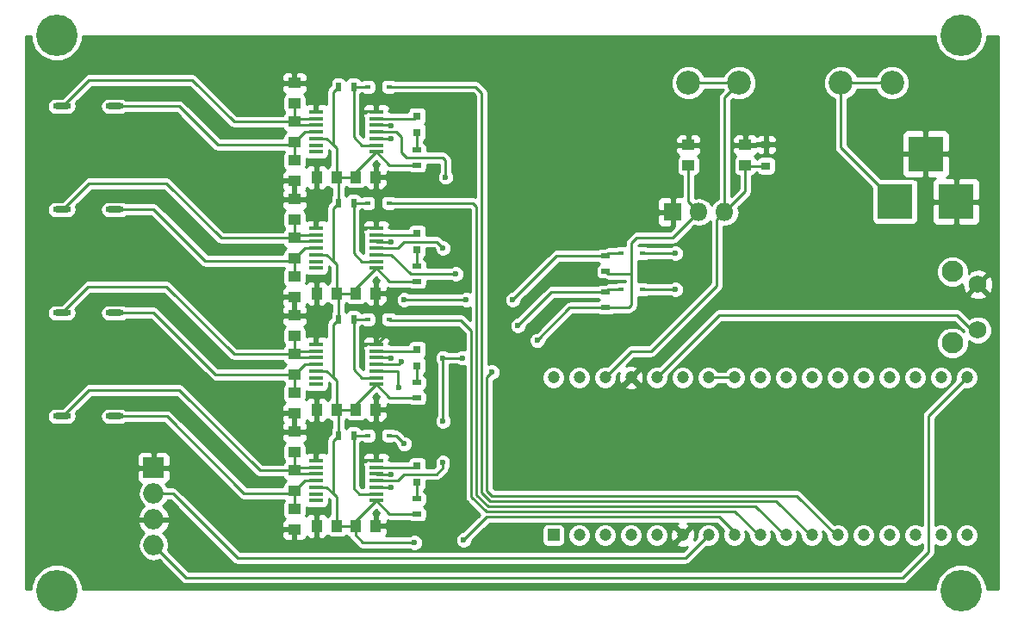
<source format=gbr>
G04 #@! TF.FileFunction,Copper,L1,Top,Signal*
%FSLAX46Y46*%
G04 Gerber Fmt 4.6, Leading zero omitted, Abs format (unit mm)*
G04 Created by KiCad (PCBNEW 4.0.7) date 12/13/17 11:19:57*
%MOMM*%
%LPD*%
G01*
G04 APERTURE LIST*
%ADD10C,0.100000*%
%ADD11C,4.064000*%
%ADD12C,2.350000*%
%ADD13R,1.450000X0.450000*%
%ADD14R,1.250000X1.000000*%
%ADD15R,1.000000X1.250000*%
%ADD16R,0.600000X0.450000*%
%ADD17R,0.900000X0.800000*%
%ADD18R,0.900000X0.500000*%
%ADD19R,0.500000X0.900000*%
%ADD20R,1.800000X1.800000*%
%ADD21O,1.800000X1.800000*%
%ADD22R,3.500000X3.500000*%
%ADD23C,2.100000*%
%ADD24C,1.750000*%
%ADD25O,1.800000X0.600000*%
%ADD26R,0.800000X0.800000*%
%ADD27O,1.998980X1.998980*%
%ADD28R,1.998980X1.998980*%
%ADD29C,1.200000*%
%ADD30R,1.200000X1.200000*%
%ADD31C,0.600000*%
%ADD32C,0.250000*%
%ADD33C,0.254000*%
G04 APERTURE END LIST*
D10*
D11*
X207645000Y-142875000D03*
X118745000Y-142875000D03*
X118745000Y-88265000D03*
D12*
X195848000Y-92964000D03*
X200848000Y-92964000D03*
X185848000Y-92964000D03*
X180848000Y-92964000D03*
D13*
X144243000Y-130130000D03*
X144243000Y-130780000D03*
X144243000Y-131430000D03*
X144243000Y-132080000D03*
X144243000Y-132730000D03*
X144243000Y-133380000D03*
X144243000Y-134030000D03*
X150143000Y-134030000D03*
X150143000Y-133380000D03*
X150143000Y-132730000D03*
X150143000Y-132080000D03*
X150143000Y-131430000D03*
X150143000Y-130780000D03*
X150143000Y-130130000D03*
D14*
X186436000Y-101076000D03*
X186436000Y-99076000D03*
X180848000Y-101076000D03*
X180848000Y-99076000D03*
X142113000Y-112030000D03*
X142113000Y-114030000D03*
X142113000Y-100600000D03*
X142113000Y-102600000D03*
X142113000Y-106410000D03*
X142113000Y-104410000D03*
X142113000Y-108220000D03*
X142113000Y-110220000D03*
X142113000Y-94980000D03*
X142113000Y-92980000D03*
X142113000Y-96790000D03*
X142113000Y-98790000D03*
D15*
X146288000Y-113665000D03*
X144288000Y-113665000D03*
X146288000Y-102235000D03*
X144288000Y-102235000D03*
X148098000Y-113665000D03*
X150098000Y-113665000D03*
X148098000Y-102235000D03*
X150098000Y-102235000D03*
D14*
X142113000Y-134890000D03*
X142113000Y-136890000D03*
X142113000Y-123460000D03*
X142113000Y-125460000D03*
X142113000Y-129270000D03*
X142113000Y-127270000D03*
X142113000Y-131080000D03*
X142113000Y-133080000D03*
X142113000Y-117840000D03*
X142113000Y-115840000D03*
X142113000Y-119650000D03*
X142113000Y-121650000D03*
D15*
X146288000Y-136525000D03*
X144288000Y-136525000D03*
X146288000Y-125095000D03*
X144288000Y-125095000D03*
X148098000Y-136525000D03*
X150098000Y-136525000D03*
X148098000Y-125095000D03*
X150098000Y-125095000D03*
D16*
X176310000Y-113284000D03*
X174210000Y-113284000D03*
X176310000Y-109728000D03*
X174210000Y-109728000D03*
X151418000Y-104775000D03*
X149318000Y-104775000D03*
X151418000Y-93345000D03*
X149318000Y-93345000D03*
X151418000Y-127635000D03*
X149318000Y-127635000D03*
X151418000Y-116205000D03*
X149318000Y-116205000D03*
D17*
X188468000Y-101126000D03*
X188468000Y-99026000D03*
D18*
X172720000Y-115050000D03*
X172720000Y-113550000D03*
X172720000Y-111494000D03*
X172720000Y-109994000D03*
D19*
X146443000Y-104775000D03*
X147943000Y-104775000D03*
X146443000Y-93345000D03*
X147943000Y-93345000D03*
D18*
X154178000Y-112510000D03*
X154178000Y-111010000D03*
X154178000Y-101080000D03*
X154178000Y-99580000D03*
D19*
X146443000Y-127635000D03*
X147943000Y-127635000D03*
X146443000Y-116205000D03*
X147943000Y-116205000D03*
D18*
X154178000Y-135370000D03*
X154178000Y-133870000D03*
X154178000Y-123940000D03*
X154178000Y-122440000D03*
D13*
X144243000Y-107270000D03*
X144243000Y-107920000D03*
X144243000Y-108570000D03*
X144243000Y-109220000D03*
X144243000Y-109870000D03*
X144243000Y-110520000D03*
X144243000Y-111170000D03*
X150143000Y-111170000D03*
X150143000Y-110520000D03*
X150143000Y-109870000D03*
X150143000Y-109220000D03*
X150143000Y-108570000D03*
X150143000Y-107920000D03*
X150143000Y-107270000D03*
X144243000Y-95840000D03*
X144243000Y-96490000D03*
X144243000Y-97140000D03*
X144243000Y-97790000D03*
X144243000Y-98440000D03*
X144243000Y-99090000D03*
X144243000Y-99740000D03*
X150143000Y-99740000D03*
X150143000Y-99090000D03*
X150143000Y-98440000D03*
X150143000Y-97790000D03*
X150143000Y-97140000D03*
X150143000Y-96490000D03*
X150143000Y-95840000D03*
X144243000Y-118700000D03*
X144243000Y-119350000D03*
X144243000Y-120000000D03*
X144243000Y-120650000D03*
X144243000Y-121300000D03*
X144243000Y-121950000D03*
X144243000Y-122600000D03*
X150143000Y-122600000D03*
X150143000Y-121950000D03*
X150143000Y-121300000D03*
X150143000Y-120650000D03*
X150143000Y-120000000D03*
X150143000Y-119350000D03*
X150143000Y-118700000D03*
D20*
X179324000Y-105664000D03*
D21*
X181864000Y-105664000D03*
X184404000Y-105664000D03*
D22*
X201168000Y-104648000D03*
X207168000Y-104648000D03*
X204168000Y-99948000D03*
D23*
X206806000Y-118536000D03*
D24*
X209296000Y-117276000D03*
X209296000Y-112776000D03*
D23*
X206806000Y-111526000D03*
D11*
X207645000Y-88265000D03*
D25*
X124454840Y-105437740D03*
X119242840Y-105437740D03*
X124454840Y-115597740D03*
X119242840Y-115597740D03*
X124454840Y-125757740D03*
X119242840Y-125757740D03*
X124454840Y-95277740D03*
X119242840Y-95277740D03*
D26*
X154178000Y-109385000D03*
X154178000Y-107785000D03*
X154178000Y-97828000D03*
X154178000Y-96228000D03*
X154178000Y-132245000D03*
X154178000Y-130645000D03*
X154178000Y-120815000D03*
X154178000Y-119215000D03*
D27*
X128270000Y-138430000D03*
D28*
X128270000Y-130810000D03*
D27*
X128270000Y-133350000D03*
X128270000Y-135890000D03*
D29*
X167584000Y-121938000D03*
X170124000Y-121938000D03*
X172664000Y-121938000D03*
X175204000Y-121938000D03*
X177744000Y-121938000D03*
X180284000Y-121938000D03*
X182824000Y-121938000D03*
X185364000Y-121938000D03*
X187904000Y-121938000D03*
X190444000Y-121938000D03*
X192984000Y-121938000D03*
X195524000Y-121938000D03*
X198064000Y-121938000D03*
X200604000Y-121938000D03*
X203144000Y-121938000D03*
X205684000Y-121938000D03*
X208224000Y-121938000D03*
D30*
X167584000Y-137430000D03*
D29*
X170124000Y-137430000D03*
X172664000Y-137430000D03*
X175204000Y-137430000D03*
X177744000Y-137430000D03*
X180284000Y-137430000D03*
X182824000Y-137430000D03*
X185364000Y-137430000D03*
X187904000Y-137430000D03*
X190444000Y-137430000D03*
X192984000Y-137430000D03*
X195524000Y-137430000D03*
X198064000Y-137430000D03*
X200604000Y-137430000D03*
X203144000Y-137430000D03*
X205684000Y-137430000D03*
X208224000Y-137430000D03*
D31*
X153924000Y-138176000D03*
X165989000Y-118300500D03*
X179578000Y-113284000D03*
X152400000Y-122936000D03*
X164084000Y-116840000D03*
X151638000Y-132715000D03*
X157988000Y-111760000D03*
X151638000Y-98425000D03*
X179578000Y-109728000D03*
X159004000Y-114300000D03*
X151638000Y-131445000D03*
X151638000Y-97155000D03*
X163576000Y-114300000D03*
X152908000Y-114300000D03*
X151638000Y-120015000D03*
X151638000Y-108585000D03*
X158750000Y-137922000D03*
X152908000Y-128460500D03*
X152654000Y-120396000D03*
X156718000Y-126238000D03*
X156718000Y-130302000D03*
X161544000Y-121412000D03*
X158623000Y-120015000D03*
X156972000Y-102235000D03*
X156718000Y-120015000D03*
X156718000Y-109220000D03*
D32*
X150143000Y-107270000D02*
X150143000Y-105889000D01*
X150098000Y-105844000D02*
X150098000Y-102235000D01*
X150143000Y-105889000D02*
X150098000Y-105844000D01*
X154686000Y-126238000D02*
X154686000Y-125984000D01*
X150987000Y-117856000D02*
X150143000Y-118700000D01*
X155194000Y-117856000D02*
X150987000Y-117856000D01*
X155702000Y-118364000D02*
X155194000Y-117856000D01*
X155702000Y-124968000D02*
X155702000Y-118364000D01*
X154686000Y-125984000D02*
X155702000Y-124968000D01*
X150098000Y-125095000D02*
X153543000Y-125095000D01*
X154686000Y-126238000D02*
X154686000Y-129540000D01*
X153543000Y-125095000D02*
X154686000Y-126238000D01*
X150143000Y-130130000D02*
X150143000Y-129315000D01*
X157099000Y-136525000D02*
X150098000Y-136525000D01*
X157480000Y-136144000D02*
X157099000Y-136525000D01*
X157480000Y-129286000D02*
X157480000Y-136144000D01*
X156210000Y-129286000D02*
X157480000Y-129286000D01*
X155956000Y-129540000D02*
X156210000Y-129286000D01*
X152400000Y-129540000D02*
X154686000Y-129540000D01*
X154686000Y-129540000D02*
X155956000Y-129540000D01*
X151892000Y-129032000D02*
X152400000Y-129540000D01*
X150426000Y-129032000D02*
X151892000Y-129032000D01*
X150143000Y-129315000D02*
X150426000Y-129032000D01*
X144243000Y-93247000D02*
X144780000Y-92710000D01*
X150143000Y-91723000D02*
X149860000Y-91440000D01*
X149860000Y-91440000D02*
X146050000Y-91440000D01*
X146050000Y-91440000D02*
X144780000Y-92710000D01*
X150143000Y-91723000D02*
X150143000Y-95840000D01*
X144243000Y-130130000D02*
X144243000Y-127537000D01*
X143976000Y-127270000D02*
X142113000Y-127270000D01*
X144243000Y-127537000D02*
X143976000Y-127270000D01*
X144243000Y-118700000D02*
X144243000Y-116303000D01*
X143780000Y-115840000D02*
X142113000Y-115840000D01*
X144243000Y-116303000D02*
X143780000Y-115840000D01*
X144243000Y-107270000D02*
X144243000Y-104677000D01*
X143976000Y-104410000D02*
X142113000Y-104410000D01*
X144243000Y-104677000D02*
X143976000Y-104410000D01*
X144243000Y-95840000D02*
X144243000Y-93247000D01*
X143976000Y-92980000D02*
X142113000Y-92980000D01*
X144243000Y-93247000D02*
X143976000Y-92980000D01*
X153924000Y-138176000D02*
X148844000Y-138176000D01*
X148098000Y-136525000D02*
X148098000Y-137430000D01*
X148844000Y-138176000D02*
X148098000Y-137430000D01*
X169176000Y-115050000D02*
X165989000Y-118300500D01*
X169176000Y-115050000D02*
X172720000Y-115050000D01*
X148336000Y-136763000D02*
X148098000Y-136525000D01*
X172720000Y-111494000D02*
X172986000Y-111760000D01*
X172986000Y-111760000D02*
X175260000Y-111760000D01*
X172720000Y-115050000D02*
X175018000Y-115050000D01*
X175018000Y-115050000D02*
X175260000Y-114808000D01*
X175260000Y-114808000D02*
X175260000Y-111760000D01*
X179324000Y-108204000D02*
X181864000Y-105664000D01*
X175768000Y-108204000D02*
X179324000Y-108204000D01*
X175260000Y-108712000D02*
X175768000Y-108204000D01*
X175260000Y-111760000D02*
X175260000Y-108712000D01*
X181864000Y-105664000D02*
X181864000Y-106172000D01*
X181864000Y-105664000D02*
X180848000Y-104648000D01*
X180848000Y-104648000D02*
X180848000Y-101076000D01*
X146443000Y-93345000D02*
X145923000Y-93865000D01*
X145923000Y-93865000D02*
X145923000Y-99060000D01*
X146288000Y-102235000D02*
X146443000Y-102390000D01*
X146443000Y-102390000D02*
X146443000Y-104775000D01*
X146443000Y-104775000D02*
X145923000Y-105295000D01*
X145923000Y-105295000D02*
X145923000Y-110490000D01*
X146288000Y-113665000D02*
X146443000Y-113820000D01*
X146443000Y-113820000D02*
X146443000Y-116205000D01*
X146443000Y-116205000D02*
X145923000Y-116725000D01*
X145923000Y-116725000D02*
X145923000Y-121920000D01*
X146288000Y-125095000D02*
X146443000Y-125250000D01*
X146443000Y-125250000D02*
X146443000Y-127635000D01*
X146443000Y-127635000D02*
X145923000Y-128155000D01*
X145923000Y-128155000D02*
X145923000Y-133350000D01*
X146288000Y-113665000D02*
X146288000Y-110855000D01*
X145303000Y-109870000D02*
X144243000Y-109870000D01*
X146288000Y-110855000D02*
X145923000Y-110490000D01*
X145923000Y-110490000D02*
X145303000Y-109870000D01*
X144243000Y-98440000D02*
X144258000Y-98425000D01*
X144258000Y-98425000D02*
X145288000Y-98425000D01*
X145288000Y-98425000D02*
X145923000Y-99060000D01*
X145923000Y-99060000D02*
X146288000Y-99425000D01*
X146288000Y-99425000D02*
X146288000Y-102235000D01*
X150143000Y-99740000D02*
X148098000Y-101785000D01*
X148098000Y-101785000D02*
X148098000Y-102235000D01*
X150143000Y-99740000D02*
X151483000Y-101080000D01*
X151483000Y-101080000D02*
X154178000Y-101080000D01*
X150143000Y-111170000D02*
X148098000Y-113215000D01*
X148098000Y-113215000D02*
X148098000Y-113665000D01*
X150143000Y-111170000D02*
X151483000Y-112510000D01*
X151483000Y-112510000D02*
X154178000Y-112510000D01*
X150143000Y-122600000D02*
X151483000Y-123940000D01*
X151483000Y-123940000D02*
X154178000Y-123940000D01*
X150143000Y-122600000D02*
X148098000Y-124645000D01*
X148098000Y-124645000D02*
X148098000Y-125095000D01*
X146288000Y-125095000D02*
X146288000Y-122285000D01*
X145303000Y-121300000D02*
X144243000Y-121300000D01*
X146288000Y-122285000D02*
X145923000Y-121920000D01*
X145923000Y-121920000D02*
X145303000Y-121300000D01*
X144243000Y-132730000D02*
X145303000Y-132730000D01*
X146288000Y-133715000D02*
X146288000Y-136525000D01*
X145303000Y-132730000D02*
X145923000Y-133350000D01*
X145923000Y-133350000D02*
X146288000Y-133715000D01*
X148098000Y-136525000D02*
X148098000Y-136075000D01*
X148098000Y-136075000D02*
X150143000Y-134030000D01*
X150143000Y-134030000D02*
X151483000Y-135370000D01*
X151483000Y-135370000D02*
X154178000Y-135370000D01*
X146288000Y-136525000D02*
X148098000Y-136525000D01*
X146288000Y-102235000D02*
X148098000Y-102235000D01*
X146288000Y-113665000D02*
X148098000Y-113665000D01*
X146288000Y-125095000D02*
X148098000Y-125095000D01*
X142113000Y-110220000D02*
X141843000Y-110490000D01*
X141843000Y-110490000D02*
X133350000Y-110490000D01*
X128270000Y-105410000D02*
X124482580Y-105410000D01*
X133350000Y-110490000D02*
X128270000Y-105410000D01*
X124482580Y-105410000D02*
X124454840Y-105437740D01*
X144243000Y-109220000D02*
X143113000Y-109220000D01*
X143113000Y-109220000D02*
X142113000Y-110220000D01*
X142113000Y-110220000D02*
X142113000Y-112030000D01*
X124454840Y-95277740D02*
X130782260Y-95277740D01*
X134564520Y-99060000D02*
X141843000Y-99060000D01*
X130782260Y-95277740D02*
X134564520Y-99060000D01*
X141843000Y-99060000D02*
X142113000Y-98790000D01*
X124460000Y-95250000D02*
X124454840Y-95277740D01*
X144243000Y-97790000D02*
X143113000Y-97790000D01*
X143113000Y-97790000D02*
X142113000Y-98790000D01*
X142113000Y-98790000D02*
X142113000Y-100600000D01*
X142113000Y-108220000D02*
X134890000Y-108220000D01*
X121920000Y-102870000D02*
X119380000Y-105410000D01*
X129540000Y-102870000D02*
X121920000Y-102870000D01*
X134890000Y-108220000D02*
X129540000Y-102870000D01*
X119380000Y-105410000D02*
X119242840Y-105437740D01*
X144243000Y-108570000D02*
X142463000Y-108570000D01*
X142463000Y-108570000D02*
X142113000Y-108220000D01*
X144243000Y-107920000D02*
X142413000Y-107920000D01*
X142413000Y-107920000D02*
X142113000Y-108220000D01*
X142113000Y-106410000D02*
X142113000Y-108220000D01*
X142113000Y-96790000D02*
X136160000Y-96790000D01*
X121920000Y-92710000D02*
X119380000Y-95250000D01*
X132080000Y-92710000D02*
X121920000Y-92710000D01*
X136160000Y-96790000D02*
X132080000Y-92710000D01*
X119380000Y-95250000D02*
X119242840Y-95277740D01*
X144243000Y-96490000D02*
X142413000Y-96490000D01*
X142413000Y-96490000D02*
X142113000Y-96790000D01*
X144243000Y-97140000D02*
X142463000Y-97140000D01*
X142463000Y-97140000D02*
X142113000Y-96790000D01*
X142113000Y-94980000D02*
X142113000Y-96790000D01*
X124454840Y-125757740D02*
X129567740Y-125757740D01*
X137160000Y-133350000D02*
X141843000Y-133350000D01*
X129567740Y-125757740D02*
X137160000Y-133350000D01*
X141843000Y-133350000D02*
X142113000Y-133080000D01*
X141843000Y-133350000D02*
X142113000Y-133080000D01*
X144243000Y-132080000D02*
X143113000Y-132080000D01*
X143113000Y-132080000D02*
X142113000Y-133080000D01*
X142113000Y-133080000D02*
X142113000Y-134890000D01*
X124454840Y-115597740D02*
X124482580Y-115570000D01*
X124482580Y-115570000D02*
X128270000Y-115570000D01*
X128270000Y-115570000D02*
X134350000Y-121650000D01*
X134350000Y-121650000D02*
X142113000Y-121650000D01*
X144243000Y-120650000D02*
X143113000Y-120650000D01*
X143113000Y-120650000D02*
X142113000Y-121650000D01*
X142113000Y-121650000D02*
X142113000Y-123460000D01*
X119242840Y-125757740D02*
X119352260Y-125757740D01*
X119352260Y-125757740D02*
X121920000Y-123190000D01*
X138700000Y-131080000D02*
X142113000Y-131080000D01*
X130810000Y-123190000D02*
X138700000Y-131080000D01*
X121920000Y-123190000D02*
X130810000Y-123190000D01*
X144243000Y-131430000D02*
X142463000Y-131430000D01*
X142463000Y-131430000D02*
X142113000Y-131080000D01*
X144243000Y-130780000D02*
X142413000Y-130780000D01*
X142413000Y-130780000D02*
X142113000Y-131080000D01*
X142113000Y-129270000D02*
X142113000Y-131080000D01*
X142113000Y-119650000D02*
X136160000Y-119650000D01*
X121810580Y-113030000D02*
X119242840Y-115597740D01*
X129540000Y-113030000D02*
X121810580Y-113030000D01*
X136160000Y-119650000D02*
X129540000Y-113030000D01*
X144243000Y-120000000D02*
X142463000Y-120000000D01*
X142463000Y-120000000D02*
X142113000Y-119650000D01*
X144243000Y-119350000D02*
X142413000Y-119350000D01*
X142413000Y-119350000D02*
X142113000Y-119650000D01*
X142113000Y-117840000D02*
X142113000Y-119650000D01*
X176310000Y-113284000D02*
X179578000Y-113284000D01*
X152258000Y-121300000D02*
X152258000Y-122794000D01*
X150143000Y-121300000D02*
X152258000Y-121300000D01*
X152258000Y-122794000D02*
X152400000Y-122936000D01*
X172708000Y-113538000D02*
X167386000Y-113538000D01*
X167386000Y-113538000D02*
X164084000Y-116840000D01*
X150143000Y-132730000D02*
X150158000Y-132715000D01*
X150158000Y-132715000D02*
X151638000Y-132715000D01*
X172708000Y-113538000D02*
X172720000Y-113550000D01*
X172720000Y-113550000D02*
X172986000Y-113284000D01*
X172986000Y-113284000D02*
X174210000Y-113284000D01*
X150143000Y-109870000D02*
X151653000Y-109870000D01*
X150143000Y-98440000D02*
X151623000Y-98440000D01*
X151623000Y-98440000D02*
X151638000Y-98425000D01*
X153543000Y-111760000D02*
X157988000Y-111760000D01*
X151653000Y-109870000D02*
X153543000Y-111760000D01*
X176310000Y-109728000D02*
X179578000Y-109728000D01*
X150143000Y-131430000D02*
X150158000Y-131445000D01*
X150158000Y-131445000D02*
X151638000Y-131445000D01*
X150143000Y-97140000D02*
X151623000Y-97140000D01*
X151623000Y-97140000D02*
X151638000Y-97155000D01*
X167894000Y-109982000D02*
X172708000Y-109982000D01*
X163576000Y-114300000D02*
X167894000Y-109982000D01*
X172708000Y-109982000D02*
X172720000Y-109994000D01*
X152908000Y-114300000D02*
X159004000Y-114300000D01*
X172720000Y-109994000D02*
X172986000Y-109728000D01*
X172986000Y-109728000D02*
X174210000Y-109728000D01*
X150143000Y-120000000D02*
X151623000Y-120000000D01*
X151623000Y-120000000D02*
X151638000Y-120015000D01*
X150143000Y-108570000D02*
X150158000Y-108585000D01*
X150158000Y-108585000D02*
X151638000Y-108585000D01*
X187452000Y-134620000D02*
X161163000Y-134620000D01*
X190262000Y-137430000D02*
X187452000Y-134620000D01*
X159639000Y-104775000D02*
X151418000Y-104775000D01*
X160020000Y-105156000D02*
X159639000Y-104775000D01*
X160020000Y-133477000D02*
X160020000Y-105156000D01*
X161163000Y-134620000D02*
X160020000Y-133477000D01*
X190444000Y-137430000D02*
X190262000Y-137430000D01*
X147943000Y-104775000D02*
X147943000Y-109740000D01*
X148723000Y-110520000D02*
X150143000Y-110520000D01*
X147943000Y-109740000D02*
X148723000Y-110520000D01*
X147943000Y-104775000D02*
X149318000Y-104775000D01*
X192984000Y-137430000D02*
X192802000Y-137430000D01*
X192802000Y-137430000D02*
X189484000Y-134112000D01*
X159893000Y-93345000D02*
X151418000Y-93345000D01*
X160528000Y-93980000D02*
X159893000Y-93345000D01*
X160528000Y-133286500D02*
X160528000Y-93980000D01*
X161353500Y-134112000D02*
X160528000Y-133286500D01*
X189484000Y-134112000D02*
X161353500Y-134112000D01*
X147943000Y-93345000D02*
X147943000Y-98310000D01*
X148723000Y-99090000D02*
X150143000Y-99090000D01*
X147943000Y-98310000D02*
X148723000Y-99090000D01*
X147943000Y-93345000D02*
X149318000Y-93345000D01*
X151418000Y-127635000D02*
X152082500Y-127635000D01*
X152082500Y-127635000D02*
X152908000Y-128460500D01*
X183896000Y-135636000D02*
X185364000Y-137104000D01*
X183896000Y-135636000D02*
X161036000Y-135636000D01*
X158750000Y-137922000D02*
X161036000Y-135636000D01*
X152908000Y-128426500D02*
X152908000Y-128460500D01*
X185364000Y-137430000D02*
X185364000Y-137104000D01*
X147943000Y-127635000D02*
X147943000Y-132830000D01*
X148493000Y-133380000D02*
X150143000Y-133380000D01*
X147943000Y-132830000D02*
X148493000Y-133380000D01*
X147943000Y-127635000D02*
X149318000Y-127635000D01*
X151418000Y-116205000D02*
X151545000Y-116332000D01*
X151545000Y-116332000D02*
X158496000Y-116332000D01*
X158496000Y-116332000D02*
X159512000Y-117348000D01*
X159512000Y-117348000D02*
X159512000Y-133667500D01*
X159512000Y-133667500D02*
X160972500Y-135128000D01*
X160972500Y-135128000D02*
X185420000Y-135128000D01*
X187904000Y-137430000D02*
X187722000Y-137430000D01*
X187722000Y-137430000D02*
X185420000Y-135128000D01*
X187904000Y-137430000D02*
X187904000Y-137104000D01*
X147943000Y-116205000D02*
X147943000Y-121170000D01*
X148723000Y-121950000D02*
X150143000Y-121950000D01*
X147943000Y-121170000D02*
X148723000Y-121950000D01*
X147943000Y-116205000D02*
X149318000Y-116205000D01*
X154178000Y-109385000D02*
X154178000Y-111010000D01*
X154178000Y-99580000D02*
X154178000Y-97828000D01*
X154178000Y-132245000D02*
X154178000Y-133870000D01*
X154178000Y-120815000D02*
X154178000Y-122440000D01*
X185364000Y-121938000D02*
X182824000Y-121938000D01*
X195524000Y-137430000D02*
X195342000Y-137430000D01*
X195342000Y-137430000D02*
X191516000Y-133604000D01*
X152273000Y-120650000D02*
X152400000Y-120650000D01*
X150143000Y-120650000D02*
X152273000Y-120650000D01*
X152400000Y-120650000D02*
X152654000Y-120396000D01*
X156718000Y-130810000D02*
X156718000Y-130302000D01*
X156718000Y-120015000D02*
X156718000Y-122936000D01*
X156718000Y-125730000D02*
X156718000Y-122936000D01*
X152273000Y-132080000D02*
X150143000Y-132080000D01*
X152908000Y-131445000D02*
X156083000Y-131445000D01*
X152273000Y-132080000D02*
X152908000Y-131445000D01*
X156083000Y-131445000D02*
X156718000Y-130810000D01*
X156718000Y-126238000D02*
X156718000Y-125730000D01*
X191516000Y-133604000D02*
X161544000Y-133604000D01*
X161544000Y-133604000D02*
X161036000Y-133096000D01*
X161036000Y-133096000D02*
X161036000Y-121920000D01*
X161036000Y-121920000D02*
X161544000Y-121412000D01*
X158623000Y-120015000D02*
X156718000Y-120015000D01*
X156718000Y-100330000D02*
X156972000Y-100584000D01*
X152146000Y-97790000D02*
X152654000Y-98298000D01*
X152654000Y-98298000D02*
X152654000Y-99822000D01*
X152654000Y-99822000D02*
X153162000Y-100330000D01*
X153162000Y-100330000D02*
X156718000Y-100330000D01*
X150143000Y-97790000D02*
X152146000Y-97790000D01*
X156972000Y-100584000D02*
X156972000Y-102235000D01*
X150143000Y-109220000D02*
X152273000Y-109220000D01*
X156718000Y-120015000D02*
X156718000Y-120015000D01*
X156083000Y-108585000D02*
X156718000Y-109220000D01*
X152908000Y-108585000D02*
X156083000Y-108585000D01*
X152273000Y-109220000D02*
X152908000Y-108585000D01*
X150143000Y-107920000D02*
X154043000Y-107920000D01*
X154043000Y-107920000D02*
X154178000Y-107785000D01*
X150143000Y-96490000D02*
X153916000Y-96490000D01*
X153916000Y-96490000D02*
X154178000Y-96228000D01*
X154043000Y-96363000D02*
X154178000Y-96228000D01*
X150143000Y-130780000D02*
X154043000Y-130780000D01*
X154043000Y-130780000D02*
X154178000Y-130645000D01*
X150143000Y-119350000D02*
X154043000Y-119350000D01*
X154043000Y-119350000D02*
X154178000Y-119215000D01*
X195848000Y-92964000D02*
X200848000Y-92964000D01*
X201168000Y-104648000D02*
X195848000Y-99328000D01*
X195848000Y-99328000D02*
X195848000Y-92964000D01*
X185848000Y-92964000D02*
X180848000Y-92964000D01*
X183642000Y-106426000D02*
X183642000Y-112903000D01*
X184404000Y-105664000D02*
X183642000Y-106426000D01*
X175222000Y-119380000D02*
X172664000Y-121938000D01*
X177165000Y-119380000D02*
X175222000Y-119380000D01*
X183642000Y-112903000D02*
X177165000Y-119380000D01*
X184404000Y-105664000D02*
X184404000Y-94408000D01*
X184404000Y-94408000D02*
X185848000Y-92964000D01*
X186436000Y-101076000D02*
X186486000Y-101126000D01*
X186486000Y-101126000D02*
X188468000Y-101126000D01*
X184404000Y-105664000D02*
X186436000Y-103632000D01*
X186436000Y-103632000D02*
X186436000Y-101076000D01*
X209296000Y-117276000D02*
X208716000Y-117276000D01*
X208716000Y-117276000D02*
X207264000Y-115824000D01*
X183858000Y-115824000D02*
X177744000Y-121938000D01*
X207264000Y-115824000D02*
X183858000Y-115824000D01*
X208224000Y-121938000D02*
X204470000Y-125692000D01*
X131445000Y-141605000D02*
X128270000Y-138430000D01*
X201930000Y-141605000D02*
X131445000Y-141605000D01*
X204470000Y-139065000D02*
X201930000Y-141605000D01*
X204470000Y-125692000D02*
X204470000Y-139065000D01*
X182824000Y-137430000D02*
X180554000Y-139700000D01*
X130175000Y-133350000D02*
X128270000Y-133350000D01*
X136525000Y-139700000D02*
X130175000Y-133350000D01*
X180554000Y-139700000D02*
X136525000Y-139700000D01*
D33*
G36*
X116185557Y-88771783D02*
X116574320Y-89712663D01*
X117293550Y-90433150D01*
X118233750Y-90823555D01*
X119251783Y-90824443D01*
X120192663Y-90435680D01*
X120913150Y-89716450D01*
X121303555Y-88776250D01*
X121303890Y-88392000D01*
X205085888Y-88392000D01*
X205085557Y-88771783D01*
X205474320Y-89712663D01*
X206193550Y-90433150D01*
X207133750Y-90823555D01*
X208151783Y-90824443D01*
X209092663Y-90435680D01*
X209813150Y-89716450D01*
X210203555Y-88776250D01*
X210203890Y-88392000D01*
X211328000Y-88392000D01*
X211328000Y-142748000D01*
X210204112Y-142748000D01*
X210204443Y-142368217D01*
X209815680Y-141427337D01*
X209096450Y-140706850D01*
X208156250Y-140316445D01*
X207138217Y-140315557D01*
X206197337Y-140704320D01*
X205476850Y-141423550D01*
X205086445Y-142363750D01*
X205086110Y-142748000D01*
X121304112Y-142748000D01*
X121304443Y-142368217D01*
X120915680Y-141427337D01*
X120196450Y-140706850D01*
X119256250Y-140316445D01*
X118238217Y-140315557D01*
X117297337Y-140704320D01*
X116576850Y-141423550D01*
X116186445Y-142363750D01*
X116186110Y-142748000D01*
X115697000Y-142748000D01*
X115697000Y-136270355D01*
X126680373Y-136270355D01*
X126946932Y-136849726D01*
X127344550Y-137217842D01*
X127190609Y-137320703D01*
X126859707Y-137815932D01*
X126743510Y-138400094D01*
X126743510Y-138459906D01*
X126859707Y-139044068D01*
X127190609Y-139539297D01*
X127685838Y-139870199D01*
X128270000Y-139986396D01*
X128799086Y-139881154D01*
X130983966Y-142066034D01*
X131195490Y-142207369D01*
X131445000Y-142257000D01*
X201929995Y-142257000D01*
X201930000Y-142257001D01*
X202138113Y-142215604D01*
X202179510Y-142207369D01*
X202391034Y-142066034D01*
X204931031Y-139526036D01*
X204931034Y-139526034D01*
X205072369Y-139314510D01*
X205122000Y-139065000D01*
X205122000Y-138416935D01*
X205458842Y-138556804D01*
X205907191Y-138557195D01*
X206321560Y-138385981D01*
X206638867Y-138069228D01*
X206810804Y-137655158D01*
X206810805Y-137653191D01*
X207096805Y-137653191D01*
X207268019Y-138067560D01*
X207584772Y-138384867D01*
X207998842Y-138556804D01*
X208447191Y-138557195D01*
X208861560Y-138385981D01*
X209178867Y-138069228D01*
X209350804Y-137655158D01*
X209351195Y-137206809D01*
X209179981Y-136792440D01*
X208863228Y-136475133D01*
X208449158Y-136303196D01*
X208000809Y-136302805D01*
X207586440Y-136474019D01*
X207269133Y-136790772D01*
X207097196Y-137204842D01*
X207096805Y-137653191D01*
X206810805Y-137653191D01*
X206811195Y-137206809D01*
X206639981Y-136792440D01*
X206323228Y-136475133D01*
X205909158Y-136303196D01*
X205460809Y-136302805D01*
X205122000Y-136442798D01*
X205122000Y-125962068D01*
X208019245Y-123064822D01*
X208447191Y-123065195D01*
X208861560Y-122893981D01*
X209178867Y-122577228D01*
X209350804Y-122163158D01*
X209351195Y-121714809D01*
X209179981Y-121300440D01*
X208863228Y-120983133D01*
X208449158Y-120811196D01*
X208000809Y-120810805D01*
X207586440Y-120982019D01*
X207269133Y-121298772D01*
X207097196Y-121712842D01*
X207096821Y-122143112D01*
X204008966Y-125230966D01*
X203867631Y-125442490D01*
X203867631Y-125442491D01*
X203817999Y-125692000D01*
X203818000Y-125692005D01*
X203818000Y-136509966D01*
X203783228Y-136475133D01*
X203369158Y-136303196D01*
X202920809Y-136302805D01*
X202506440Y-136474019D01*
X202189133Y-136790772D01*
X202017196Y-137204842D01*
X202016805Y-137653191D01*
X202188019Y-138067560D01*
X202504772Y-138384867D01*
X202918842Y-138556804D01*
X203367191Y-138557195D01*
X203781560Y-138385981D01*
X203818000Y-138349605D01*
X203818000Y-138794933D01*
X201659932Y-140953000D01*
X131715068Y-140953000D01*
X129701172Y-138939104D01*
X129796490Y-138459906D01*
X129796490Y-138400094D01*
X129680293Y-137815932D01*
X129349391Y-137320703D01*
X129195450Y-137217842D01*
X129593068Y-136849726D01*
X129859627Y-136270355D01*
X129740807Y-136017000D01*
X128397000Y-136017000D01*
X128397000Y-136037000D01*
X128143000Y-136037000D01*
X128143000Y-136017000D01*
X126799193Y-136017000D01*
X126680373Y-136270355D01*
X115697000Y-136270355D01*
X115697000Y-131095750D01*
X126635510Y-131095750D01*
X126635510Y-131935799D01*
X126732183Y-132169188D01*
X126910811Y-132347817D01*
X127073900Y-132415371D01*
X126859707Y-132735932D01*
X126743510Y-133320094D01*
X126743510Y-133379906D01*
X126859707Y-133964068D01*
X127190609Y-134459297D01*
X127344550Y-134562158D01*
X126946932Y-134930274D01*
X126680373Y-135509645D01*
X126799193Y-135763000D01*
X128143000Y-135763000D01*
X128143000Y-135743000D01*
X128397000Y-135743000D01*
X128397000Y-135763000D01*
X129740807Y-135763000D01*
X129859627Y-135509645D01*
X129593068Y-134930274D01*
X129195450Y-134562158D01*
X129349391Y-134459297D01*
X129654948Y-134002000D01*
X129904932Y-134002000D01*
X136063966Y-140161034D01*
X136275490Y-140302369D01*
X136525000Y-140352000D01*
X180553995Y-140352000D01*
X180554000Y-140352001D01*
X180762113Y-140310604D01*
X180803510Y-140302369D01*
X181015034Y-140161034D01*
X182619245Y-138556822D01*
X183047191Y-138557195D01*
X183461560Y-138385981D01*
X183778867Y-138069228D01*
X183950804Y-137655158D01*
X183951195Y-137206809D01*
X183779981Y-136792440D01*
X183463228Y-136475133D01*
X183049158Y-136303196D01*
X182600809Y-136302805D01*
X182186440Y-136474019D01*
X181869133Y-136790772D01*
X181697196Y-137204842D01*
X181696821Y-137635112D01*
X181426519Y-137905414D01*
X181531807Y-137598964D01*
X181501482Y-137108587D01*
X181372164Y-136796383D01*
X181146735Y-136746870D01*
X180463605Y-137430000D01*
X180477748Y-137444143D01*
X180298143Y-137623748D01*
X180284000Y-137609605D01*
X179600870Y-138292735D01*
X179650383Y-138518164D01*
X180115036Y-138677807D01*
X180605413Y-138647482D01*
X180740337Y-138591595D01*
X180283932Y-139048000D01*
X136795068Y-139048000D01*
X134922818Y-137175750D01*
X140853000Y-137175750D01*
X140853000Y-137516309D01*
X140949673Y-137749698D01*
X141128301Y-137928327D01*
X141361690Y-138025000D01*
X141827250Y-138025000D01*
X141986000Y-137866250D01*
X141986000Y-137017000D01*
X141011750Y-137017000D01*
X140853000Y-137175750D01*
X134922818Y-137175750D01*
X130636034Y-132888966D01*
X130614580Y-132874631D01*
X130424510Y-132747631D01*
X130365696Y-132735932D01*
X130175000Y-132697999D01*
X130174995Y-132698000D01*
X129654948Y-132698000D01*
X129466100Y-132415371D01*
X129629189Y-132347817D01*
X129807817Y-132169188D01*
X129904490Y-131935799D01*
X129904490Y-131095750D01*
X129745740Y-130937000D01*
X128397000Y-130937000D01*
X128397000Y-130957000D01*
X128143000Y-130957000D01*
X128143000Y-130937000D01*
X126794260Y-130937000D01*
X126635510Y-131095750D01*
X115697000Y-131095750D01*
X115697000Y-129684201D01*
X126635510Y-129684201D01*
X126635510Y-130524250D01*
X126794260Y-130683000D01*
X128143000Y-130683000D01*
X128143000Y-129334260D01*
X128397000Y-129334260D01*
X128397000Y-130683000D01*
X129745740Y-130683000D01*
X129904490Y-130524250D01*
X129904490Y-129684201D01*
X129807817Y-129450812D01*
X129629189Y-129272183D01*
X129395800Y-129175510D01*
X128555750Y-129175510D01*
X128397000Y-129334260D01*
X128143000Y-129334260D01*
X127984250Y-129175510D01*
X127144200Y-129175510D01*
X126910811Y-129272183D01*
X126732183Y-129450812D01*
X126635510Y-129684201D01*
X115697000Y-129684201D01*
X115697000Y-95277740D01*
X117787883Y-95277740D01*
X117850835Y-95594219D01*
X118030106Y-95862517D01*
X118298404Y-96041788D01*
X118614883Y-96104740D01*
X119870797Y-96104740D01*
X120187276Y-96041788D01*
X120455574Y-95862517D01*
X120634845Y-95594219D01*
X120697797Y-95277740D01*
X120634845Y-94961261D01*
X120617206Y-94934862D01*
X122190067Y-93362000D01*
X131809932Y-93362000D01*
X135698964Y-97251031D01*
X135698966Y-97251034D01*
X135910490Y-97392369D01*
X136160000Y-97442000D01*
X140979277Y-97442000D01*
X140987423Y-97485294D01*
X141102842Y-97664660D01*
X141278951Y-97784990D01*
X141296923Y-97788629D01*
X141292706Y-97789423D01*
X141113340Y-97904842D01*
X140993010Y-98080951D01*
X140950676Y-98290000D01*
X140950676Y-98408000D01*
X134834587Y-98408000D01*
X131243294Y-94816706D01*
X131201778Y-94788966D01*
X131031770Y-94675371D01*
X130983171Y-94665704D01*
X130782260Y-94625739D01*
X130782255Y-94625740D01*
X125566968Y-94625740D01*
X125399276Y-94513692D01*
X125082797Y-94450740D01*
X123826883Y-94450740D01*
X123510404Y-94513692D01*
X123242106Y-94692963D01*
X123062835Y-94961261D01*
X122999883Y-95277740D01*
X123062835Y-95594219D01*
X123242106Y-95862517D01*
X123510404Y-96041788D01*
X123826883Y-96104740D01*
X125082797Y-96104740D01*
X125399276Y-96041788D01*
X125566968Y-95929740D01*
X130512192Y-95929740D01*
X134103484Y-99521031D01*
X134103486Y-99521034D01*
X134315010Y-99662369D01*
X134564520Y-99712000D01*
X141117757Y-99712000D01*
X141113340Y-99714842D01*
X140993010Y-99890951D01*
X140950676Y-100100000D01*
X140950676Y-101100000D01*
X140987423Y-101295294D01*
X141102842Y-101474660D01*
X141191735Y-101535398D01*
X141128301Y-101561673D01*
X140949673Y-101740302D01*
X140853000Y-101973691D01*
X140853000Y-102314250D01*
X141011750Y-102473000D01*
X141986000Y-102473000D01*
X141986000Y-102453000D01*
X142240000Y-102453000D01*
X142240000Y-102473000D01*
X142260000Y-102473000D01*
X142260000Y-102727000D01*
X142240000Y-102727000D01*
X142240000Y-104283000D01*
X143214250Y-104283000D01*
X143373000Y-104124250D01*
X143373000Y-103783691D01*
X143276327Y-103550302D01*
X143231025Y-103505000D01*
X143276327Y-103459698D01*
X143338815Y-103308840D01*
X143428302Y-103398327D01*
X143661691Y-103495000D01*
X144002250Y-103495000D01*
X144161000Y-103336250D01*
X144161000Y-102362000D01*
X144141000Y-102362000D01*
X144141000Y-102108000D01*
X144161000Y-102108000D01*
X144161000Y-101133750D01*
X144002250Y-100975000D01*
X143661691Y-100975000D01*
X143428302Y-101071673D01*
X143249673Y-101250301D01*
X143240309Y-101272908D01*
X143275324Y-101100000D01*
X143275324Y-100437014D01*
X143308951Y-100459990D01*
X143518000Y-100502324D01*
X144968000Y-100502324D01*
X145163294Y-100465577D01*
X145342660Y-100350158D01*
X145462990Y-100174049D01*
X145505324Y-99965000D01*
X145505324Y-99564392D01*
X145636000Y-99695068D01*
X145636000Y-101101277D01*
X145592706Y-101109423D01*
X145413340Y-101224842D01*
X145352602Y-101313735D01*
X145326327Y-101250301D01*
X145147698Y-101071673D01*
X144914309Y-100975000D01*
X144573750Y-100975000D01*
X144415000Y-101133750D01*
X144415000Y-102108000D01*
X144435000Y-102108000D01*
X144435000Y-102362000D01*
X144415000Y-102362000D01*
X144415000Y-103336250D01*
X144573750Y-103495000D01*
X144914309Y-103495000D01*
X145147698Y-103398327D01*
X145326327Y-103219699D01*
X145352522Y-103156460D01*
X145402842Y-103234660D01*
X145578951Y-103354990D01*
X145788000Y-103397324D01*
X145791000Y-103397324D01*
X145791000Y-103979855D01*
X145698010Y-104115951D01*
X145655676Y-104325000D01*
X145655676Y-104640256D01*
X145461966Y-104833966D01*
X145320631Y-105045490D01*
X145320631Y-105045491D01*
X145270999Y-105295000D01*
X145271000Y-105295005D01*
X145271000Y-106483188D01*
X145094309Y-106410000D01*
X144528750Y-106410000D01*
X144370000Y-106568750D01*
X144370000Y-107157500D01*
X144390000Y-107157500D01*
X144390000Y-107157676D01*
X144096000Y-107157676D01*
X144096000Y-107157500D01*
X144116000Y-107157500D01*
X144116000Y-106568750D01*
X143957250Y-106410000D01*
X143391691Y-106410000D01*
X143275324Y-106458201D01*
X143275324Y-105910000D01*
X143238577Y-105714706D01*
X143123158Y-105535340D01*
X143034265Y-105474602D01*
X143097699Y-105448327D01*
X143276327Y-105269698D01*
X143373000Y-105036309D01*
X143373000Y-104695750D01*
X143214250Y-104537000D01*
X142240000Y-104537000D01*
X142240000Y-104557000D01*
X141986000Y-104557000D01*
X141986000Y-104537000D01*
X141011750Y-104537000D01*
X140853000Y-104695750D01*
X140853000Y-105036309D01*
X140949673Y-105269698D01*
X141128301Y-105448327D01*
X141191540Y-105474522D01*
X141113340Y-105524842D01*
X140993010Y-105700951D01*
X140950676Y-105910000D01*
X140950676Y-106910000D01*
X140987423Y-107105294D01*
X141102842Y-107284660D01*
X141145757Y-107313982D01*
X141113340Y-107334842D01*
X140993010Y-107510951D01*
X140981457Y-107568000D01*
X135160067Y-107568000D01*
X130477818Y-102885750D01*
X140853000Y-102885750D01*
X140853000Y-103226309D01*
X140949673Y-103459698D01*
X140994975Y-103505000D01*
X140949673Y-103550302D01*
X140853000Y-103783691D01*
X140853000Y-104124250D01*
X141011750Y-104283000D01*
X141986000Y-104283000D01*
X141986000Y-102727000D01*
X141011750Y-102727000D01*
X140853000Y-102885750D01*
X130477818Y-102885750D01*
X130001034Y-102408966D01*
X129985788Y-102398779D01*
X129789510Y-102267631D01*
X129748113Y-102259396D01*
X129540000Y-102217999D01*
X129539995Y-102218000D01*
X121920000Y-102218000D01*
X121670490Y-102267631D01*
X121458966Y-102408966D01*
X121458964Y-102408969D01*
X119257192Y-104610740D01*
X118614883Y-104610740D01*
X118298404Y-104673692D01*
X118030106Y-104852963D01*
X117850835Y-105121261D01*
X117787883Y-105437740D01*
X117850835Y-105754219D01*
X118030106Y-106022517D01*
X118298404Y-106201788D01*
X118614883Y-106264740D01*
X119870797Y-106264740D01*
X120187276Y-106201788D01*
X120455574Y-106022517D01*
X120634845Y-105754219D01*
X120697797Y-105437740D01*
X120634845Y-105121261D01*
X120617206Y-105094862D01*
X122190067Y-103522000D01*
X129269932Y-103522000D01*
X134428964Y-108681031D01*
X134428966Y-108681034D01*
X134535405Y-108752154D01*
X134640491Y-108822370D01*
X134890000Y-108872001D01*
X134890005Y-108872000D01*
X140979277Y-108872000D01*
X140987423Y-108915294D01*
X141102842Y-109094660D01*
X141278951Y-109214990D01*
X141296923Y-109218629D01*
X141292706Y-109219423D01*
X141113340Y-109334842D01*
X140993010Y-109510951D01*
X140950676Y-109720000D01*
X140950676Y-109838000D01*
X133620068Y-109838000D01*
X128731034Y-104948966D01*
X128519510Y-104807631D01*
X128474506Y-104798679D01*
X128270000Y-104757999D01*
X128269995Y-104758000D01*
X125525452Y-104758000D01*
X125399276Y-104673692D01*
X125082797Y-104610740D01*
X123826883Y-104610740D01*
X123510404Y-104673692D01*
X123242106Y-104852963D01*
X123062835Y-105121261D01*
X122999883Y-105437740D01*
X123062835Y-105754219D01*
X123242106Y-106022517D01*
X123510404Y-106201788D01*
X123826883Y-106264740D01*
X125082797Y-106264740D01*
X125399276Y-106201788D01*
X125608484Y-106062000D01*
X127999932Y-106062000D01*
X132888966Y-110951034D01*
X133100490Y-111092369D01*
X133112008Y-111094660D01*
X133350000Y-111142001D01*
X133350005Y-111142000D01*
X141117757Y-111142000D01*
X141113340Y-111144842D01*
X140993010Y-111320951D01*
X140950676Y-111530000D01*
X140950676Y-112530000D01*
X140987423Y-112725294D01*
X141102842Y-112904660D01*
X141191735Y-112965398D01*
X141128301Y-112991673D01*
X140949673Y-113170302D01*
X140853000Y-113403691D01*
X140853000Y-113744250D01*
X141011750Y-113903000D01*
X141986000Y-113903000D01*
X141986000Y-113883000D01*
X142240000Y-113883000D01*
X142240000Y-113903000D01*
X142260000Y-113903000D01*
X142260000Y-114157000D01*
X142240000Y-114157000D01*
X142240000Y-115713000D01*
X143214250Y-115713000D01*
X143373000Y-115554250D01*
X143373000Y-115213691D01*
X143276327Y-114980302D01*
X143231025Y-114935000D01*
X143276327Y-114889698D01*
X143338815Y-114738840D01*
X143428302Y-114828327D01*
X143661691Y-114925000D01*
X144002250Y-114925000D01*
X144161000Y-114766250D01*
X144161000Y-113792000D01*
X144141000Y-113792000D01*
X144141000Y-113538000D01*
X144161000Y-113538000D01*
X144161000Y-112563750D01*
X144002250Y-112405000D01*
X143661691Y-112405000D01*
X143428302Y-112501673D01*
X143249673Y-112680301D01*
X143240309Y-112702908D01*
X143275324Y-112530000D01*
X143275324Y-111867014D01*
X143308951Y-111889990D01*
X143518000Y-111932324D01*
X144968000Y-111932324D01*
X145163294Y-111895577D01*
X145342660Y-111780158D01*
X145462990Y-111604049D01*
X145505324Y-111395000D01*
X145505324Y-110994392D01*
X145636000Y-111125068D01*
X145636000Y-112531277D01*
X145592706Y-112539423D01*
X145413340Y-112654842D01*
X145352602Y-112743735D01*
X145326327Y-112680301D01*
X145147698Y-112501673D01*
X144914309Y-112405000D01*
X144573750Y-112405000D01*
X144415000Y-112563750D01*
X144415000Y-113538000D01*
X144435000Y-113538000D01*
X144435000Y-113792000D01*
X144415000Y-113792000D01*
X144415000Y-114766250D01*
X144573750Y-114925000D01*
X144914309Y-114925000D01*
X145147698Y-114828327D01*
X145326327Y-114649699D01*
X145352522Y-114586460D01*
X145402842Y-114664660D01*
X145578951Y-114784990D01*
X145788000Y-114827324D01*
X145791000Y-114827324D01*
X145791000Y-115409855D01*
X145698010Y-115545951D01*
X145655676Y-115755000D01*
X145655676Y-116070256D01*
X145461966Y-116263966D01*
X145320631Y-116475490D01*
X145312396Y-116516887D01*
X145270999Y-116725000D01*
X145271000Y-116725005D01*
X145271000Y-117913188D01*
X145094309Y-117840000D01*
X144528750Y-117840000D01*
X144370000Y-117998750D01*
X144370000Y-118587500D01*
X144390000Y-118587500D01*
X144390000Y-118587676D01*
X144096000Y-118587676D01*
X144096000Y-118587500D01*
X144116000Y-118587500D01*
X144116000Y-117998750D01*
X143957250Y-117840000D01*
X143391691Y-117840000D01*
X143275324Y-117888201D01*
X143275324Y-117340000D01*
X143238577Y-117144706D01*
X143123158Y-116965340D01*
X143034265Y-116904602D01*
X143097699Y-116878327D01*
X143276327Y-116699698D01*
X143373000Y-116466309D01*
X143373000Y-116125750D01*
X143214250Y-115967000D01*
X142240000Y-115967000D01*
X142240000Y-115987000D01*
X141986000Y-115987000D01*
X141986000Y-115967000D01*
X141011750Y-115967000D01*
X140853000Y-116125750D01*
X140853000Y-116466309D01*
X140949673Y-116699698D01*
X141128301Y-116878327D01*
X141191540Y-116904522D01*
X141113340Y-116954842D01*
X140993010Y-117130951D01*
X140950676Y-117340000D01*
X140950676Y-118340000D01*
X140987423Y-118535294D01*
X141102842Y-118714660D01*
X141145757Y-118743982D01*
X141113340Y-118764842D01*
X140993010Y-118940951D01*
X140981457Y-118998000D01*
X136430067Y-118998000D01*
X131747818Y-114315750D01*
X140853000Y-114315750D01*
X140853000Y-114656309D01*
X140949673Y-114889698D01*
X140994975Y-114935000D01*
X140949673Y-114980302D01*
X140853000Y-115213691D01*
X140853000Y-115554250D01*
X141011750Y-115713000D01*
X141986000Y-115713000D01*
X141986000Y-114157000D01*
X141011750Y-114157000D01*
X140853000Y-114315750D01*
X131747818Y-114315750D01*
X130001034Y-112568966D01*
X129965181Y-112545010D01*
X129789510Y-112427631D01*
X129741756Y-112418132D01*
X129540000Y-112377999D01*
X129539995Y-112378000D01*
X121810585Y-112378000D01*
X121810580Y-112377999D01*
X121561071Y-112427630D01*
X121517330Y-112456857D01*
X121349546Y-112568966D01*
X121349544Y-112568969D01*
X119147772Y-114770740D01*
X118614883Y-114770740D01*
X118298404Y-114833692D01*
X118030106Y-115012963D01*
X117850835Y-115281261D01*
X117787883Y-115597740D01*
X117850835Y-115914219D01*
X118030106Y-116182517D01*
X118298404Y-116361788D01*
X118614883Y-116424740D01*
X119870797Y-116424740D01*
X120187276Y-116361788D01*
X120455574Y-116182517D01*
X120634845Y-115914219D01*
X120697797Y-115597740D01*
X120634845Y-115281261D01*
X120573378Y-115189269D01*
X122080647Y-113682000D01*
X129269932Y-113682000D01*
X135698964Y-120111031D01*
X135698966Y-120111034D01*
X135800354Y-120178779D01*
X135910491Y-120252370D01*
X136160000Y-120302001D01*
X136160005Y-120302000D01*
X140979277Y-120302000D01*
X140987423Y-120345294D01*
X141102842Y-120524660D01*
X141278951Y-120644990D01*
X141296923Y-120648629D01*
X141292706Y-120649423D01*
X141113340Y-120764842D01*
X140993010Y-120940951D01*
X140981457Y-120998000D01*
X134620067Y-120998000D01*
X128731034Y-115108966D01*
X128654024Y-115057510D01*
X128519510Y-114967631D01*
X128478113Y-114959396D01*
X128270000Y-114917999D01*
X128269995Y-114918000D01*
X125525452Y-114918000D01*
X125399276Y-114833692D01*
X125082797Y-114770740D01*
X123826883Y-114770740D01*
X123510404Y-114833692D01*
X123242106Y-115012963D01*
X123062835Y-115281261D01*
X122999883Y-115597740D01*
X123062835Y-115914219D01*
X123242106Y-116182517D01*
X123510404Y-116361788D01*
X123826883Y-116424740D01*
X125082797Y-116424740D01*
X125399276Y-116361788D01*
X125608484Y-116222000D01*
X127999932Y-116222000D01*
X133888964Y-122111031D01*
X133888966Y-122111034D01*
X134100490Y-122252369D01*
X134350000Y-122302000D01*
X140979277Y-122302000D01*
X140987423Y-122345294D01*
X141102842Y-122524660D01*
X141145757Y-122553982D01*
X141113340Y-122574842D01*
X140993010Y-122750951D01*
X140950676Y-122960000D01*
X140950676Y-123960000D01*
X140987423Y-124155294D01*
X141102842Y-124334660D01*
X141191735Y-124395398D01*
X141128301Y-124421673D01*
X140949673Y-124600302D01*
X140853000Y-124833691D01*
X140853000Y-125174250D01*
X141011750Y-125333000D01*
X141986000Y-125333000D01*
X141986000Y-125313000D01*
X142240000Y-125313000D01*
X142240000Y-125333000D01*
X142260000Y-125333000D01*
X142260000Y-125587000D01*
X142240000Y-125587000D01*
X142240000Y-127143000D01*
X143214250Y-127143000D01*
X143373000Y-126984250D01*
X143373000Y-126643691D01*
X143276327Y-126410302D01*
X143231025Y-126365000D01*
X143276327Y-126319698D01*
X143338815Y-126168840D01*
X143428302Y-126258327D01*
X143661691Y-126355000D01*
X144002250Y-126355000D01*
X144161000Y-126196250D01*
X144161000Y-125222000D01*
X144141000Y-125222000D01*
X144141000Y-124968000D01*
X144161000Y-124968000D01*
X144161000Y-123993750D01*
X144002250Y-123835000D01*
X143661691Y-123835000D01*
X143428302Y-123931673D01*
X143249673Y-124110301D01*
X143240309Y-124132908D01*
X143275324Y-123960000D01*
X143275324Y-123297014D01*
X143308951Y-123319990D01*
X143518000Y-123362324D01*
X144968000Y-123362324D01*
X145163294Y-123325577D01*
X145342660Y-123210158D01*
X145462990Y-123034049D01*
X145505324Y-122825000D01*
X145505324Y-122424392D01*
X145636000Y-122555068D01*
X145636000Y-123961277D01*
X145592706Y-123969423D01*
X145413340Y-124084842D01*
X145352602Y-124173735D01*
X145326327Y-124110301D01*
X145147698Y-123931673D01*
X144914309Y-123835000D01*
X144573750Y-123835000D01*
X144415000Y-123993750D01*
X144415000Y-124968000D01*
X144435000Y-124968000D01*
X144435000Y-125222000D01*
X144415000Y-125222000D01*
X144415000Y-126196250D01*
X144573750Y-126355000D01*
X144914309Y-126355000D01*
X145147698Y-126258327D01*
X145326327Y-126079699D01*
X145352522Y-126016460D01*
X145402842Y-126094660D01*
X145578951Y-126214990D01*
X145788000Y-126257324D01*
X145791000Y-126257324D01*
X145791000Y-126839855D01*
X145698010Y-126975951D01*
X145655676Y-127185000D01*
X145655676Y-127500256D01*
X145461966Y-127693966D01*
X145320631Y-127905490D01*
X145320631Y-127905491D01*
X145270999Y-128155000D01*
X145271000Y-128155005D01*
X145271000Y-129343188D01*
X145094309Y-129270000D01*
X144528750Y-129270000D01*
X144370000Y-129428750D01*
X144370000Y-130017500D01*
X144390000Y-130017500D01*
X144390000Y-130017676D01*
X144096000Y-130017676D01*
X144096000Y-130017500D01*
X144116000Y-130017500D01*
X144116000Y-129428750D01*
X143957250Y-129270000D01*
X143391691Y-129270000D01*
X143275324Y-129318201D01*
X143275324Y-128770000D01*
X143238577Y-128574706D01*
X143123158Y-128395340D01*
X143034265Y-128334602D01*
X143097699Y-128308327D01*
X143276327Y-128129698D01*
X143373000Y-127896309D01*
X143373000Y-127555750D01*
X143214250Y-127397000D01*
X142240000Y-127397000D01*
X142240000Y-127417000D01*
X141986000Y-127417000D01*
X141986000Y-127397000D01*
X141011750Y-127397000D01*
X140853000Y-127555750D01*
X140853000Y-127896309D01*
X140949673Y-128129698D01*
X141128301Y-128308327D01*
X141191540Y-128334522D01*
X141113340Y-128384842D01*
X140993010Y-128560951D01*
X140950676Y-128770000D01*
X140950676Y-129770000D01*
X140987423Y-129965294D01*
X141102842Y-130144660D01*
X141145757Y-130173982D01*
X141113340Y-130194842D01*
X140993010Y-130370951D01*
X140981457Y-130428000D01*
X138970068Y-130428000D01*
X134287818Y-125745750D01*
X140853000Y-125745750D01*
X140853000Y-126086309D01*
X140949673Y-126319698D01*
X140994975Y-126365000D01*
X140949673Y-126410302D01*
X140853000Y-126643691D01*
X140853000Y-126984250D01*
X141011750Y-127143000D01*
X141986000Y-127143000D01*
X141986000Y-125587000D01*
X141011750Y-125587000D01*
X140853000Y-125745750D01*
X134287818Y-125745750D01*
X131271034Y-122728966D01*
X131212717Y-122690000D01*
X131059510Y-122587631D01*
X131007211Y-122577228D01*
X130810000Y-122537999D01*
X130809995Y-122538000D01*
X121920005Y-122538000D01*
X121920000Y-122537999D01*
X121670491Y-122587630D01*
X121620355Y-122621130D01*
X121458966Y-122728966D01*
X121458964Y-122728969D01*
X119257192Y-124930740D01*
X118614883Y-124930740D01*
X118298404Y-124993692D01*
X118030106Y-125172963D01*
X117850835Y-125441261D01*
X117787883Y-125757740D01*
X117850835Y-126074219D01*
X118030106Y-126342517D01*
X118298404Y-126521788D01*
X118614883Y-126584740D01*
X119870797Y-126584740D01*
X120187276Y-126521788D01*
X120455574Y-126342517D01*
X120634845Y-126074219D01*
X120697797Y-125757740D01*
X120634845Y-125441261D01*
X120617206Y-125414862D01*
X122190067Y-123842000D01*
X130539932Y-123842000D01*
X138238966Y-131541034D01*
X138450490Y-131682369D01*
X138491887Y-131690604D01*
X138700000Y-131732001D01*
X138700005Y-131732000D01*
X140979277Y-131732000D01*
X140987423Y-131775294D01*
X141102842Y-131954660D01*
X141278951Y-132074990D01*
X141296923Y-132078629D01*
X141292706Y-132079423D01*
X141113340Y-132194842D01*
X140993010Y-132370951D01*
X140950676Y-132580000D01*
X140950676Y-132698000D01*
X137430068Y-132698000D01*
X130028774Y-125296706D01*
X129958873Y-125250000D01*
X129817250Y-125155371D01*
X129775853Y-125147136D01*
X129567740Y-125105739D01*
X129567735Y-125105740D01*
X125566968Y-125105740D01*
X125399276Y-124993692D01*
X125082797Y-124930740D01*
X123826883Y-124930740D01*
X123510404Y-124993692D01*
X123242106Y-125172963D01*
X123062835Y-125441261D01*
X122999883Y-125757740D01*
X123062835Y-126074219D01*
X123242106Y-126342517D01*
X123510404Y-126521788D01*
X123826883Y-126584740D01*
X125082797Y-126584740D01*
X125399276Y-126521788D01*
X125566968Y-126409740D01*
X129297672Y-126409740D01*
X136698966Y-133811034D01*
X136910490Y-133952369D01*
X137160000Y-134002000D01*
X141117757Y-134002000D01*
X141113340Y-134004842D01*
X140993010Y-134180951D01*
X140950676Y-134390000D01*
X140950676Y-135390000D01*
X140987423Y-135585294D01*
X141102842Y-135764660D01*
X141191735Y-135825398D01*
X141128301Y-135851673D01*
X140949673Y-136030302D01*
X140853000Y-136263691D01*
X140853000Y-136604250D01*
X141011750Y-136763000D01*
X141986000Y-136763000D01*
X141986000Y-136743000D01*
X142240000Y-136743000D01*
X142240000Y-136763000D01*
X142260000Y-136763000D01*
X142260000Y-137017000D01*
X142240000Y-137017000D01*
X142240000Y-137866250D01*
X142398750Y-138025000D01*
X142864310Y-138025000D01*
X143097699Y-137928327D01*
X143276327Y-137749698D01*
X143338815Y-137598840D01*
X143428302Y-137688327D01*
X143661691Y-137785000D01*
X144002250Y-137785000D01*
X144161000Y-137626250D01*
X144161000Y-136652000D01*
X144141000Y-136652000D01*
X144141000Y-136398000D01*
X144161000Y-136398000D01*
X144161000Y-135423750D01*
X144002250Y-135265000D01*
X143661691Y-135265000D01*
X143428302Y-135361673D01*
X143249673Y-135540301D01*
X143240309Y-135562908D01*
X143275324Y-135390000D01*
X143275324Y-134727014D01*
X143308951Y-134749990D01*
X143518000Y-134792324D01*
X144968000Y-134792324D01*
X145163294Y-134755577D01*
X145342660Y-134640158D01*
X145462990Y-134464049D01*
X145505324Y-134255000D01*
X145505324Y-133854392D01*
X145636000Y-133985068D01*
X145636000Y-135391277D01*
X145592706Y-135399423D01*
X145413340Y-135514842D01*
X145352602Y-135603735D01*
X145326327Y-135540301D01*
X145147698Y-135361673D01*
X144914309Y-135265000D01*
X144573750Y-135265000D01*
X144415000Y-135423750D01*
X144415000Y-136398000D01*
X144435000Y-136398000D01*
X144435000Y-136652000D01*
X144415000Y-136652000D01*
X144415000Y-137626250D01*
X144573750Y-137785000D01*
X144914309Y-137785000D01*
X145147698Y-137688327D01*
X145326327Y-137509699D01*
X145352522Y-137446460D01*
X145402842Y-137524660D01*
X145578951Y-137644990D01*
X145788000Y-137687324D01*
X146788000Y-137687324D01*
X146983294Y-137650577D01*
X147162660Y-137535158D01*
X147191982Y-137492243D01*
X147212842Y-137524660D01*
X147388951Y-137644990D01*
X147492954Y-137666051D01*
X147495631Y-137679510D01*
X147547260Y-137756778D01*
X147636966Y-137891034D01*
X148382964Y-138637031D01*
X148382966Y-138637034D01*
X148594490Y-138778369D01*
X148844000Y-138828000D01*
X153406327Y-138828000D01*
X153454930Y-138876688D01*
X153758778Y-139002856D01*
X154087779Y-139003143D01*
X154391846Y-138877505D01*
X154624688Y-138645070D01*
X154750856Y-138341222D01*
X154751143Y-138012221D01*
X154625505Y-137708154D01*
X154393070Y-137475312D01*
X154089222Y-137349144D01*
X153760221Y-137348857D01*
X153456154Y-137474495D01*
X153406562Y-137524000D01*
X151122026Y-137524000D01*
X151136327Y-137509699D01*
X151233000Y-137276310D01*
X151233000Y-136810750D01*
X151074250Y-136652000D01*
X150225000Y-136652000D01*
X150225000Y-136672000D01*
X149971000Y-136672000D01*
X149971000Y-136652000D01*
X149951000Y-136652000D01*
X149951000Y-136398000D01*
X149971000Y-136398000D01*
X149971000Y-135423750D01*
X149821159Y-135273909D01*
X150143000Y-134952067D01*
X150455933Y-135265000D01*
X150383750Y-135265000D01*
X150225000Y-135423750D01*
X150225000Y-136398000D01*
X151074250Y-136398000D01*
X151233000Y-136239250D01*
X151233000Y-135972042D01*
X151233490Y-135972369D01*
X151483000Y-136022000D01*
X153382855Y-136022000D01*
X153518951Y-136114990D01*
X153728000Y-136157324D01*
X154628000Y-136157324D01*
X154823294Y-136120577D01*
X155002660Y-136005158D01*
X155122990Y-135829049D01*
X155165324Y-135620000D01*
X155165324Y-135120000D01*
X155128577Y-134924706D01*
X155013158Y-134745340D01*
X154837049Y-134625010D01*
X154819077Y-134621371D01*
X154823294Y-134620577D01*
X155002660Y-134505158D01*
X155122990Y-134329049D01*
X155165324Y-134120000D01*
X155165324Y-133620000D01*
X155128577Y-133424706D01*
X155013158Y-133245340D01*
X154837049Y-133125010D01*
X154830000Y-133123583D01*
X154830000Y-133109088D01*
X154952660Y-133030158D01*
X155072990Y-132854049D01*
X155115324Y-132645000D01*
X155115324Y-132097000D01*
X156082995Y-132097000D01*
X156083000Y-132097001D01*
X156291113Y-132055604D01*
X156332510Y-132047369D01*
X156544034Y-131906034D01*
X156544035Y-131906033D01*
X157179031Y-131271036D01*
X157179034Y-131271034D01*
X157289283Y-131106034D01*
X157320370Y-131059509D01*
X157367600Y-130822068D01*
X157418688Y-130771070D01*
X157544856Y-130467222D01*
X157545143Y-130138221D01*
X157419505Y-129834154D01*
X157187070Y-129601312D01*
X156883222Y-129475144D01*
X156554221Y-129474857D01*
X156250154Y-129600495D01*
X156017312Y-129832930D01*
X155891144Y-130136778D01*
X155890857Y-130465779D01*
X155963747Y-130642186D01*
X155812932Y-130793000D01*
X155115324Y-130793000D01*
X155115324Y-130245000D01*
X155078577Y-130049706D01*
X154963158Y-129870340D01*
X154787049Y-129750010D01*
X154578000Y-129707676D01*
X153778000Y-129707676D01*
X153582706Y-129744423D01*
X153403340Y-129859842D01*
X153283010Y-130035951D01*
X153264369Y-130128000D01*
X151503000Y-130128000D01*
X151503000Y-130002998D01*
X151358752Y-130002998D01*
X151503000Y-129858750D01*
X151503000Y-129778690D01*
X151406327Y-129545301D01*
X151227698Y-129366673D01*
X150994309Y-129270000D01*
X150428750Y-129270000D01*
X150270000Y-129428750D01*
X150270000Y-130017500D01*
X150290000Y-130017500D01*
X150290000Y-130017676D01*
X149418000Y-130017676D01*
X149222706Y-130054423D01*
X149043340Y-130169842D01*
X148993695Y-130242500D01*
X148941750Y-130242500D01*
X148783000Y-130401250D01*
X148783000Y-130481310D01*
X148879673Y-130714699D01*
X148880676Y-130715702D01*
X148880676Y-131005000D01*
X148900183Y-131108672D01*
X148880676Y-131205000D01*
X148880676Y-131655000D01*
X148900183Y-131758672D01*
X148880676Y-131855000D01*
X148880676Y-132305000D01*
X148900183Y-132408672D01*
X148880676Y-132505000D01*
X148880676Y-132728000D01*
X148763067Y-132728000D01*
X148595000Y-132559932D01*
X148595000Y-129778690D01*
X148783000Y-129778690D01*
X148783000Y-129858750D01*
X148941750Y-130017500D01*
X150016000Y-130017500D01*
X150016000Y-129428750D01*
X149857250Y-129270000D01*
X149291691Y-129270000D01*
X149058302Y-129366673D01*
X148879673Y-129545301D01*
X148783000Y-129778690D01*
X148595000Y-129778690D01*
X148595000Y-128430145D01*
X148687990Y-128294049D01*
X148689417Y-128287000D01*
X148709444Y-128287000D01*
X148808951Y-128354990D01*
X149018000Y-128397324D01*
X149618000Y-128397324D01*
X149813294Y-128360577D01*
X149992660Y-128245158D01*
X150112990Y-128069049D01*
X150155324Y-127860000D01*
X150155324Y-127410000D01*
X150580676Y-127410000D01*
X150580676Y-127860000D01*
X150617423Y-128055294D01*
X150732842Y-128234660D01*
X150908951Y-128354990D01*
X151118000Y-128397324D01*
X151718000Y-128397324D01*
X151890330Y-128364898D01*
X152080917Y-128555484D01*
X152080857Y-128624279D01*
X152206495Y-128928346D01*
X152438930Y-129161188D01*
X152742778Y-129287356D01*
X153071779Y-129287643D01*
X153375846Y-129162005D01*
X153608688Y-128929570D01*
X153734856Y-128625722D01*
X153735143Y-128296721D01*
X153609505Y-127992654D01*
X153377070Y-127759812D01*
X153073222Y-127633644D01*
X153003150Y-127633583D01*
X152543534Y-127173966D01*
X152497190Y-127143000D01*
X152332010Y-127032631D01*
X152290613Y-127024396D01*
X152082500Y-126982999D01*
X152082495Y-126983000D01*
X152026556Y-126983000D01*
X151927049Y-126915010D01*
X151718000Y-126872676D01*
X151118000Y-126872676D01*
X150922706Y-126909423D01*
X150743340Y-127024842D01*
X150623010Y-127200951D01*
X150580676Y-127410000D01*
X150155324Y-127410000D01*
X150118577Y-127214706D01*
X150003158Y-127035340D01*
X149827049Y-126915010D01*
X149618000Y-126872676D01*
X149018000Y-126872676D01*
X148822706Y-126909423D01*
X148708364Y-126983000D01*
X148689262Y-126983000D01*
X148578158Y-126810340D01*
X148402049Y-126690010D01*
X148193000Y-126647676D01*
X147693000Y-126647676D01*
X147497706Y-126684423D01*
X147318340Y-126799842D01*
X147198010Y-126975951D01*
X147194371Y-126993923D01*
X147193577Y-126989706D01*
X147095000Y-126836513D01*
X147095000Y-126148696D01*
X147162660Y-126105158D01*
X147191982Y-126062243D01*
X147212842Y-126094660D01*
X147388951Y-126214990D01*
X147598000Y-126257324D01*
X148598000Y-126257324D01*
X148793294Y-126220577D01*
X148972660Y-126105158D01*
X149033398Y-126016265D01*
X149059673Y-126079699D01*
X149238302Y-126258327D01*
X149471691Y-126355000D01*
X149812250Y-126355000D01*
X149971000Y-126196250D01*
X149971000Y-125222000D01*
X150225000Y-125222000D01*
X150225000Y-126196250D01*
X150383750Y-126355000D01*
X150724309Y-126355000D01*
X150957698Y-126258327D01*
X151136327Y-126079699D01*
X151233000Y-125846310D01*
X151233000Y-125380750D01*
X151074250Y-125222000D01*
X150225000Y-125222000D01*
X149971000Y-125222000D01*
X149951000Y-125222000D01*
X149951000Y-124968000D01*
X149971000Y-124968000D01*
X149971000Y-123993750D01*
X149821159Y-123843909D01*
X150143000Y-123522067D01*
X150455933Y-123835000D01*
X150383750Y-123835000D01*
X150225000Y-123993750D01*
X150225000Y-124968000D01*
X151074250Y-124968000D01*
X151233000Y-124809250D01*
X151233000Y-124542042D01*
X151233490Y-124542369D01*
X151483000Y-124592000D01*
X153382855Y-124592000D01*
X153518951Y-124684990D01*
X153728000Y-124727324D01*
X154628000Y-124727324D01*
X154823294Y-124690577D01*
X155002660Y-124575158D01*
X155122990Y-124399049D01*
X155165324Y-124190000D01*
X155165324Y-123690000D01*
X155128577Y-123494706D01*
X155013158Y-123315340D01*
X154837049Y-123195010D01*
X154819077Y-123191371D01*
X154823294Y-123190577D01*
X155002660Y-123075158D01*
X155122990Y-122899049D01*
X155165324Y-122690000D01*
X155165324Y-122190000D01*
X155128577Y-121994706D01*
X155013158Y-121815340D01*
X154837049Y-121695010D01*
X154830000Y-121693583D01*
X154830000Y-121679088D01*
X154952660Y-121600158D01*
X155072990Y-121424049D01*
X155115324Y-121215000D01*
X155115324Y-120415000D01*
X155078577Y-120219706D01*
X154963158Y-120040340D01*
X154927780Y-120016168D01*
X154952660Y-120000158D01*
X155072990Y-119824049D01*
X155115324Y-119615000D01*
X155115324Y-118815000D01*
X155078577Y-118619706D01*
X154963158Y-118440340D01*
X154787049Y-118320010D01*
X154578000Y-118277676D01*
X153778000Y-118277676D01*
X153582706Y-118314423D01*
X153403340Y-118429842D01*
X153283010Y-118605951D01*
X153264369Y-118698000D01*
X151503000Y-118698000D01*
X151503000Y-118572998D01*
X151358752Y-118572998D01*
X151503000Y-118428750D01*
X151503000Y-118348690D01*
X151406327Y-118115301D01*
X151227698Y-117936673D01*
X150994309Y-117840000D01*
X150428750Y-117840000D01*
X150270000Y-117998750D01*
X150270000Y-118587500D01*
X150290000Y-118587500D01*
X150290000Y-118587676D01*
X149418000Y-118587676D01*
X149222706Y-118624423D01*
X149043340Y-118739842D01*
X148993695Y-118812500D01*
X148941750Y-118812500D01*
X148783000Y-118971250D01*
X148783000Y-119051310D01*
X148879673Y-119284699D01*
X148880676Y-119285702D01*
X148880676Y-119575000D01*
X148900183Y-119678672D01*
X148880676Y-119775000D01*
X148880676Y-120225000D01*
X148900183Y-120328672D01*
X148880676Y-120425000D01*
X148880676Y-120875000D01*
X148900183Y-120978672D01*
X148880676Y-121075000D01*
X148880676Y-121185609D01*
X148595000Y-120899932D01*
X148595000Y-118348690D01*
X148783000Y-118348690D01*
X148783000Y-118428750D01*
X148941750Y-118587500D01*
X150016000Y-118587500D01*
X150016000Y-117998750D01*
X149857250Y-117840000D01*
X149291691Y-117840000D01*
X149058302Y-117936673D01*
X148879673Y-118115301D01*
X148783000Y-118348690D01*
X148595000Y-118348690D01*
X148595000Y-117000145D01*
X148687990Y-116864049D01*
X148689417Y-116857000D01*
X148709444Y-116857000D01*
X148808951Y-116924990D01*
X149018000Y-116967324D01*
X149618000Y-116967324D01*
X149813294Y-116930577D01*
X149992660Y-116815158D01*
X150112990Y-116639049D01*
X150155324Y-116430000D01*
X150155324Y-115980000D01*
X150118577Y-115784706D01*
X150003158Y-115605340D01*
X149827049Y-115485010D01*
X149618000Y-115442676D01*
X149018000Y-115442676D01*
X148822706Y-115479423D01*
X148708364Y-115553000D01*
X148689262Y-115553000D01*
X148578158Y-115380340D01*
X148402049Y-115260010D01*
X148193000Y-115217676D01*
X147693000Y-115217676D01*
X147497706Y-115254423D01*
X147318340Y-115369842D01*
X147198010Y-115545951D01*
X147194371Y-115563923D01*
X147193577Y-115559706D01*
X147095000Y-115406513D01*
X147095000Y-114718696D01*
X147162660Y-114675158D01*
X147191982Y-114632243D01*
X147212842Y-114664660D01*
X147388951Y-114784990D01*
X147598000Y-114827324D01*
X148598000Y-114827324D01*
X148793294Y-114790577D01*
X148972660Y-114675158D01*
X149033398Y-114586265D01*
X149059673Y-114649699D01*
X149238302Y-114828327D01*
X149471691Y-114925000D01*
X149812250Y-114925000D01*
X149971000Y-114766250D01*
X149971000Y-113792000D01*
X150225000Y-113792000D01*
X150225000Y-114766250D01*
X150383750Y-114925000D01*
X150724309Y-114925000D01*
X150957698Y-114828327D01*
X151136327Y-114649699D01*
X151233000Y-114416310D01*
X151233000Y-113950750D01*
X151074250Y-113792000D01*
X150225000Y-113792000D01*
X149971000Y-113792000D01*
X149951000Y-113792000D01*
X149951000Y-113538000D01*
X149971000Y-113538000D01*
X149971000Y-112563750D01*
X149821159Y-112413909D01*
X150143000Y-112092067D01*
X150455933Y-112405000D01*
X150383750Y-112405000D01*
X150225000Y-112563750D01*
X150225000Y-113538000D01*
X151074250Y-113538000D01*
X151233000Y-113379250D01*
X151233000Y-113112042D01*
X151233490Y-113112369D01*
X151483000Y-113162000D01*
X153382855Y-113162000D01*
X153518951Y-113254990D01*
X153728000Y-113297324D01*
X154628000Y-113297324D01*
X154823294Y-113260577D01*
X155002660Y-113145158D01*
X155122990Y-112969049D01*
X155165324Y-112760000D01*
X155165324Y-112412000D01*
X157470327Y-112412000D01*
X157518930Y-112460688D01*
X157822778Y-112586856D01*
X158151779Y-112587143D01*
X158455846Y-112461505D01*
X158688688Y-112229070D01*
X158814856Y-111925222D01*
X158815143Y-111596221D01*
X158689505Y-111292154D01*
X158457070Y-111059312D01*
X158153222Y-110933144D01*
X157824221Y-110932857D01*
X157520154Y-111058495D01*
X157470562Y-111108000D01*
X155165324Y-111108000D01*
X155165324Y-110760000D01*
X155128577Y-110564706D01*
X155013158Y-110385340D01*
X154837049Y-110265010D01*
X154830000Y-110263583D01*
X154830000Y-110249088D01*
X154952660Y-110170158D01*
X155072990Y-109994049D01*
X155115324Y-109785000D01*
X155115324Y-109237000D01*
X155812932Y-109237000D01*
X155890917Y-109314985D01*
X155890857Y-109383779D01*
X156016495Y-109687846D01*
X156248930Y-109920688D01*
X156552778Y-110046856D01*
X156881779Y-110047143D01*
X157185846Y-109921505D01*
X157418688Y-109689070D01*
X157544856Y-109385222D01*
X157545143Y-109056221D01*
X157419505Y-108752154D01*
X157187070Y-108519312D01*
X156883222Y-108393144D01*
X156813150Y-108393083D01*
X156544034Y-108123966D01*
X156521585Y-108108966D01*
X156332510Y-107982631D01*
X156291113Y-107974396D01*
X156083000Y-107932999D01*
X156082995Y-107933000D01*
X155115324Y-107933000D01*
X155115324Y-107385000D01*
X155078577Y-107189706D01*
X154963158Y-107010340D01*
X154787049Y-106890010D01*
X154578000Y-106847676D01*
X153778000Y-106847676D01*
X153582706Y-106884423D01*
X153403340Y-106999842D01*
X153283010Y-107175951D01*
X153264369Y-107268000D01*
X151503000Y-107268000D01*
X151503000Y-107142998D01*
X151358752Y-107142998D01*
X151503000Y-106998750D01*
X151503000Y-106918690D01*
X151406327Y-106685301D01*
X151227698Y-106506673D01*
X150994309Y-106410000D01*
X150428750Y-106410000D01*
X150270000Y-106568750D01*
X150270000Y-107157500D01*
X150290000Y-107157500D01*
X150290000Y-107157676D01*
X149418000Y-107157676D01*
X149222706Y-107194423D01*
X149043340Y-107309842D01*
X148993695Y-107382500D01*
X148941750Y-107382500D01*
X148783000Y-107541250D01*
X148783000Y-107621310D01*
X148879673Y-107854699D01*
X148880676Y-107855702D01*
X148880676Y-108145000D01*
X148900183Y-108248672D01*
X148880676Y-108345000D01*
X148880676Y-108795000D01*
X148900183Y-108898672D01*
X148880676Y-108995000D01*
X148880676Y-109445000D01*
X148900183Y-109548672D01*
X148880676Y-109645000D01*
X148880676Y-109755609D01*
X148595000Y-109469932D01*
X148595000Y-106918690D01*
X148783000Y-106918690D01*
X148783000Y-106998750D01*
X148941750Y-107157500D01*
X150016000Y-107157500D01*
X150016000Y-106568750D01*
X149857250Y-106410000D01*
X149291691Y-106410000D01*
X149058302Y-106506673D01*
X148879673Y-106685301D01*
X148783000Y-106918690D01*
X148595000Y-106918690D01*
X148595000Y-105570145D01*
X148687990Y-105434049D01*
X148689417Y-105427000D01*
X148709444Y-105427000D01*
X148808951Y-105494990D01*
X149018000Y-105537324D01*
X149618000Y-105537324D01*
X149813294Y-105500577D01*
X149992660Y-105385158D01*
X150112990Y-105209049D01*
X150155324Y-105000000D01*
X150155324Y-104550000D01*
X150118577Y-104354706D01*
X150003158Y-104175340D01*
X149827049Y-104055010D01*
X149618000Y-104012676D01*
X149018000Y-104012676D01*
X148822706Y-104049423D01*
X148708364Y-104123000D01*
X148689262Y-104123000D01*
X148578158Y-103950340D01*
X148402049Y-103830010D01*
X148193000Y-103787676D01*
X147693000Y-103787676D01*
X147497706Y-103824423D01*
X147318340Y-103939842D01*
X147198010Y-104115951D01*
X147194371Y-104133923D01*
X147193577Y-104129706D01*
X147095000Y-103976513D01*
X147095000Y-103288696D01*
X147162660Y-103245158D01*
X147191982Y-103202243D01*
X147212842Y-103234660D01*
X147388951Y-103354990D01*
X147598000Y-103397324D01*
X148598000Y-103397324D01*
X148793294Y-103360577D01*
X148972660Y-103245158D01*
X149033398Y-103156265D01*
X149059673Y-103219699D01*
X149238302Y-103398327D01*
X149471691Y-103495000D01*
X149812250Y-103495000D01*
X149971000Y-103336250D01*
X149971000Y-102362000D01*
X150225000Y-102362000D01*
X150225000Y-103336250D01*
X150383750Y-103495000D01*
X150724309Y-103495000D01*
X150957698Y-103398327D01*
X151136327Y-103219699D01*
X151233000Y-102986310D01*
X151233000Y-102520750D01*
X151074250Y-102362000D01*
X150225000Y-102362000D01*
X149971000Y-102362000D01*
X149951000Y-102362000D01*
X149951000Y-102108000D01*
X149971000Y-102108000D01*
X149971000Y-101133750D01*
X149821159Y-100983909D01*
X150143000Y-100662067D01*
X150455933Y-100975000D01*
X150383750Y-100975000D01*
X150225000Y-101133750D01*
X150225000Y-102108000D01*
X151074250Y-102108000D01*
X151233000Y-101949250D01*
X151233000Y-101682042D01*
X151233490Y-101682369D01*
X151483000Y-101732000D01*
X153382855Y-101732000D01*
X153518951Y-101824990D01*
X153728000Y-101867324D01*
X154628000Y-101867324D01*
X154823294Y-101830577D01*
X155002660Y-101715158D01*
X155122990Y-101539049D01*
X155165324Y-101330000D01*
X155165324Y-100982000D01*
X156320000Y-100982000D01*
X156320000Y-101717327D01*
X156271312Y-101765930D01*
X156145144Y-102069778D01*
X156144857Y-102398779D01*
X156270495Y-102702846D01*
X156502930Y-102935688D01*
X156806778Y-103061856D01*
X157135779Y-103062143D01*
X157439846Y-102936505D01*
X157672688Y-102704070D01*
X157798856Y-102400222D01*
X157799143Y-102071221D01*
X157673505Y-101767154D01*
X157624000Y-101717562D01*
X157624000Y-100584000D01*
X157574369Y-100334490D01*
X157433034Y-100122966D01*
X157433031Y-100122964D01*
X157179034Y-99868966D01*
X157120717Y-99830000D01*
X156967510Y-99727631D01*
X156903216Y-99714842D01*
X156718000Y-99677999D01*
X156717995Y-99678000D01*
X155165324Y-99678000D01*
X155165324Y-99330000D01*
X155128577Y-99134706D01*
X155013158Y-98955340D01*
X154837049Y-98835010D01*
X154830000Y-98833583D01*
X154830000Y-98692088D01*
X154952660Y-98613158D01*
X155072990Y-98437049D01*
X155115324Y-98228000D01*
X155115324Y-97428000D01*
X155078577Y-97232706D01*
X154963158Y-97053340D01*
X154927780Y-97029168D01*
X154952660Y-97013158D01*
X155072990Y-96837049D01*
X155115324Y-96628000D01*
X155115324Y-95828000D01*
X155078577Y-95632706D01*
X154963158Y-95453340D01*
X154787049Y-95333010D01*
X154578000Y-95290676D01*
X153778000Y-95290676D01*
X153582706Y-95327423D01*
X153403340Y-95442842D01*
X153283010Y-95618951D01*
X153240676Y-95828000D01*
X153240676Y-95838000D01*
X151503000Y-95838000D01*
X151503000Y-95712998D01*
X151358752Y-95712998D01*
X151503000Y-95568750D01*
X151503000Y-95488690D01*
X151406327Y-95255301D01*
X151227698Y-95076673D01*
X150994309Y-94980000D01*
X150428750Y-94980000D01*
X150270000Y-95138750D01*
X150270000Y-95727500D01*
X150290000Y-95727500D01*
X150290000Y-95727676D01*
X149418000Y-95727676D01*
X149222706Y-95764423D01*
X149043340Y-95879842D01*
X148993695Y-95952500D01*
X148941750Y-95952500D01*
X148783000Y-96111250D01*
X148783000Y-96191310D01*
X148879673Y-96424699D01*
X148880676Y-96425702D01*
X148880676Y-96715000D01*
X148900183Y-96818672D01*
X148880676Y-96915000D01*
X148880676Y-97365000D01*
X148900183Y-97468672D01*
X148880676Y-97565000D01*
X148880676Y-98015000D01*
X148900183Y-98118672D01*
X148880676Y-98215000D01*
X148880676Y-98325609D01*
X148595000Y-98039932D01*
X148595000Y-95488690D01*
X148783000Y-95488690D01*
X148783000Y-95568750D01*
X148941750Y-95727500D01*
X150016000Y-95727500D01*
X150016000Y-95138750D01*
X149857250Y-94980000D01*
X149291691Y-94980000D01*
X149058302Y-95076673D01*
X148879673Y-95255301D01*
X148783000Y-95488690D01*
X148595000Y-95488690D01*
X148595000Y-94140145D01*
X148687990Y-94004049D01*
X148689417Y-93997000D01*
X148709444Y-93997000D01*
X148808951Y-94064990D01*
X149018000Y-94107324D01*
X149618000Y-94107324D01*
X149813294Y-94070577D01*
X149992660Y-93955158D01*
X150112990Y-93779049D01*
X150155324Y-93570000D01*
X150155324Y-93120000D01*
X150580676Y-93120000D01*
X150580676Y-93570000D01*
X150617423Y-93765294D01*
X150732842Y-93944660D01*
X150908951Y-94064990D01*
X151118000Y-94107324D01*
X151718000Y-94107324D01*
X151913294Y-94070577D01*
X152027636Y-93997000D01*
X159622932Y-93997000D01*
X159876000Y-94250067D01*
X159876000Y-104170143D01*
X159847113Y-104164396D01*
X159639000Y-104122999D01*
X159638995Y-104123000D01*
X152026556Y-104123000D01*
X151927049Y-104055010D01*
X151718000Y-104012676D01*
X151118000Y-104012676D01*
X150922706Y-104049423D01*
X150743340Y-104164842D01*
X150623010Y-104340951D01*
X150580676Y-104550000D01*
X150580676Y-105000000D01*
X150617423Y-105195294D01*
X150732842Y-105374660D01*
X150908951Y-105494990D01*
X151118000Y-105537324D01*
X151718000Y-105537324D01*
X151913294Y-105500577D01*
X152027636Y-105427000D01*
X159368000Y-105427000D01*
X159368000Y-113555683D01*
X159169222Y-113473144D01*
X158840221Y-113472857D01*
X158536154Y-113598495D01*
X158486562Y-113648000D01*
X153425673Y-113648000D01*
X153377070Y-113599312D01*
X153073222Y-113473144D01*
X152744221Y-113472857D01*
X152440154Y-113598495D01*
X152207312Y-113830930D01*
X152081144Y-114134778D01*
X152080857Y-114463779D01*
X152206495Y-114767846D01*
X152438930Y-115000688D01*
X152742778Y-115126856D01*
X153071779Y-115127143D01*
X153375846Y-115001505D01*
X153425438Y-114952000D01*
X158486327Y-114952000D01*
X158534930Y-115000688D01*
X158838778Y-115126856D01*
X159167779Y-115127143D01*
X159368000Y-115044413D01*
X159368000Y-116281932D01*
X158957034Y-115870966D01*
X158880024Y-115819510D01*
X158745510Y-115729631D01*
X158704113Y-115721396D01*
X158496000Y-115679999D01*
X158495995Y-115680000D01*
X152151200Y-115680000D01*
X152103158Y-115605340D01*
X151927049Y-115485010D01*
X151718000Y-115442676D01*
X151118000Y-115442676D01*
X150922706Y-115479423D01*
X150743340Y-115594842D01*
X150623010Y-115770951D01*
X150580676Y-115980000D01*
X150580676Y-116430000D01*
X150617423Y-116625294D01*
X150732842Y-116804660D01*
X150908951Y-116924990D01*
X151118000Y-116967324D01*
X151461165Y-116967324D01*
X151545000Y-116984000D01*
X158225932Y-116984000D01*
X158860000Y-117618068D01*
X158860000Y-119217949D01*
X158788222Y-119188144D01*
X158459221Y-119187857D01*
X158155154Y-119313495D01*
X158105562Y-119363000D01*
X157235673Y-119363000D01*
X157187070Y-119314312D01*
X156883222Y-119188144D01*
X156554221Y-119187857D01*
X156250154Y-119313495D01*
X156017312Y-119545930D01*
X155891144Y-119849778D01*
X155890857Y-120178779D01*
X156016495Y-120482846D01*
X156066000Y-120532438D01*
X156066000Y-125720327D01*
X156017312Y-125768930D01*
X155891144Y-126072778D01*
X155890857Y-126401779D01*
X156016495Y-126705846D01*
X156248930Y-126938688D01*
X156552778Y-127064856D01*
X156881779Y-127065143D01*
X157185846Y-126939505D01*
X157418688Y-126707070D01*
X157544856Y-126403222D01*
X157545143Y-126074221D01*
X157419505Y-125770154D01*
X157370000Y-125720562D01*
X157370000Y-120667000D01*
X158105327Y-120667000D01*
X158153930Y-120715688D01*
X158457778Y-120841856D01*
X158786779Y-120842143D01*
X158860000Y-120811889D01*
X158860000Y-133667495D01*
X158859999Y-133667500D01*
X158894518Y-133841033D01*
X158909631Y-133917010D01*
X159008536Y-134065033D01*
X159050966Y-134128534D01*
X160336182Y-135413750D01*
X158655015Y-137094917D01*
X158586221Y-137094857D01*
X158282154Y-137220495D01*
X158049312Y-137452930D01*
X157923144Y-137756778D01*
X157922857Y-138085779D01*
X158048495Y-138389846D01*
X158280930Y-138622688D01*
X158584778Y-138748856D01*
X158913779Y-138749143D01*
X159217846Y-138623505D01*
X159450688Y-138391070D01*
X159576856Y-138087222D01*
X159576917Y-138017151D01*
X160764067Y-136830000D01*
X166446676Y-136830000D01*
X166446676Y-138030000D01*
X166483423Y-138225294D01*
X166598842Y-138404660D01*
X166774951Y-138524990D01*
X166984000Y-138567324D01*
X168184000Y-138567324D01*
X168379294Y-138530577D01*
X168558660Y-138415158D01*
X168678990Y-138239049D01*
X168721324Y-138030000D01*
X168721324Y-137653191D01*
X168996805Y-137653191D01*
X169168019Y-138067560D01*
X169484772Y-138384867D01*
X169898842Y-138556804D01*
X170347191Y-138557195D01*
X170761560Y-138385981D01*
X171078867Y-138069228D01*
X171250804Y-137655158D01*
X171250805Y-137653191D01*
X171536805Y-137653191D01*
X171708019Y-138067560D01*
X172024772Y-138384867D01*
X172438842Y-138556804D01*
X172887191Y-138557195D01*
X173301560Y-138385981D01*
X173618867Y-138069228D01*
X173790804Y-137655158D01*
X173790805Y-137653191D01*
X174076805Y-137653191D01*
X174248019Y-138067560D01*
X174564772Y-138384867D01*
X174978842Y-138556804D01*
X175427191Y-138557195D01*
X175841560Y-138385981D01*
X176158867Y-138069228D01*
X176330804Y-137655158D01*
X176330805Y-137653191D01*
X176616805Y-137653191D01*
X176788019Y-138067560D01*
X177104772Y-138384867D01*
X177518842Y-138556804D01*
X177967191Y-138557195D01*
X178381560Y-138385981D01*
X178698867Y-138069228D01*
X178870804Y-137655158D01*
X178871147Y-137261036D01*
X179036193Y-137261036D01*
X179066518Y-137751413D01*
X179195836Y-138063617D01*
X179421265Y-138113130D01*
X180104395Y-137430000D01*
X179421265Y-136746870D01*
X179195836Y-136796383D01*
X179036193Y-137261036D01*
X178871147Y-137261036D01*
X178871195Y-137206809D01*
X178699981Y-136792440D01*
X178383228Y-136475133D01*
X177969158Y-136303196D01*
X177520809Y-136302805D01*
X177106440Y-136474019D01*
X176789133Y-136790772D01*
X176617196Y-137204842D01*
X176616805Y-137653191D01*
X176330805Y-137653191D01*
X176331195Y-137206809D01*
X176159981Y-136792440D01*
X175843228Y-136475133D01*
X175429158Y-136303196D01*
X174980809Y-136302805D01*
X174566440Y-136474019D01*
X174249133Y-136790772D01*
X174077196Y-137204842D01*
X174076805Y-137653191D01*
X173790805Y-137653191D01*
X173791195Y-137206809D01*
X173619981Y-136792440D01*
X173303228Y-136475133D01*
X172889158Y-136303196D01*
X172440809Y-136302805D01*
X172026440Y-136474019D01*
X171709133Y-136790772D01*
X171537196Y-137204842D01*
X171536805Y-137653191D01*
X171250805Y-137653191D01*
X171251195Y-137206809D01*
X171079981Y-136792440D01*
X170763228Y-136475133D01*
X170349158Y-136303196D01*
X169900809Y-136302805D01*
X169486440Y-136474019D01*
X169169133Y-136790772D01*
X168997196Y-137204842D01*
X168996805Y-137653191D01*
X168721324Y-137653191D01*
X168721324Y-136830000D01*
X168684577Y-136634706D01*
X168569158Y-136455340D01*
X168393049Y-136335010D01*
X168184000Y-136292676D01*
X166984000Y-136292676D01*
X166788706Y-136329423D01*
X166609340Y-136444842D01*
X166489010Y-136620951D01*
X166446676Y-136830000D01*
X160764067Y-136830000D01*
X161306067Y-136288000D01*
X179780356Y-136288000D01*
X179650383Y-136341836D01*
X179600870Y-136567265D01*
X180284000Y-137250395D01*
X180967130Y-136567265D01*
X180917617Y-136341836D01*
X180760923Y-136288000D01*
X183625932Y-136288000D01*
X184326854Y-136988921D01*
X184237196Y-137204842D01*
X184236805Y-137653191D01*
X184408019Y-138067560D01*
X184724772Y-138384867D01*
X185138842Y-138556804D01*
X185587191Y-138557195D01*
X186001560Y-138385981D01*
X186318867Y-138069228D01*
X186490804Y-137655158D01*
X186491195Y-137206809D01*
X186430959Y-137061026D01*
X186777020Y-137407087D01*
X186776805Y-137653191D01*
X186948019Y-138067560D01*
X187264772Y-138384867D01*
X187678842Y-138556804D01*
X188127191Y-138557195D01*
X188541560Y-138385981D01*
X188858867Y-138069228D01*
X189030804Y-137655158D01*
X189031195Y-137206809D01*
X188970959Y-137061027D01*
X189317020Y-137407088D01*
X189316805Y-137653191D01*
X189488019Y-138067560D01*
X189804772Y-138384867D01*
X190218842Y-138556804D01*
X190667191Y-138557195D01*
X191081560Y-138385981D01*
X191398867Y-138069228D01*
X191570804Y-137655158D01*
X191571195Y-137206809D01*
X191510959Y-137061026D01*
X191857020Y-137407087D01*
X191856805Y-137653191D01*
X192028019Y-138067560D01*
X192344772Y-138384867D01*
X192758842Y-138556804D01*
X193207191Y-138557195D01*
X193621560Y-138385981D01*
X193938867Y-138069228D01*
X194110804Y-137655158D01*
X194111195Y-137206809D01*
X194050959Y-137061027D01*
X194397020Y-137407088D01*
X194396805Y-137653191D01*
X194568019Y-138067560D01*
X194884772Y-138384867D01*
X195298842Y-138556804D01*
X195747191Y-138557195D01*
X196161560Y-138385981D01*
X196478867Y-138069228D01*
X196650804Y-137655158D01*
X196650805Y-137653191D01*
X196936805Y-137653191D01*
X197108019Y-138067560D01*
X197424772Y-138384867D01*
X197838842Y-138556804D01*
X198287191Y-138557195D01*
X198701560Y-138385981D01*
X199018867Y-138069228D01*
X199190804Y-137655158D01*
X199190805Y-137653191D01*
X199476805Y-137653191D01*
X199648019Y-138067560D01*
X199964772Y-138384867D01*
X200378842Y-138556804D01*
X200827191Y-138557195D01*
X201241560Y-138385981D01*
X201558867Y-138069228D01*
X201730804Y-137655158D01*
X201731195Y-137206809D01*
X201559981Y-136792440D01*
X201243228Y-136475133D01*
X200829158Y-136303196D01*
X200380809Y-136302805D01*
X199966440Y-136474019D01*
X199649133Y-136790772D01*
X199477196Y-137204842D01*
X199476805Y-137653191D01*
X199190805Y-137653191D01*
X199191195Y-137206809D01*
X199019981Y-136792440D01*
X198703228Y-136475133D01*
X198289158Y-136303196D01*
X197840809Y-136302805D01*
X197426440Y-136474019D01*
X197109133Y-136790772D01*
X196937196Y-137204842D01*
X196936805Y-137653191D01*
X196650805Y-137653191D01*
X196651195Y-137206809D01*
X196479981Y-136792440D01*
X196163228Y-136475133D01*
X195749158Y-136303196D01*
X195300809Y-136302805D01*
X195184805Y-136350737D01*
X191977034Y-133142966D01*
X191882798Y-133080000D01*
X191765510Y-133001631D01*
X191724113Y-132993396D01*
X191516000Y-132951999D01*
X191515995Y-132952000D01*
X161814067Y-132952000D01*
X161688000Y-132825932D01*
X161688000Y-122239126D01*
X161707779Y-122239143D01*
X161896437Y-122161191D01*
X166456805Y-122161191D01*
X166628019Y-122575560D01*
X166944772Y-122892867D01*
X167358842Y-123064804D01*
X167807191Y-123065195D01*
X168221560Y-122893981D01*
X168538867Y-122577228D01*
X168710804Y-122163158D01*
X168710805Y-122161191D01*
X168996805Y-122161191D01*
X169168019Y-122575560D01*
X169484772Y-122892867D01*
X169898842Y-123064804D01*
X170347191Y-123065195D01*
X170761560Y-122893981D01*
X171078867Y-122577228D01*
X171250804Y-122163158D01*
X171251195Y-121714809D01*
X171079981Y-121300440D01*
X170763228Y-120983133D01*
X170349158Y-120811196D01*
X169900809Y-120810805D01*
X169486440Y-120982019D01*
X169169133Y-121298772D01*
X168997196Y-121712842D01*
X168996805Y-122161191D01*
X168710805Y-122161191D01*
X168711195Y-121714809D01*
X168539981Y-121300440D01*
X168223228Y-120983133D01*
X167809158Y-120811196D01*
X167360809Y-120810805D01*
X166946440Y-120982019D01*
X166629133Y-121298772D01*
X166457196Y-121712842D01*
X166456805Y-122161191D01*
X161896437Y-122161191D01*
X162011846Y-122113505D01*
X162244688Y-121881070D01*
X162370856Y-121577222D01*
X162371143Y-121248221D01*
X162245505Y-120944154D01*
X162013070Y-120711312D01*
X161709222Y-120585144D01*
X161380221Y-120584857D01*
X161180000Y-120667587D01*
X161180000Y-114463779D01*
X162748857Y-114463779D01*
X162874495Y-114767846D01*
X163106930Y-115000688D01*
X163410778Y-115126856D01*
X163739779Y-115127143D01*
X164043846Y-115001505D01*
X164276688Y-114769070D01*
X164402856Y-114465222D01*
X164402917Y-114395151D01*
X168164068Y-110634000D01*
X171907293Y-110634000D01*
X172060951Y-110738990D01*
X172078923Y-110742629D01*
X172074706Y-110743423D01*
X171895340Y-110858842D01*
X171775010Y-111034951D01*
X171732676Y-111244000D01*
X171732676Y-111744000D01*
X171769423Y-111939294D01*
X171884842Y-112118660D01*
X172060951Y-112238990D01*
X172270000Y-112281324D01*
X172615197Y-112281324D01*
X172736491Y-112362370D01*
X172986000Y-112412001D01*
X172986005Y-112412000D01*
X174608000Y-112412000D01*
X174608000Y-112541522D01*
X174510000Y-112521676D01*
X173910000Y-112521676D01*
X173714706Y-112558423D01*
X173600364Y-112632000D01*
X172986005Y-112632000D01*
X172986000Y-112631999D01*
X172736491Y-112681630D01*
X172671143Y-112725294D01*
X172615197Y-112762676D01*
X172270000Y-112762676D01*
X172074706Y-112799423D01*
X171940162Y-112886000D01*
X167386000Y-112886000D01*
X167136490Y-112935631D01*
X166924966Y-113076966D01*
X166924964Y-113076969D01*
X163989015Y-116012917D01*
X163920221Y-116012857D01*
X163616154Y-116138495D01*
X163383312Y-116370930D01*
X163257144Y-116674778D01*
X163256857Y-117003779D01*
X163382495Y-117307846D01*
X163614930Y-117540688D01*
X163918778Y-117666856D01*
X164247779Y-117667143D01*
X164551846Y-117541505D01*
X164784688Y-117309070D01*
X164910856Y-117005222D01*
X164910917Y-116935151D01*
X167656067Y-114190000D01*
X171907293Y-114190000D01*
X172060951Y-114294990D01*
X172078923Y-114298629D01*
X172074706Y-114299423D01*
X171921513Y-114398000D01*
X169176000Y-114398000D01*
X169172789Y-114398639D01*
X169169569Y-114398031D01*
X169048102Y-114423441D01*
X168926490Y-114447631D01*
X168923767Y-114449450D01*
X168920561Y-114450121D01*
X168818142Y-114520026D01*
X168714966Y-114588966D01*
X168713145Y-114591691D01*
X168710441Y-114593537D01*
X165886826Y-117473411D01*
X165825221Y-117473357D01*
X165521154Y-117598995D01*
X165288312Y-117831430D01*
X165162144Y-118135278D01*
X165161857Y-118464279D01*
X165287495Y-118768346D01*
X165519930Y-119001188D01*
X165823778Y-119127356D01*
X166152779Y-119127643D01*
X166456846Y-119002005D01*
X166689688Y-118769570D01*
X166815856Y-118465722D01*
X166815923Y-118388399D01*
X169449842Y-115702000D01*
X171924855Y-115702000D01*
X172060951Y-115794990D01*
X172270000Y-115837324D01*
X173170000Y-115837324D01*
X173365294Y-115800577D01*
X173518487Y-115702000D01*
X175017995Y-115702000D01*
X175018000Y-115702001D01*
X175226113Y-115660604D01*
X175267510Y-115652369D01*
X175479034Y-115511034D01*
X175721031Y-115269036D01*
X175721034Y-115269034D01*
X175827987Y-115108966D01*
X175862370Y-115057509D01*
X175912001Y-114808000D01*
X175912000Y-114807995D01*
X175912000Y-114026478D01*
X176010000Y-114046324D01*
X176610000Y-114046324D01*
X176805294Y-114009577D01*
X176919636Y-113936000D01*
X179060327Y-113936000D01*
X179108930Y-113984688D01*
X179412778Y-114110856D01*
X179741779Y-114111143D01*
X180045846Y-113985505D01*
X180278688Y-113753070D01*
X180404856Y-113449222D01*
X180405143Y-113120221D01*
X180279505Y-112816154D01*
X180047070Y-112583312D01*
X179743222Y-112457144D01*
X179414221Y-112456857D01*
X179110154Y-112582495D01*
X179060562Y-112632000D01*
X176918556Y-112632000D01*
X176819049Y-112564010D01*
X176610000Y-112521676D01*
X176010000Y-112521676D01*
X175912000Y-112540116D01*
X175912000Y-110470478D01*
X176010000Y-110490324D01*
X176610000Y-110490324D01*
X176805294Y-110453577D01*
X176919636Y-110380000D01*
X179060327Y-110380000D01*
X179108930Y-110428688D01*
X179412778Y-110554856D01*
X179741779Y-110555143D01*
X180045846Y-110429505D01*
X180278688Y-110197070D01*
X180404856Y-109893222D01*
X180405143Y-109564221D01*
X180279505Y-109260154D01*
X180047070Y-109027312D01*
X179743222Y-108901144D01*
X179414221Y-108900857D01*
X179110154Y-109026495D01*
X179060562Y-109076000D01*
X176918556Y-109076000D01*
X176819049Y-109008010D01*
X176610000Y-108965676D01*
X176010000Y-108965676D01*
X175912000Y-108984116D01*
X175912000Y-108982068D01*
X176038067Y-108856000D01*
X179323995Y-108856000D01*
X179324000Y-108856001D01*
X179532113Y-108814604D01*
X179573510Y-108806369D01*
X179785034Y-108665034D01*
X181438203Y-107011865D01*
X181836043Y-107091000D01*
X181891957Y-107091000D01*
X182438046Y-106982376D01*
X182900998Y-106673041D01*
X182990000Y-106539840D01*
X182990000Y-112632933D01*
X176894932Y-118728000D01*
X175222000Y-118728000D01*
X174972490Y-118777631D01*
X174760966Y-118918966D01*
X174760964Y-118918969D01*
X172868754Y-120811178D01*
X172440809Y-120810805D01*
X172026440Y-120982019D01*
X171709133Y-121298772D01*
X171537196Y-121712842D01*
X171536805Y-122161191D01*
X171708019Y-122575560D01*
X172024772Y-122892867D01*
X172438842Y-123064804D01*
X172887191Y-123065195D01*
X173301560Y-122893981D01*
X173394969Y-122800735D01*
X174520870Y-122800735D01*
X174570383Y-123026164D01*
X175035036Y-123185807D01*
X175525413Y-123155482D01*
X175837617Y-123026164D01*
X175887130Y-122800735D01*
X175204000Y-122117605D01*
X174520870Y-122800735D01*
X173394969Y-122800735D01*
X173618867Y-122577228D01*
X173790804Y-122163158D01*
X173791179Y-121732889D01*
X174061481Y-121462586D01*
X173956193Y-121769036D01*
X173986518Y-122259413D01*
X174115836Y-122571617D01*
X174341265Y-122621130D01*
X175024395Y-121938000D01*
X175383605Y-121938000D01*
X176066735Y-122621130D01*
X176292164Y-122571617D01*
X176433175Y-122161191D01*
X176616805Y-122161191D01*
X176788019Y-122575560D01*
X177104772Y-122892867D01*
X177518842Y-123064804D01*
X177967191Y-123065195D01*
X178381560Y-122893981D01*
X178698867Y-122577228D01*
X178870804Y-122163158D01*
X178870805Y-122161191D01*
X179156805Y-122161191D01*
X179328019Y-122575560D01*
X179644772Y-122892867D01*
X180058842Y-123064804D01*
X180507191Y-123065195D01*
X180921560Y-122893981D01*
X181238867Y-122577228D01*
X181410804Y-122163158D01*
X181410805Y-122161191D01*
X181696805Y-122161191D01*
X181868019Y-122575560D01*
X182184772Y-122892867D01*
X182598842Y-123064804D01*
X183047191Y-123065195D01*
X183461560Y-122893981D01*
X183766073Y-122590000D01*
X184422434Y-122590000D01*
X184724772Y-122892867D01*
X185138842Y-123064804D01*
X185587191Y-123065195D01*
X186001560Y-122893981D01*
X186318867Y-122577228D01*
X186490804Y-122163158D01*
X186490805Y-122161191D01*
X186776805Y-122161191D01*
X186948019Y-122575560D01*
X187264772Y-122892867D01*
X187678842Y-123064804D01*
X188127191Y-123065195D01*
X188541560Y-122893981D01*
X188858867Y-122577228D01*
X189030804Y-122163158D01*
X189030805Y-122161191D01*
X189316805Y-122161191D01*
X189488019Y-122575560D01*
X189804772Y-122892867D01*
X190218842Y-123064804D01*
X190667191Y-123065195D01*
X191081560Y-122893981D01*
X191398867Y-122577228D01*
X191570804Y-122163158D01*
X191570805Y-122161191D01*
X191856805Y-122161191D01*
X192028019Y-122575560D01*
X192344772Y-122892867D01*
X192758842Y-123064804D01*
X193207191Y-123065195D01*
X193621560Y-122893981D01*
X193938867Y-122577228D01*
X194110804Y-122163158D01*
X194110805Y-122161191D01*
X194396805Y-122161191D01*
X194568019Y-122575560D01*
X194884772Y-122892867D01*
X195298842Y-123064804D01*
X195747191Y-123065195D01*
X196161560Y-122893981D01*
X196478867Y-122577228D01*
X196650804Y-122163158D01*
X196650805Y-122161191D01*
X196936805Y-122161191D01*
X197108019Y-122575560D01*
X197424772Y-122892867D01*
X197838842Y-123064804D01*
X198287191Y-123065195D01*
X198701560Y-122893981D01*
X199018867Y-122577228D01*
X199190804Y-122163158D01*
X199190805Y-122161191D01*
X199476805Y-122161191D01*
X199648019Y-122575560D01*
X199964772Y-122892867D01*
X200378842Y-123064804D01*
X200827191Y-123065195D01*
X201241560Y-122893981D01*
X201558867Y-122577228D01*
X201730804Y-122163158D01*
X201730805Y-122161191D01*
X202016805Y-122161191D01*
X202188019Y-122575560D01*
X202504772Y-122892867D01*
X202918842Y-123064804D01*
X203367191Y-123065195D01*
X203781560Y-122893981D01*
X204098867Y-122577228D01*
X204270804Y-122163158D01*
X204270805Y-122161191D01*
X204556805Y-122161191D01*
X204728019Y-122575560D01*
X205044772Y-122892867D01*
X205458842Y-123064804D01*
X205907191Y-123065195D01*
X206321560Y-122893981D01*
X206638867Y-122577228D01*
X206810804Y-122163158D01*
X206811195Y-121714809D01*
X206639981Y-121300440D01*
X206323228Y-120983133D01*
X205909158Y-120811196D01*
X205460809Y-120810805D01*
X205046440Y-120982019D01*
X204729133Y-121298772D01*
X204557196Y-121712842D01*
X204556805Y-122161191D01*
X204270805Y-122161191D01*
X204271195Y-121714809D01*
X204099981Y-121300440D01*
X203783228Y-120983133D01*
X203369158Y-120811196D01*
X202920809Y-120810805D01*
X202506440Y-120982019D01*
X202189133Y-121298772D01*
X202017196Y-121712842D01*
X202016805Y-122161191D01*
X201730805Y-122161191D01*
X201731195Y-121714809D01*
X201559981Y-121300440D01*
X201243228Y-120983133D01*
X200829158Y-120811196D01*
X200380809Y-120810805D01*
X199966440Y-120982019D01*
X199649133Y-121298772D01*
X199477196Y-121712842D01*
X199476805Y-122161191D01*
X199190805Y-122161191D01*
X199191195Y-121714809D01*
X199019981Y-121300440D01*
X198703228Y-120983133D01*
X198289158Y-120811196D01*
X197840809Y-120810805D01*
X197426440Y-120982019D01*
X197109133Y-121298772D01*
X196937196Y-121712842D01*
X196936805Y-122161191D01*
X196650805Y-122161191D01*
X196651195Y-121714809D01*
X196479981Y-121300440D01*
X196163228Y-120983133D01*
X195749158Y-120811196D01*
X195300809Y-120810805D01*
X194886440Y-120982019D01*
X194569133Y-121298772D01*
X194397196Y-121712842D01*
X194396805Y-122161191D01*
X194110805Y-122161191D01*
X194111195Y-121714809D01*
X193939981Y-121300440D01*
X193623228Y-120983133D01*
X193209158Y-120811196D01*
X192760809Y-120810805D01*
X192346440Y-120982019D01*
X192029133Y-121298772D01*
X191857196Y-121712842D01*
X191856805Y-122161191D01*
X191570805Y-122161191D01*
X191571195Y-121714809D01*
X191399981Y-121300440D01*
X191083228Y-120983133D01*
X190669158Y-120811196D01*
X190220809Y-120810805D01*
X189806440Y-120982019D01*
X189489133Y-121298772D01*
X189317196Y-121712842D01*
X189316805Y-122161191D01*
X189030805Y-122161191D01*
X189031195Y-121714809D01*
X188859981Y-121300440D01*
X188543228Y-120983133D01*
X188129158Y-120811196D01*
X187680809Y-120810805D01*
X187266440Y-120982019D01*
X186949133Y-121298772D01*
X186777196Y-121712842D01*
X186776805Y-122161191D01*
X186490805Y-122161191D01*
X186491195Y-121714809D01*
X186319981Y-121300440D01*
X186003228Y-120983133D01*
X185589158Y-120811196D01*
X185140809Y-120810805D01*
X184726440Y-120982019D01*
X184421927Y-121286000D01*
X183765566Y-121286000D01*
X183463228Y-120983133D01*
X183049158Y-120811196D01*
X182600809Y-120810805D01*
X182186440Y-120982019D01*
X181869133Y-121298772D01*
X181697196Y-121712842D01*
X181696805Y-122161191D01*
X181410805Y-122161191D01*
X181411195Y-121714809D01*
X181239981Y-121300440D01*
X180923228Y-120983133D01*
X180509158Y-120811196D01*
X180060809Y-120810805D01*
X179646440Y-120982019D01*
X179329133Y-121298772D01*
X179157196Y-121712842D01*
X179156805Y-122161191D01*
X178870805Y-122161191D01*
X178871179Y-121732889D01*
X184128067Y-116476000D01*
X206993932Y-116476000D01*
X207893912Y-117375980D01*
X207893897Y-117393634D01*
X207700465Y-117199864D01*
X207121061Y-116959275D01*
X206493692Y-116958727D01*
X205913868Y-117198305D01*
X205469864Y-117641535D01*
X205229275Y-118220939D01*
X205228727Y-118848308D01*
X205468305Y-119428132D01*
X205911535Y-119872136D01*
X206490939Y-120112725D01*
X207118308Y-120113273D01*
X207698132Y-119873695D01*
X208142136Y-119430465D01*
X208382725Y-118851061D01*
X208383166Y-118346032D01*
X208500794Y-118463865D01*
X209015901Y-118677756D01*
X209573652Y-118678243D01*
X210089132Y-118465251D01*
X210483865Y-118071206D01*
X210697756Y-117556099D01*
X210698243Y-116998348D01*
X210485251Y-116482868D01*
X210091206Y-116088135D01*
X209576099Y-115874244D01*
X209018348Y-115873757D01*
X208502868Y-116086749D01*
X208475819Y-116113751D01*
X207725034Y-115362966D01*
X207630798Y-115300000D01*
X207513510Y-115221631D01*
X207472113Y-115213396D01*
X207264000Y-115171999D01*
X207263995Y-115172000D01*
X183858005Y-115172000D01*
X183858000Y-115171999D01*
X183608491Y-115221630D01*
X183608489Y-115221631D01*
X183608490Y-115221631D01*
X183396966Y-115362966D01*
X183396964Y-115362969D01*
X177948754Y-120811178D01*
X177520809Y-120810805D01*
X177106440Y-120982019D01*
X176789133Y-121298772D01*
X176617196Y-121712842D01*
X176616805Y-122161191D01*
X176433175Y-122161191D01*
X176451807Y-122106964D01*
X176421482Y-121616587D01*
X176292164Y-121304383D01*
X176066735Y-121254870D01*
X175383605Y-121938000D01*
X175024395Y-121938000D01*
X175010253Y-121923858D01*
X175189858Y-121744253D01*
X175204000Y-121758395D01*
X175887130Y-121075265D01*
X175837617Y-120849836D01*
X175372964Y-120690193D01*
X174882587Y-120720518D01*
X174747662Y-120776405D01*
X175492067Y-120032000D01*
X177164995Y-120032000D01*
X177165000Y-120032001D01*
X177377856Y-119989660D01*
X177414510Y-119982369D01*
X177626034Y-119841034D01*
X183629007Y-113838060D01*
X208413545Y-113838060D01*
X208496884Y-114091953D01*
X209061306Y-114297590D01*
X209661458Y-114271579D01*
X210095116Y-114091953D01*
X210178455Y-113838060D01*
X209296000Y-112955605D01*
X208413545Y-113838060D01*
X183629007Y-113838060D01*
X184103031Y-113364036D01*
X184103034Y-113364034D01*
X184244369Y-113152510D01*
X184294000Y-112903000D01*
X184294000Y-111838308D01*
X205228727Y-111838308D01*
X205468305Y-112418132D01*
X205911535Y-112862136D01*
X206490939Y-113102725D01*
X207118308Y-113103273D01*
X207698132Y-112863695D01*
X207784640Y-112777338D01*
X207800421Y-113141458D01*
X207980047Y-113575116D01*
X208233940Y-113658455D01*
X209116395Y-112776000D01*
X209475605Y-112776000D01*
X210358060Y-113658455D01*
X210611953Y-113575116D01*
X210817590Y-113010694D01*
X210791579Y-112410542D01*
X210611953Y-111976884D01*
X210358060Y-111893545D01*
X209475605Y-112776000D01*
X209116395Y-112776000D01*
X209102253Y-112761858D01*
X209281858Y-112582253D01*
X209296000Y-112596395D01*
X210178455Y-111713940D01*
X210095116Y-111460047D01*
X209530694Y-111254410D01*
X208930542Y-111280421D01*
X208496884Y-111460047D01*
X208413546Y-111713938D01*
X208382863Y-111683255D01*
X208383273Y-111213692D01*
X208143695Y-110633868D01*
X207700465Y-110189864D01*
X207121061Y-109949275D01*
X206493692Y-109948727D01*
X205913868Y-110188305D01*
X205469864Y-110631535D01*
X205229275Y-111210939D01*
X205228727Y-111838308D01*
X184294000Y-111838308D01*
X184294000Y-107074681D01*
X184376043Y-107091000D01*
X184431957Y-107091000D01*
X184978046Y-106982376D01*
X185440998Y-106673041D01*
X185750333Y-106210089D01*
X185858957Y-105664000D01*
X185770545Y-105219523D01*
X186897034Y-104093034D01*
X186961870Y-103995999D01*
X187038369Y-103881510D01*
X187067512Y-103735000D01*
X187088001Y-103632000D01*
X187088000Y-103631995D01*
X187088000Y-102108244D01*
X187256294Y-102076577D01*
X187435660Y-101961158D01*
X187555990Y-101785049D01*
X187556578Y-101782143D01*
X187632842Y-101900660D01*
X187808951Y-102020990D01*
X188018000Y-102063324D01*
X188918000Y-102063324D01*
X189113294Y-102026577D01*
X189292660Y-101911158D01*
X189412990Y-101735049D01*
X189455324Y-101526000D01*
X189455324Y-100726000D01*
X189418577Y-100530706D01*
X189303158Y-100351340D01*
X189127049Y-100231010D01*
X188918000Y-100188676D01*
X188018000Y-100188676D01*
X187822706Y-100225423D01*
X187643340Y-100340842D01*
X187573350Y-100443276D01*
X187561577Y-100380706D01*
X187446158Y-100201340D01*
X187357265Y-100140602D01*
X187420699Y-100114327D01*
X187599327Y-99935698D01*
X187608215Y-99914241D01*
X187658301Y-99964327D01*
X187891690Y-100061000D01*
X188182250Y-100061000D01*
X188341000Y-99902250D01*
X188341000Y-99153000D01*
X188595000Y-99153000D01*
X188595000Y-99902250D01*
X188753750Y-100061000D01*
X189044310Y-100061000D01*
X189277699Y-99964327D01*
X189456327Y-99785698D01*
X189553000Y-99552309D01*
X189553000Y-99311750D01*
X189394250Y-99153000D01*
X188595000Y-99153000D01*
X188341000Y-99153000D01*
X187541750Y-99153000D01*
X187491750Y-99203000D01*
X186563000Y-99203000D01*
X186563000Y-99223000D01*
X186309000Y-99223000D01*
X186309000Y-99203000D01*
X185334750Y-99203000D01*
X185176000Y-99361750D01*
X185176000Y-99702309D01*
X185272673Y-99935698D01*
X185451301Y-100114327D01*
X185514540Y-100140522D01*
X185436340Y-100190842D01*
X185316010Y-100366951D01*
X185273676Y-100576000D01*
X185273676Y-101576000D01*
X185310423Y-101771294D01*
X185425842Y-101950660D01*
X185601951Y-102070990D01*
X185784000Y-102107856D01*
X185784000Y-103361932D01*
X185056000Y-104089932D01*
X185056000Y-98449691D01*
X185176000Y-98449691D01*
X185176000Y-98790250D01*
X185334750Y-98949000D01*
X186309000Y-98949000D01*
X186309000Y-98099750D01*
X186563000Y-98099750D01*
X186563000Y-98949000D01*
X187537250Y-98949000D01*
X187587250Y-98899000D01*
X188341000Y-98899000D01*
X188341000Y-98149750D01*
X188595000Y-98149750D01*
X188595000Y-98899000D01*
X189394250Y-98899000D01*
X189553000Y-98740250D01*
X189553000Y-98499691D01*
X189456327Y-98266302D01*
X189277699Y-98087673D01*
X189044310Y-97991000D01*
X188753750Y-97991000D01*
X188595000Y-98149750D01*
X188341000Y-98149750D01*
X188182250Y-97991000D01*
X187891690Y-97991000D01*
X187658301Y-98087673D01*
X187564500Y-98181475D01*
X187420699Y-98037673D01*
X187187310Y-97941000D01*
X186721750Y-97941000D01*
X186563000Y-98099750D01*
X186309000Y-98099750D01*
X186150250Y-97941000D01*
X185684690Y-97941000D01*
X185451301Y-98037673D01*
X185272673Y-98216302D01*
X185176000Y-98449691D01*
X185056000Y-98449691D01*
X185056000Y-94678068D01*
X185197345Y-94536723D01*
X185507966Y-94665704D01*
X186185063Y-94666295D01*
X186810846Y-94407727D01*
X187290044Y-93929364D01*
X187549704Y-93304034D01*
X187549706Y-93301063D01*
X194145705Y-93301063D01*
X194404273Y-93926846D01*
X194882636Y-94406044D01*
X195196000Y-94536164D01*
X195196000Y-99327995D01*
X195195999Y-99328000D01*
X195230024Y-99499049D01*
X195245631Y-99577510D01*
X195337393Y-99714842D01*
X195386966Y-99789034D01*
X198880676Y-103282744D01*
X198880676Y-106398000D01*
X198917423Y-106593294D01*
X199032842Y-106772660D01*
X199208951Y-106892990D01*
X199418000Y-106935324D01*
X202918000Y-106935324D01*
X203113294Y-106898577D01*
X203292660Y-106783158D01*
X203412990Y-106607049D01*
X203455324Y-106398000D01*
X203455324Y-104933750D01*
X204783000Y-104933750D01*
X204783000Y-106524310D01*
X204879673Y-106757699D01*
X205058302Y-106936327D01*
X205291691Y-107033000D01*
X206882250Y-107033000D01*
X207041000Y-106874250D01*
X207041000Y-104775000D01*
X207295000Y-104775000D01*
X207295000Y-106874250D01*
X207453750Y-107033000D01*
X209044309Y-107033000D01*
X209277698Y-106936327D01*
X209456327Y-106757699D01*
X209553000Y-106524310D01*
X209553000Y-104933750D01*
X209394250Y-104775000D01*
X207295000Y-104775000D01*
X207041000Y-104775000D01*
X204941750Y-104775000D01*
X204783000Y-104933750D01*
X203455324Y-104933750D01*
X203455324Y-102898000D01*
X203418577Y-102702706D01*
X203303158Y-102523340D01*
X203127049Y-102403010D01*
X202918000Y-102360676D01*
X199802744Y-102360676D01*
X197675818Y-100233750D01*
X201783000Y-100233750D01*
X201783000Y-101824310D01*
X201879673Y-102057699D01*
X202058302Y-102236327D01*
X202291691Y-102333000D01*
X203882250Y-102333000D01*
X204041000Y-102174250D01*
X204041000Y-100075000D01*
X204295000Y-100075000D01*
X204295000Y-102174250D01*
X204453750Y-102333000D01*
X205122696Y-102333000D01*
X205058302Y-102359673D01*
X204879673Y-102538301D01*
X204783000Y-102771690D01*
X204783000Y-104362250D01*
X204941750Y-104521000D01*
X207041000Y-104521000D01*
X207041000Y-102421750D01*
X207295000Y-102421750D01*
X207295000Y-104521000D01*
X209394250Y-104521000D01*
X209553000Y-104362250D01*
X209553000Y-102771690D01*
X209456327Y-102538301D01*
X209277698Y-102359673D01*
X209044309Y-102263000D01*
X207453750Y-102263000D01*
X207295000Y-102421750D01*
X207041000Y-102421750D01*
X206882250Y-102263000D01*
X206213304Y-102263000D01*
X206277698Y-102236327D01*
X206456327Y-102057699D01*
X206553000Y-101824310D01*
X206553000Y-100233750D01*
X206394250Y-100075000D01*
X204295000Y-100075000D01*
X204041000Y-100075000D01*
X201941750Y-100075000D01*
X201783000Y-100233750D01*
X197675818Y-100233750D01*
X196500000Y-99057932D01*
X196500000Y-98071690D01*
X201783000Y-98071690D01*
X201783000Y-99662250D01*
X201941750Y-99821000D01*
X204041000Y-99821000D01*
X204041000Y-97721750D01*
X204295000Y-97721750D01*
X204295000Y-99821000D01*
X206394250Y-99821000D01*
X206553000Y-99662250D01*
X206553000Y-98071690D01*
X206456327Y-97838301D01*
X206277698Y-97659673D01*
X206044309Y-97563000D01*
X204453750Y-97563000D01*
X204295000Y-97721750D01*
X204041000Y-97721750D01*
X203882250Y-97563000D01*
X202291691Y-97563000D01*
X202058302Y-97659673D01*
X201879673Y-97838301D01*
X201783000Y-98071690D01*
X196500000Y-98071690D01*
X196500000Y-94536166D01*
X196810846Y-94407727D01*
X197290044Y-93929364D01*
X197420164Y-93616000D01*
X199275834Y-93616000D01*
X199404273Y-93926846D01*
X199882636Y-94406044D01*
X200507966Y-94665704D01*
X201185063Y-94666295D01*
X201810846Y-94407727D01*
X202290044Y-93929364D01*
X202549704Y-93304034D01*
X202550295Y-92626937D01*
X202291727Y-92001154D01*
X201813364Y-91521956D01*
X201188034Y-91262296D01*
X200510937Y-91261705D01*
X199885154Y-91520273D01*
X199405956Y-91998636D01*
X199275836Y-92312000D01*
X197420166Y-92312000D01*
X197291727Y-92001154D01*
X196813364Y-91521956D01*
X196188034Y-91262296D01*
X195510937Y-91261705D01*
X194885154Y-91520273D01*
X194405956Y-91998636D01*
X194146296Y-92623966D01*
X194145705Y-93301063D01*
X187549706Y-93301063D01*
X187550295Y-92626937D01*
X187291727Y-92001154D01*
X186813364Y-91521956D01*
X186188034Y-91262296D01*
X185510937Y-91261705D01*
X184885154Y-91520273D01*
X184405956Y-91998636D01*
X184275836Y-92312000D01*
X182420166Y-92312000D01*
X182291727Y-92001154D01*
X181813364Y-91521956D01*
X181188034Y-91262296D01*
X180510937Y-91261705D01*
X179885154Y-91520273D01*
X179405956Y-91998636D01*
X179146296Y-92623966D01*
X179145705Y-93301063D01*
X179404273Y-93926846D01*
X179882636Y-94406044D01*
X180507966Y-94665704D01*
X181185063Y-94666295D01*
X181810846Y-94407727D01*
X182290044Y-93929364D01*
X182420164Y-93616000D01*
X184273932Y-93616000D01*
X183942966Y-93946966D01*
X183801631Y-94158490D01*
X183801631Y-94158491D01*
X183751999Y-94408000D01*
X183752000Y-94408005D01*
X183752000Y-104397711D01*
X183367002Y-104654959D01*
X183134000Y-105003671D01*
X182900998Y-104654959D01*
X182438046Y-104345624D01*
X181891957Y-104237000D01*
X181836043Y-104237000D01*
X181500000Y-104303843D01*
X181500000Y-102108244D01*
X181668294Y-102076577D01*
X181847660Y-101961158D01*
X181967990Y-101785049D01*
X182010324Y-101576000D01*
X182010324Y-100576000D01*
X181973577Y-100380706D01*
X181858158Y-100201340D01*
X181769265Y-100140602D01*
X181832699Y-100114327D01*
X182011327Y-99935698D01*
X182108000Y-99702309D01*
X182108000Y-99361750D01*
X181949250Y-99203000D01*
X180975000Y-99203000D01*
X180975000Y-99223000D01*
X180721000Y-99223000D01*
X180721000Y-99203000D01*
X179746750Y-99203000D01*
X179588000Y-99361750D01*
X179588000Y-99702309D01*
X179684673Y-99935698D01*
X179863301Y-100114327D01*
X179926540Y-100140522D01*
X179848340Y-100190842D01*
X179728010Y-100366951D01*
X179685676Y-100576000D01*
X179685676Y-101576000D01*
X179722423Y-101771294D01*
X179837842Y-101950660D01*
X180013951Y-102070990D01*
X180196000Y-102107856D01*
X180196000Y-104129000D01*
X179609750Y-104129000D01*
X179451000Y-104287750D01*
X179451000Y-105537000D01*
X179471000Y-105537000D01*
X179471000Y-105791000D01*
X179451000Y-105791000D01*
X179451000Y-107040250D01*
X179508341Y-107097591D01*
X179053932Y-107552000D01*
X175768000Y-107552000D01*
X175518490Y-107601631D01*
X175306966Y-107742966D01*
X175306964Y-107742969D01*
X174798966Y-108250966D01*
X174657631Y-108462490D01*
X174657631Y-108462491D01*
X174607999Y-108712000D01*
X174608000Y-108712005D01*
X174608000Y-108985522D01*
X174510000Y-108965676D01*
X173910000Y-108965676D01*
X173714706Y-109002423D01*
X173600364Y-109076000D01*
X172986005Y-109076000D01*
X172986000Y-109075999D01*
X172736491Y-109125630D01*
X172700004Y-109150010D01*
X172615197Y-109206676D01*
X172270000Y-109206676D01*
X172074706Y-109243423D01*
X171940162Y-109330000D01*
X167894000Y-109330000D01*
X167644490Y-109379631D01*
X167459854Y-109503000D01*
X167432966Y-109520966D01*
X163481015Y-113472917D01*
X163412221Y-113472857D01*
X163108154Y-113598495D01*
X162875312Y-113830930D01*
X162749144Y-114134778D01*
X162748857Y-114463779D01*
X161180000Y-114463779D01*
X161180000Y-105949750D01*
X177789000Y-105949750D01*
X177789000Y-106690310D01*
X177885673Y-106923699D01*
X178064302Y-107102327D01*
X178297691Y-107199000D01*
X179038250Y-107199000D01*
X179197000Y-107040250D01*
X179197000Y-105791000D01*
X177947750Y-105791000D01*
X177789000Y-105949750D01*
X161180000Y-105949750D01*
X161180000Y-104637690D01*
X177789000Y-104637690D01*
X177789000Y-105378250D01*
X177947750Y-105537000D01*
X179197000Y-105537000D01*
X179197000Y-104287750D01*
X179038250Y-104129000D01*
X178297691Y-104129000D01*
X178064302Y-104225673D01*
X177885673Y-104404301D01*
X177789000Y-104637690D01*
X161180000Y-104637690D01*
X161180000Y-98449691D01*
X179588000Y-98449691D01*
X179588000Y-98790250D01*
X179746750Y-98949000D01*
X180721000Y-98949000D01*
X180721000Y-98099750D01*
X180975000Y-98099750D01*
X180975000Y-98949000D01*
X181949250Y-98949000D01*
X182108000Y-98790250D01*
X182108000Y-98449691D01*
X182011327Y-98216302D01*
X181832699Y-98037673D01*
X181599310Y-97941000D01*
X181133750Y-97941000D01*
X180975000Y-98099750D01*
X180721000Y-98099750D01*
X180562250Y-97941000D01*
X180096690Y-97941000D01*
X179863301Y-98037673D01*
X179684673Y-98216302D01*
X179588000Y-98449691D01*
X161180000Y-98449691D01*
X161180000Y-93980005D01*
X161180001Y-93980000D01*
X161130370Y-93730491D01*
X161083471Y-93660302D01*
X160989034Y-93518966D01*
X160989031Y-93518964D01*
X160354034Y-92883966D01*
X160307690Y-92853000D01*
X160142510Y-92742631D01*
X160101113Y-92734396D01*
X159893000Y-92692999D01*
X159892995Y-92693000D01*
X152026556Y-92693000D01*
X151927049Y-92625010D01*
X151718000Y-92582676D01*
X151118000Y-92582676D01*
X150922706Y-92619423D01*
X150743340Y-92734842D01*
X150623010Y-92910951D01*
X150580676Y-93120000D01*
X150155324Y-93120000D01*
X150118577Y-92924706D01*
X150003158Y-92745340D01*
X149827049Y-92625010D01*
X149618000Y-92582676D01*
X149018000Y-92582676D01*
X148822706Y-92619423D01*
X148708364Y-92693000D01*
X148689262Y-92693000D01*
X148578158Y-92520340D01*
X148402049Y-92400010D01*
X148193000Y-92357676D01*
X147693000Y-92357676D01*
X147497706Y-92394423D01*
X147318340Y-92509842D01*
X147198010Y-92685951D01*
X147194371Y-92703923D01*
X147193577Y-92699706D01*
X147078158Y-92520340D01*
X146902049Y-92400010D01*
X146693000Y-92357676D01*
X146193000Y-92357676D01*
X145997706Y-92394423D01*
X145818340Y-92509842D01*
X145698010Y-92685951D01*
X145655676Y-92895000D01*
X145655676Y-93210256D01*
X145461966Y-93403966D01*
X145320631Y-93615490D01*
X145320631Y-93615491D01*
X145270999Y-93865000D01*
X145271000Y-93865005D01*
X145271000Y-95053188D01*
X145094309Y-94980000D01*
X144528750Y-94980000D01*
X144370000Y-95138750D01*
X144370000Y-95727500D01*
X144390000Y-95727500D01*
X144390000Y-95727676D01*
X144096000Y-95727676D01*
X144096000Y-95727500D01*
X144116000Y-95727500D01*
X144116000Y-95138750D01*
X143957250Y-94980000D01*
X143391691Y-94980000D01*
X143275324Y-95028201D01*
X143275324Y-94480000D01*
X143238577Y-94284706D01*
X143123158Y-94105340D01*
X143034265Y-94044602D01*
X143097699Y-94018327D01*
X143276327Y-93839698D01*
X143373000Y-93606309D01*
X143373000Y-93265750D01*
X143214250Y-93107000D01*
X142240000Y-93107000D01*
X142240000Y-93127000D01*
X141986000Y-93127000D01*
X141986000Y-93107000D01*
X141011750Y-93107000D01*
X140853000Y-93265750D01*
X140853000Y-93606309D01*
X140949673Y-93839698D01*
X141128301Y-94018327D01*
X141191540Y-94044522D01*
X141113340Y-94094842D01*
X140993010Y-94270951D01*
X140950676Y-94480000D01*
X140950676Y-95480000D01*
X140987423Y-95675294D01*
X141102842Y-95854660D01*
X141145757Y-95883982D01*
X141113340Y-95904842D01*
X140993010Y-96080951D01*
X140981457Y-96138000D01*
X136430067Y-96138000D01*
X132645759Y-92353691D01*
X140853000Y-92353691D01*
X140853000Y-92694250D01*
X141011750Y-92853000D01*
X141986000Y-92853000D01*
X141986000Y-92003750D01*
X142240000Y-92003750D01*
X142240000Y-92853000D01*
X143214250Y-92853000D01*
X143373000Y-92694250D01*
X143373000Y-92353691D01*
X143276327Y-92120302D01*
X143097699Y-91941673D01*
X142864310Y-91845000D01*
X142398750Y-91845000D01*
X142240000Y-92003750D01*
X141986000Y-92003750D01*
X141827250Y-91845000D01*
X141361690Y-91845000D01*
X141128301Y-91941673D01*
X140949673Y-92120302D01*
X140853000Y-92353691D01*
X132645759Y-92353691D01*
X132541034Y-92248966D01*
X132329510Y-92107631D01*
X132288113Y-92099396D01*
X132080000Y-92057999D01*
X132079995Y-92058000D01*
X121920000Y-92058000D01*
X121670490Y-92107631D01*
X121458966Y-92248966D01*
X121458964Y-92248969D01*
X119257192Y-94450740D01*
X118614883Y-94450740D01*
X118298404Y-94513692D01*
X118030106Y-94692963D01*
X117850835Y-94961261D01*
X117787883Y-95277740D01*
X115697000Y-95277740D01*
X115697000Y-88392000D01*
X116185888Y-88392000D01*
X116185557Y-88771783D01*
X116185557Y-88771783D01*
G37*
X116185557Y-88771783D02*
X116574320Y-89712663D01*
X117293550Y-90433150D01*
X118233750Y-90823555D01*
X119251783Y-90824443D01*
X120192663Y-90435680D01*
X120913150Y-89716450D01*
X121303555Y-88776250D01*
X121303890Y-88392000D01*
X205085888Y-88392000D01*
X205085557Y-88771783D01*
X205474320Y-89712663D01*
X206193550Y-90433150D01*
X207133750Y-90823555D01*
X208151783Y-90824443D01*
X209092663Y-90435680D01*
X209813150Y-89716450D01*
X210203555Y-88776250D01*
X210203890Y-88392000D01*
X211328000Y-88392000D01*
X211328000Y-142748000D01*
X210204112Y-142748000D01*
X210204443Y-142368217D01*
X209815680Y-141427337D01*
X209096450Y-140706850D01*
X208156250Y-140316445D01*
X207138217Y-140315557D01*
X206197337Y-140704320D01*
X205476850Y-141423550D01*
X205086445Y-142363750D01*
X205086110Y-142748000D01*
X121304112Y-142748000D01*
X121304443Y-142368217D01*
X120915680Y-141427337D01*
X120196450Y-140706850D01*
X119256250Y-140316445D01*
X118238217Y-140315557D01*
X117297337Y-140704320D01*
X116576850Y-141423550D01*
X116186445Y-142363750D01*
X116186110Y-142748000D01*
X115697000Y-142748000D01*
X115697000Y-136270355D01*
X126680373Y-136270355D01*
X126946932Y-136849726D01*
X127344550Y-137217842D01*
X127190609Y-137320703D01*
X126859707Y-137815932D01*
X126743510Y-138400094D01*
X126743510Y-138459906D01*
X126859707Y-139044068D01*
X127190609Y-139539297D01*
X127685838Y-139870199D01*
X128270000Y-139986396D01*
X128799086Y-139881154D01*
X130983966Y-142066034D01*
X131195490Y-142207369D01*
X131445000Y-142257000D01*
X201929995Y-142257000D01*
X201930000Y-142257001D01*
X202138113Y-142215604D01*
X202179510Y-142207369D01*
X202391034Y-142066034D01*
X204931031Y-139526036D01*
X204931034Y-139526034D01*
X205072369Y-139314510D01*
X205122000Y-139065000D01*
X205122000Y-138416935D01*
X205458842Y-138556804D01*
X205907191Y-138557195D01*
X206321560Y-138385981D01*
X206638867Y-138069228D01*
X206810804Y-137655158D01*
X206810805Y-137653191D01*
X207096805Y-137653191D01*
X207268019Y-138067560D01*
X207584772Y-138384867D01*
X207998842Y-138556804D01*
X208447191Y-138557195D01*
X208861560Y-138385981D01*
X209178867Y-138069228D01*
X209350804Y-137655158D01*
X209351195Y-137206809D01*
X209179981Y-136792440D01*
X208863228Y-136475133D01*
X208449158Y-136303196D01*
X208000809Y-136302805D01*
X207586440Y-136474019D01*
X207269133Y-136790772D01*
X207097196Y-137204842D01*
X207096805Y-137653191D01*
X206810805Y-137653191D01*
X206811195Y-137206809D01*
X206639981Y-136792440D01*
X206323228Y-136475133D01*
X205909158Y-136303196D01*
X205460809Y-136302805D01*
X205122000Y-136442798D01*
X205122000Y-125962068D01*
X208019245Y-123064822D01*
X208447191Y-123065195D01*
X208861560Y-122893981D01*
X209178867Y-122577228D01*
X209350804Y-122163158D01*
X209351195Y-121714809D01*
X209179981Y-121300440D01*
X208863228Y-120983133D01*
X208449158Y-120811196D01*
X208000809Y-120810805D01*
X207586440Y-120982019D01*
X207269133Y-121298772D01*
X207097196Y-121712842D01*
X207096821Y-122143112D01*
X204008966Y-125230966D01*
X203867631Y-125442490D01*
X203867631Y-125442491D01*
X203817999Y-125692000D01*
X203818000Y-125692005D01*
X203818000Y-136509966D01*
X203783228Y-136475133D01*
X203369158Y-136303196D01*
X202920809Y-136302805D01*
X202506440Y-136474019D01*
X202189133Y-136790772D01*
X202017196Y-137204842D01*
X202016805Y-137653191D01*
X202188019Y-138067560D01*
X202504772Y-138384867D01*
X202918842Y-138556804D01*
X203367191Y-138557195D01*
X203781560Y-138385981D01*
X203818000Y-138349605D01*
X203818000Y-138794933D01*
X201659932Y-140953000D01*
X131715068Y-140953000D01*
X129701172Y-138939104D01*
X129796490Y-138459906D01*
X129796490Y-138400094D01*
X129680293Y-137815932D01*
X129349391Y-137320703D01*
X129195450Y-137217842D01*
X129593068Y-136849726D01*
X129859627Y-136270355D01*
X129740807Y-136017000D01*
X128397000Y-136017000D01*
X128397000Y-136037000D01*
X128143000Y-136037000D01*
X128143000Y-136017000D01*
X126799193Y-136017000D01*
X126680373Y-136270355D01*
X115697000Y-136270355D01*
X115697000Y-131095750D01*
X126635510Y-131095750D01*
X126635510Y-131935799D01*
X126732183Y-132169188D01*
X126910811Y-132347817D01*
X127073900Y-132415371D01*
X126859707Y-132735932D01*
X126743510Y-133320094D01*
X126743510Y-133379906D01*
X126859707Y-133964068D01*
X127190609Y-134459297D01*
X127344550Y-134562158D01*
X126946932Y-134930274D01*
X126680373Y-135509645D01*
X126799193Y-135763000D01*
X128143000Y-135763000D01*
X128143000Y-135743000D01*
X128397000Y-135743000D01*
X128397000Y-135763000D01*
X129740807Y-135763000D01*
X129859627Y-135509645D01*
X129593068Y-134930274D01*
X129195450Y-134562158D01*
X129349391Y-134459297D01*
X129654948Y-134002000D01*
X129904932Y-134002000D01*
X136063966Y-140161034D01*
X136275490Y-140302369D01*
X136525000Y-140352000D01*
X180553995Y-140352000D01*
X180554000Y-140352001D01*
X180762113Y-140310604D01*
X180803510Y-140302369D01*
X181015034Y-140161034D01*
X182619245Y-138556822D01*
X183047191Y-138557195D01*
X183461560Y-138385981D01*
X183778867Y-138069228D01*
X183950804Y-137655158D01*
X183951195Y-137206809D01*
X183779981Y-136792440D01*
X183463228Y-136475133D01*
X183049158Y-136303196D01*
X182600809Y-136302805D01*
X182186440Y-136474019D01*
X181869133Y-136790772D01*
X181697196Y-137204842D01*
X181696821Y-137635112D01*
X181426519Y-137905414D01*
X181531807Y-137598964D01*
X181501482Y-137108587D01*
X181372164Y-136796383D01*
X181146735Y-136746870D01*
X180463605Y-137430000D01*
X180477748Y-137444143D01*
X180298143Y-137623748D01*
X180284000Y-137609605D01*
X179600870Y-138292735D01*
X179650383Y-138518164D01*
X180115036Y-138677807D01*
X180605413Y-138647482D01*
X180740337Y-138591595D01*
X180283932Y-139048000D01*
X136795068Y-139048000D01*
X134922818Y-137175750D01*
X140853000Y-137175750D01*
X140853000Y-137516309D01*
X140949673Y-137749698D01*
X141128301Y-137928327D01*
X141361690Y-138025000D01*
X141827250Y-138025000D01*
X141986000Y-137866250D01*
X141986000Y-137017000D01*
X141011750Y-137017000D01*
X140853000Y-137175750D01*
X134922818Y-137175750D01*
X130636034Y-132888966D01*
X130614580Y-132874631D01*
X130424510Y-132747631D01*
X130365696Y-132735932D01*
X130175000Y-132697999D01*
X130174995Y-132698000D01*
X129654948Y-132698000D01*
X129466100Y-132415371D01*
X129629189Y-132347817D01*
X129807817Y-132169188D01*
X129904490Y-131935799D01*
X129904490Y-131095750D01*
X129745740Y-130937000D01*
X128397000Y-130937000D01*
X128397000Y-130957000D01*
X128143000Y-130957000D01*
X128143000Y-130937000D01*
X126794260Y-130937000D01*
X126635510Y-131095750D01*
X115697000Y-131095750D01*
X115697000Y-129684201D01*
X126635510Y-129684201D01*
X126635510Y-130524250D01*
X126794260Y-130683000D01*
X128143000Y-130683000D01*
X128143000Y-129334260D01*
X128397000Y-129334260D01*
X128397000Y-130683000D01*
X129745740Y-130683000D01*
X129904490Y-130524250D01*
X129904490Y-129684201D01*
X129807817Y-129450812D01*
X129629189Y-129272183D01*
X129395800Y-129175510D01*
X128555750Y-129175510D01*
X128397000Y-129334260D01*
X128143000Y-129334260D01*
X127984250Y-129175510D01*
X127144200Y-129175510D01*
X126910811Y-129272183D01*
X126732183Y-129450812D01*
X126635510Y-129684201D01*
X115697000Y-129684201D01*
X115697000Y-95277740D01*
X117787883Y-95277740D01*
X117850835Y-95594219D01*
X118030106Y-95862517D01*
X118298404Y-96041788D01*
X118614883Y-96104740D01*
X119870797Y-96104740D01*
X120187276Y-96041788D01*
X120455574Y-95862517D01*
X120634845Y-95594219D01*
X120697797Y-95277740D01*
X120634845Y-94961261D01*
X120617206Y-94934862D01*
X122190067Y-93362000D01*
X131809932Y-93362000D01*
X135698964Y-97251031D01*
X135698966Y-97251034D01*
X135910490Y-97392369D01*
X136160000Y-97442000D01*
X140979277Y-97442000D01*
X140987423Y-97485294D01*
X141102842Y-97664660D01*
X141278951Y-97784990D01*
X141296923Y-97788629D01*
X141292706Y-97789423D01*
X141113340Y-97904842D01*
X140993010Y-98080951D01*
X140950676Y-98290000D01*
X140950676Y-98408000D01*
X134834587Y-98408000D01*
X131243294Y-94816706D01*
X131201778Y-94788966D01*
X131031770Y-94675371D01*
X130983171Y-94665704D01*
X130782260Y-94625739D01*
X130782255Y-94625740D01*
X125566968Y-94625740D01*
X125399276Y-94513692D01*
X125082797Y-94450740D01*
X123826883Y-94450740D01*
X123510404Y-94513692D01*
X123242106Y-94692963D01*
X123062835Y-94961261D01*
X122999883Y-95277740D01*
X123062835Y-95594219D01*
X123242106Y-95862517D01*
X123510404Y-96041788D01*
X123826883Y-96104740D01*
X125082797Y-96104740D01*
X125399276Y-96041788D01*
X125566968Y-95929740D01*
X130512192Y-95929740D01*
X134103484Y-99521031D01*
X134103486Y-99521034D01*
X134315010Y-99662369D01*
X134564520Y-99712000D01*
X141117757Y-99712000D01*
X141113340Y-99714842D01*
X140993010Y-99890951D01*
X140950676Y-100100000D01*
X140950676Y-101100000D01*
X140987423Y-101295294D01*
X141102842Y-101474660D01*
X141191735Y-101535398D01*
X141128301Y-101561673D01*
X140949673Y-101740302D01*
X140853000Y-101973691D01*
X140853000Y-102314250D01*
X141011750Y-102473000D01*
X141986000Y-102473000D01*
X141986000Y-102453000D01*
X142240000Y-102453000D01*
X142240000Y-102473000D01*
X142260000Y-102473000D01*
X142260000Y-102727000D01*
X142240000Y-102727000D01*
X142240000Y-104283000D01*
X143214250Y-104283000D01*
X143373000Y-104124250D01*
X143373000Y-103783691D01*
X143276327Y-103550302D01*
X143231025Y-103505000D01*
X143276327Y-103459698D01*
X143338815Y-103308840D01*
X143428302Y-103398327D01*
X143661691Y-103495000D01*
X144002250Y-103495000D01*
X144161000Y-103336250D01*
X144161000Y-102362000D01*
X144141000Y-102362000D01*
X144141000Y-102108000D01*
X144161000Y-102108000D01*
X144161000Y-101133750D01*
X144002250Y-100975000D01*
X143661691Y-100975000D01*
X143428302Y-101071673D01*
X143249673Y-101250301D01*
X143240309Y-101272908D01*
X143275324Y-101100000D01*
X143275324Y-100437014D01*
X143308951Y-100459990D01*
X143518000Y-100502324D01*
X144968000Y-100502324D01*
X145163294Y-100465577D01*
X145342660Y-100350158D01*
X145462990Y-100174049D01*
X145505324Y-99965000D01*
X145505324Y-99564392D01*
X145636000Y-99695068D01*
X145636000Y-101101277D01*
X145592706Y-101109423D01*
X145413340Y-101224842D01*
X145352602Y-101313735D01*
X145326327Y-101250301D01*
X145147698Y-101071673D01*
X144914309Y-100975000D01*
X144573750Y-100975000D01*
X144415000Y-101133750D01*
X144415000Y-102108000D01*
X144435000Y-102108000D01*
X144435000Y-102362000D01*
X144415000Y-102362000D01*
X144415000Y-103336250D01*
X144573750Y-103495000D01*
X144914309Y-103495000D01*
X145147698Y-103398327D01*
X145326327Y-103219699D01*
X145352522Y-103156460D01*
X145402842Y-103234660D01*
X145578951Y-103354990D01*
X145788000Y-103397324D01*
X145791000Y-103397324D01*
X145791000Y-103979855D01*
X145698010Y-104115951D01*
X145655676Y-104325000D01*
X145655676Y-104640256D01*
X145461966Y-104833966D01*
X145320631Y-105045490D01*
X145320631Y-105045491D01*
X145270999Y-105295000D01*
X145271000Y-105295005D01*
X145271000Y-106483188D01*
X145094309Y-106410000D01*
X144528750Y-106410000D01*
X144370000Y-106568750D01*
X144370000Y-107157500D01*
X144390000Y-107157500D01*
X144390000Y-107157676D01*
X144096000Y-107157676D01*
X144096000Y-107157500D01*
X144116000Y-107157500D01*
X144116000Y-106568750D01*
X143957250Y-106410000D01*
X143391691Y-106410000D01*
X143275324Y-106458201D01*
X143275324Y-105910000D01*
X143238577Y-105714706D01*
X143123158Y-105535340D01*
X143034265Y-105474602D01*
X143097699Y-105448327D01*
X143276327Y-105269698D01*
X143373000Y-105036309D01*
X143373000Y-104695750D01*
X143214250Y-104537000D01*
X142240000Y-104537000D01*
X142240000Y-104557000D01*
X141986000Y-104557000D01*
X141986000Y-104537000D01*
X141011750Y-104537000D01*
X140853000Y-104695750D01*
X140853000Y-105036309D01*
X140949673Y-105269698D01*
X141128301Y-105448327D01*
X141191540Y-105474522D01*
X141113340Y-105524842D01*
X140993010Y-105700951D01*
X140950676Y-105910000D01*
X140950676Y-106910000D01*
X140987423Y-107105294D01*
X141102842Y-107284660D01*
X141145757Y-107313982D01*
X141113340Y-107334842D01*
X140993010Y-107510951D01*
X140981457Y-107568000D01*
X135160067Y-107568000D01*
X130477818Y-102885750D01*
X140853000Y-102885750D01*
X140853000Y-103226309D01*
X140949673Y-103459698D01*
X140994975Y-103505000D01*
X140949673Y-103550302D01*
X140853000Y-103783691D01*
X140853000Y-104124250D01*
X141011750Y-104283000D01*
X141986000Y-104283000D01*
X141986000Y-102727000D01*
X141011750Y-102727000D01*
X140853000Y-102885750D01*
X130477818Y-102885750D01*
X130001034Y-102408966D01*
X129985788Y-102398779D01*
X129789510Y-102267631D01*
X129748113Y-102259396D01*
X129540000Y-102217999D01*
X129539995Y-102218000D01*
X121920000Y-102218000D01*
X121670490Y-102267631D01*
X121458966Y-102408966D01*
X121458964Y-102408969D01*
X119257192Y-104610740D01*
X118614883Y-104610740D01*
X118298404Y-104673692D01*
X118030106Y-104852963D01*
X117850835Y-105121261D01*
X117787883Y-105437740D01*
X117850835Y-105754219D01*
X118030106Y-106022517D01*
X118298404Y-106201788D01*
X118614883Y-106264740D01*
X119870797Y-106264740D01*
X120187276Y-106201788D01*
X120455574Y-106022517D01*
X120634845Y-105754219D01*
X120697797Y-105437740D01*
X120634845Y-105121261D01*
X120617206Y-105094862D01*
X122190067Y-103522000D01*
X129269932Y-103522000D01*
X134428964Y-108681031D01*
X134428966Y-108681034D01*
X134535405Y-108752154D01*
X134640491Y-108822370D01*
X134890000Y-108872001D01*
X134890005Y-108872000D01*
X140979277Y-108872000D01*
X140987423Y-108915294D01*
X141102842Y-109094660D01*
X141278951Y-109214990D01*
X141296923Y-109218629D01*
X141292706Y-109219423D01*
X141113340Y-109334842D01*
X140993010Y-109510951D01*
X140950676Y-109720000D01*
X140950676Y-109838000D01*
X133620068Y-109838000D01*
X128731034Y-104948966D01*
X128519510Y-104807631D01*
X128474506Y-104798679D01*
X128270000Y-104757999D01*
X128269995Y-104758000D01*
X125525452Y-104758000D01*
X125399276Y-104673692D01*
X125082797Y-104610740D01*
X123826883Y-104610740D01*
X123510404Y-104673692D01*
X123242106Y-104852963D01*
X123062835Y-105121261D01*
X122999883Y-105437740D01*
X123062835Y-105754219D01*
X123242106Y-106022517D01*
X123510404Y-106201788D01*
X123826883Y-106264740D01*
X125082797Y-106264740D01*
X125399276Y-106201788D01*
X125608484Y-106062000D01*
X127999932Y-106062000D01*
X132888966Y-110951034D01*
X133100490Y-111092369D01*
X133112008Y-111094660D01*
X133350000Y-111142001D01*
X133350005Y-111142000D01*
X141117757Y-111142000D01*
X141113340Y-111144842D01*
X140993010Y-111320951D01*
X140950676Y-111530000D01*
X140950676Y-112530000D01*
X140987423Y-112725294D01*
X141102842Y-112904660D01*
X141191735Y-112965398D01*
X141128301Y-112991673D01*
X140949673Y-113170302D01*
X140853000Y-113403691D01*
X140853000Y-113744250D01*
X141011750Y-113903000D01*
X141986000Y-113903000D01*
X141986000Y-113883000D01*
X142240000Y-113883000D01*
X142240000Y-113903000D01*
X142260000Y-113903000D01*
X142260000Y-114157000D01*
X142240000Y-114157000D01*
X142240000Y-115713000D01*
X143214250Y-115713000D01*
X143373000Y-115554250D01*
X143373000Y-115213691D01*
X143276327Y-114980302D01*
X143231025Y-114935000D01*
X143276327Y-114889698D01*
X143338815Y-114738840D01*
X143428302Y-114828327D01*
X143661691Y-114925000D01*
X144002250Y-114925000D01*
X144161000Y-114766250D01*
X144161000Y-113792000D01*
X144141000Y-113792000D01*
X144141000Y-113538000D01*
X144161000Y-113538000D01*
X144161000Y-112563750D01*
X144002250Y-112405000D01*
X143661691Y-112405000D01*
X143428302Y-112501673D01*
X143249673Y-112680301D01*
X143240309Y-112702908D01*
X143275324Y-112530000D01*
X143275324Y-111867014D01*
X143308951Y-111889990D01*
X143518000Y-111932324D01*
X144968000Y-111932324D01*
X145163294Y-111895577D01*
X145342660Y-111780158D01*
X145462990Y-111604049D01*
X145505324Y-111395000D01*
X145505324Y-110994392D01*
X145636000Y-111125068D01*
X145636000Y-112531277D01*
X145592706Y-112539423D01*
X145413340Y-112654842D01*
X145352602Y-112743735D01*
X145326327Y-112680301D01*
X145147698Y-112501673D01*
X144914309Y-112405000D01*
X144573750Y-112405000D01*
X144415000Y-112563750D01*
X144415000Y-113538000D01*
X144435000Y-113538000D01*
X144435000Y-113792000D01*
X144415000Y-113792000D01*
X144415000Y-114766250D01*
X144573750Y-114925000D01*
X144914309Y-114925000D01*
X145147698Y-114828327D01*
X145326327Y-114649699D01*
X145352522Y-114586460D01*
X145402842Y-114664660D01*
X145578951Y-114784990D01*
X145788000Y-114827324D01*
X145791000Y-114827324D01*
X145791000Y-115409855D01*
X145698010Y-115545951D01*
X145655676Y-115755000D01*
X145655676Y-116070256D01*
X145461966Y-116263966D01*
X145320631Y-116475490D01*
X145312396Y-116516887D01*
X145270999Y-116725000D01*
X145271000Y-116725005D01*
X145271000Y-117913188D01*
X145094309Y-117840000D01*
X144528750Y-117840000D01*
X144370000Y-117998750D01*
X144370000Y-118587500D01*
X144390000Y-118587500D01*
X144390000Y-118587676D01*
X144096000Y-118587676D01*
X144096000Y-118587500D01*
X144116000Y-118587500D01*
X144116000Y-117998750D01*
X143957250Y-117840000D01*
X143391691Y-117840000D01*
X143275324Y-117888201D01*
X143275324Y-117340000D01*
X143238577Y-117144706D01*
X143123158Y-116965340D01*
X143034265Y-116904602D01*
X143097699Y-116878327D01*
X143276327Y-116699698D01*
X143373000Y-116466309D01*
X143373000Y-116125750D01*
X143214250Y-115967000D01*
X142240000Y-115967000D01*
X142240000Y-115987000D01*
X141986000Y-115987000D01*
X141986000Y-115967000D01*
X141011750Y-115967000D01*
X140853000Y-116125750D01*
X140853000Y-116466309D01*
X140949673Y-116699698D01*
X141128301Y-116878327D01*
X141191540Y-116904522D01*
X141113340Y-116954842D01*
X140993010Y-117130951D01*
X140950676Y-117340000D01*
X140950676Y-118340000D01*
X140987423Y-118535294D01*
X141102842Y-118714660D01*
X141145757Y-118743982D01*
X141113340Y-118764842D01*
X140993010Y-118940951D01*
X140981457Y-118998000D01*
X136430067Y-118998000D01*
X131747818Y-114315750D01*
X140853000Y-114315750D01*
X140853000Y-114656309D01*
X140949673Y-114889698D01*
X140994975Y-114935000D01*
X140949673Y-114980302D01*
X140853000Y-115213691D01*
X140853000Y-115554250D01*
X141011750Y-115713000D01*
X141986000Y-115713000D01*
X141986000Y-114157000D01*
X141011750Y-114157000D01*
X140853000Y-114315750D01*
X131747818Y-114315750D01*
X130001034Y-112568966D01*
X129965181Y-112545010D01*
X129789510Y-112427631D01*
X129741756Y-112418132D01*
X129540000Y-112377999D01*
X129539995Y-112378000D01*
X121810585Y-112378000D01*
X121810580Y-112377999D01*
X121561071Y-112427630D01*
X121517330Y-112456857D01*
X121349546Y-112568966D01*
X121349544Y-112568969D01*
X119147772Y-114770740D01*
X118614883Y-114770740D01*
X118298404Y-114833692D01*
X118030106Y-115012963D01*
X117850835Y-115281261D01*
X117787883Y-115597740D01*
X117850835Y-115914219D01*
X118030106Y-116182517D01*
X118298404Y-116361788D01*
X118614883Y-116424740D01*
X119870797Y-116424740D01*
X120187276Y-116361788D01*
X120455574Y-116182517D01*
X120634845Y-115914219D01*
X120697797Y-115597740D01*
X120634845Y-115281261D01*
X120573378Y-115189269D01*
X122080647Y-113682000D01*
X129269932Y-113682000D01*
X135698964Y-120111031D01*
X135698966Y-120111034D01*
X135800354Y-120178779D01*
X135910491Y-120252370D01*
X136160000Y-120302001D01*
X136160005Y-120302000D01*
X140979277Y-120302000D01*
X140987423Y-120345294D01*
X141102842Y-120524660D01*
X141278951Y-120644990D01*
X141296923Y-120648629D01*
X141292706Y-120649423D01*
X141113340Y-120764842D01*
X140993010Y-120940951D01*
X140981457Y-120998000D01*
X134620067Y-120998000D01*
X128731034Y-115108966D01*
X128654024Y-115057510D01*
X128519510Y-114967631D01*
X128478113Y-114959396D01*
X128270000Y-114917999D01*
X128269995Y-114918000D01*
X125525452Y-114918000D01*
X125399276Y-114833692D01*
X125082797Y-114770740D01*
X123826883Y-114770740D01*
X123510404Y-114833692D01*
X123242106Y-115012963D01*
X123062835Y-115281261D01*
X122999883Y-115597740D01*
X123062835Y-115914219D01*
X123242106Y-116182517D01*
X123510404Y-116361788D01*
X123826883Y-116424740D01*
X125082797Y-116424740D01*
X125399276Y-116361788D01*
X125608484Y-116222000D01*
X127999932Y-116222000D01*
X133888964Y-122111031D01*
X133888966Y-122111034D01*
X134100490Y-122252369D01*
X134350000Y-122302000D01*
X140979277Y-122302000D01*
X140987423Y-122345294D01*
X141102842Y-122524660D01*
X141145757Y-122553982D01*
X141113340Y-122574842D01*
X140993010Y-122750951D01*
X140950676Y-122960000D01*
X140950676Y-123960000D01*
X140987423Y-124155294D01*
X141102842Y-124334660D01*
X141191735Y-124395398D01*
X141128301Y-124421673D01*
X140949673Y-124600302D01*
X140853000Y-124833691D01*
X140853000Y-125174250D01*
X141011750Y-125333000D01*
X141986000Y-125333000D01*
X141986000Y-125313000D01*
X142240000Y-125313000D01*
X142240000Y-125333000D01*
X142260000Y-125333000D01*
X142260000Y-125587000D01*
X142240000Y-125587000D01*
X142240000Y-127143000D01*
X143214250Y-127143000D01*
X143373000Y-126984250D01*
X143373000Y-126643691D01*
X143276327Y-126410302D01*
X143231025Y-126365000D01*
X143276327Y-126319698D01*
X143338815Y-126168840D01*
X143428302Y-126258327D01*
X143661691Y-126355000D01*
X144002250Y-126355000D01*
X144161000Y-126196250D01*
X144161000Y-125222000D01*
X144141000Y-125222000D01*
X144141000Y-124968000D01*
X144161000Y-124968000D01*
X144161000Y-123993750D01*
X144002250Y-123835000D01*
X143661691Y-123835000D01*
X143428302Y-123931673D01*
X143249673Y-124110301D01*
X143240309Y-124132908D01*
X143275324Y-123960000D01*
X143275324Y-123297014D01*
X143308951Y-123319990D01*
X143518000Y-123362324D01*
X144968000Y-123362324D01*
X145163294Y-123325577D01*
X145342660Y-123210158D01*
X145462990Y-123034049D01*
X145505324Y-122825000D01*
X145505324Y-122424392D01*
X145636000Y-122555068D01*
X145636000Y-123961277D01*
X145592706Y-123969423D01*
X145413340Y-124084842D01*
X145352602Y-124173735D01*
X145326327Y-124110301D01*
X145147698Y-123931673D01*
X144914309Y-123835000D01*
X144573750Y-123835000D01*
X144415000Y-123993750D01*
X144415000Y-124968000D01*
X144435000Y-124968000D01*
X144435000Y-125222000D01*
X144415000Y-125222000D01*
X144415000Y-126196250D01*
X144573750Y-126355000D01*
X144914309Y-126355000D01*
X145147698Y-126258327D01*
X145326327Y-126079699D01*
X145352522Y-126016460D01*
X145402842Y-126094660D01*
X145578951Y-126214990D01*
X145788000Y-126257324D01*
X145791000Y-126257324D01*
X145791000Y-126839855D01*
X145698010Y-126975951D01*
X145655676Y-127185000D01*
X145655676Y-127500256D01*
X145461966Y-127693966D01*
X145320631Y-127905490D01*
X145320631Y-127905491D01*
X145270999Y-128155000D01*
X145271000Y-128155005D01*
X145271000Y-129343188D01*
X145094309Y-129270000D01*
X144528750Y-129270000D01*
X144370000Y-129428750D01*
X144370000Y-130017500D01*
X144390000Y-130017500D01*
X144390000Y-130017676D01*
X144096000Y-130017676D01*
X144096000Y-130017500D01*
X144116000Y-130017500D01*
X144116000Y-129428750D01*
X143957250Y-129270000D01*
X143391691Y-129270000D01*
X143275324Y-129318201D01*
X143275324Y-128770000D01*
X143238577Y-128574706D01*
X143123158Y-128395340D01*
X143034265Y-128334602D01*
X143097699Y-128308327D01*
X143276327Y-128129698D01*
X143373000Y-127896309D01*
X143373000Y-127555750D01*
X143214250Y-127397000D01*
X142240000Y-127397000D01*
X142240000Y-127417000D01*
X141986000Y-127417000D01*
X141986000Y-127397000D01*
X141011750Y-127397000D01*
X140853000Y-127555750D01*
X140853000Y-127896309D01*
X140949673Y-128129698D01*
X141128301Y-128308327D01*
X141191540Y-128334522D01*
X141113340Y-128384842D01*
X140993010Y-128560951D01*
X140950676Y-128770000D01*
X140950676Y-129770000D01*
X140987423Y-129965294D01*
X141102842Y-130144660D01*
X141145757Y-130173982D01*
X141113340Y-130194842D01*
X140993010Y-130370951D01*
X140981457Y-130428000D01*
X138970068Y-130428000D01*
X134287818Y-125745750D01*
X140853000Y-125745750D01*
X140853000Y-126086309D01*
X140949673Y-126319698D01*
X140994975Y-126365000D01*
X140949673Y-126410302D01*
X140853000Y-126643691D01*
X140853000Y-126984250D01*
X141011750Y-127143000D01*
X141986000Y-127143000D01*
X141986000Y-125587000D01*
X141011750Y-125587000D01*
X140853000Y-125745750D01*
X134287818Y-125745750D01*
X131271034Y-122728966D01*
X131212717Y-122690000D01*
X131059510Y-122587631D01*
X131007211Y-122577228D01*
X130810000Y-122537999D01*
X130809995Y-122538000D01*
X121920005Y-122538000D01*
X121920000Y-122537999D01*
X121670491Y-122587630D01*
X121620355Y-122621130D01*
X121458966Y-122728966D01*
X121458964Y-122728969D01*
X119257192Y-124930740D01*
X118614883Y-124930740D01*
X118298404Y-124993692D01*
X118030106Y-125172963D01*
X117850835Y-125441261D01*
X117787883Y-125757740D01*
X117850835Y-126074219D01*
X118030106Y-126342517D01*
X118298404Y-126521788D01*
X118614883Y-126584740D01*
X119870797Y-126584740D01*
X120187276Y-126521788D01*
X120455574Y-126342517D01*
X120634845Y-126074219D01*
X120697797Y-125757740D01*
X120634845Y-125441261D01*
X120617206Y-125414862D01*
X122190067Y-123842000D01*
X130539932Y-123842000D01*
X138238966Y-131541034D01*
X138450490Y-131682369D01*
X138491887Y-131690604D01*
X138700000Y-131732001D01*
X138700005Y-131732000D01*
X140979277Y-131732000D01*
X140987423Y-131775294D01*
X141102842Y-131954660D01*
X141278951Y-132074990D01*
X141296923Y-132078629D01*
X141292706Y-132079423D01*
X141113340Y-132194842D01*
X140993010Y-132370951D01*
X140950676Y-132580000D01*
X140950676Y-132698000D01*
X137430068Y-132698000D01*
X130028774Y-125296706D01*
X129958873Y-125250000D01*
X129817250Y-125155371D01*
X129775853Y-125147136D01*
X129567740Y-125105739D01*
X129567735Y-125105740D01*
X125566968Y-125105740D01*
X125399276Y-124993692D01*
X125082797Y-124930740D01*
X123826883Y-124930740D01*
X123510404Y-124993692D01*
X123242106Y-125172963D01*
X123062835Y-125441261D01*
X122999883Y-125757740D01*
X123062835Y-126074219D01*
X123242106Y-126342517D01*
X123510404Y-126521788D01*
X123826883Y-126584740D01*
X125082797Y-126584740D01*
X125399276Y-126521788D01*
X125566968Y-126409740D01*
X129297672Y-126409740D01*
X136698966Y-133811034D01*
X136910490Y-133952369D01*
X137160000Y-134002000D01*
X141117757Y-134002000D01*
X141113340Y-134004842D01*
X140993010Y-134180951D01*
X140950676Y-134390000D01*
X140950676Y-135390000D01*
X140987423Y-135585294D01*
X141102842Y-135764660D01*
X141191735Y-135825398D01*
X141128301Y-135851673D01*
X140949673Y-136030302D01*
X140853000Y-136263691D01*
X140853000Y-136604250D01*
X141011750Y-136763000D01*
X141986000Y-136763000D01*
X141986000Y-136743000D01*
X142240000Y-136743000D01*
X142240000Y-136763000D01*
X142260000Y-136763000D01*
X142260000Y-137017000D01*
X142240000Y-137017000D01*
X142240000Y-137866250D01*
X142398750Y-138025000D01*
X142864310Y-138025000D01*
X143097699Y-137928327D01*
X143276327Y-137749698D01*
X143338815Y-137598840D01*
X143428302Y-137688327D01*
X143661691Y-137785000D01*
X144002250Y-137785000D01*
X144161000Y-137626250D01*
X144161000Y-136652000D01*
X144141000Y-136652000D01*
X144141000Y-136398000D01*
X144161000Y-136398000D01*
X144161000Y-135423750D01*
X144002250Y-135265000D01*
X143661691Y-135265000D01*
X143428302Y-135361673D01*
X143249673Y-135540301D01*
X143240309Y-135562908D01*
X143275324Y-135390000D01*
X143275324Y-134727014D01*
X143308951Y-134749990D01*
X143518000Y-134792324D01*
X144968000Y-134792324D01*
X145163294Y-134755577D01*
X145342660Y-134640158D01*
X145462990Y-134464049D01*
X145505324Y-134255000D01*
X145505324Y-133854392D01*
X145636000Y-133985068D01*
X145636000Y-135391277D01*
X145592706Y-135399423D01*
X145413340Y-135514842D01*
X145352602Y-135603735D01*
X145326327Y-135540301D01*
X145147698Y-135361673D01*
X144914309Y-135265000D01*
X144573750Y-135265000D01*
X144415000Y-135423750D01*
X144415000Y-136398000D01*
X144435000Y-136398000D01*
X144435000Y-136652000D01*
X144415000Y-136652000D01*
X144415000Y-137626250D01*
X144573750Y-137785000D01*
X144914309Y-137785000D01*
X145147698Y-137688327D01*
X145326327Y-137509699D01*
X145352522Y-137446460D01*
X145402842Y-137524660D01*
X145578951Y-137644990D01*
X145788000Y-137687324D01*
X146788000Y-137687324D01*
X146983294Y-137650577D01*
X147162660Y-137535158D01*
X147191982Y-137492243D01*
X147212842Y-137524660D01*
X147388951Y-137644990D01*
X147492954Y-137666051D01*
X147495631Y-137679510D01*
X147547260Y-137756778D01*
X147636966Y-137891034D01*
X148382964Y-138637031D01*
X148382966Y-138637034D01*
X148594490Y-138778369D01*
X148844000Y-138828000D01*
X153406327Y-138828000D01*
X153454930Y-138876688D01*
X153758778Y-139002856D01*
X154087779Y-139003143D01*
X154391846Y-138877505D01*
X154624688Y-138645070D01*
X154750856Y-138341222D01*
X154751143Y-138012221D01*
X154625505Y-137708154D01*
X154393070Y-137475312D01*
X154089222Y-137349144D01*
X153760221Y-137348857D01*
X153456154Y-137474495D01*
X153406562Y-137524000D01*
X151122026Y-137524000D01*
X151136327Y-137509699D01*
X151233000Y-137276310D01*
X151233000Y-136810750D01*
X151074250Y-136652000D01*
X150225000Y-136652000D01*
X150225000Y-136672000D01*
X149971000Y-136672000D01*
X149971000Y-136652000D01*
X149951000Y-136652000D01*
X149951000Y-136398000D01*
X149971000Y-136398000D01*
X149971000Y-135423750D01*
X149821159Y-135273909D01*
X150143000Y-134952067D01*
X150455933Y-135265000D01*
X150383750Y-135265000D01*
X150225000Y-135423750D01*
X150225000Y-136398000D01*
X151074250Y-136398000D01*
X151233000Y-136239250D01*
X151233000Y-135972042D01*
X151233490Y-135972369D01*
X151483000Y-136022000D01*
X153382855Y-136022000D01*
X153518951Y-136114990D01*
X153728000Y-136157324D01*
X154628000Y-136157324D01*
X154823294Y-136120577D01*
X155002660Y-136005158D01*
X155122990Y-135829049D01*
X155165324Y-135620000D01*
X155165324Y-135120000D01*
X155128577Y-134924706D01*
X155013158Y-134745340D01*
X154837049Y-134625010D01*
X154819077Y-134621371D01*
X154823294Y-134620577D01*
X155002660Y-134505158D01*
X155122990Y-134329049D01*
X155165324Y-134120000D01*
X155165324Y-133620000D01*
X155128577Y-133424706D01*
X155013158Y-133245340D01*
X154837049Y-133125010D01*
X154830000Y-133123583D01*
X154830000Y-133109088D01*
X154952660Y-133030158D01*
X155072990Y-132854049D01*
X155115324Y-132645000D01*
X155115324Y-132097000D01*
X156082995Y-132097000D01*
X156083000Y-132097001D01*
X156291113Y-132055604D01*
X156332510Y-132047369D01*
X156544034Y-131906034D01*
X156544035Y-131906033D01*
X157179031Y-131271036D01*
X157179034Y-131271034D01*
X157289283Y-131106034D01*
X157320370Y-131059509D01*
X157367600Y-130822068D01*
X157418688Y-130771070D01*
X157544856Y-130467222D01*
X157545143Y-130138221D01*
X157419505Y-129834154D01*
X157187070Y-129601312D01*
X156883222Y-129475144D01*
X156554221Y-129474857D01*
X156250154Y-129600495D01*
X156017312Y-129832930D01*
X155891144Y-130136778D01*
X155890857Y-130465779D01*
X155963747Y-130642186D01*
X155812932Y-130793000D01*
X155115324Y-130793000D01*
X155115324Y-130245000D01*
X155078577Y-130049706D01*
X154963158Y-129870340D01*
X154787049Y-129750010D01*
X154578000Y-129707676D01*
X153778000Y-129707676D01*
X153582706Y-129744423D01*
X153403340Y-129859842D01*
X153283010Y-130035951D01*
X153264369Y-130128000D01*
X151503000Y-130128000D01*
X151503000Y-130002998D01*
X151358752Y-130002998D01*
X151503000Y-129858750D01*
X151503000Y-129778690D01*
X151406327Y-129545301D01*
X151227698Y-129366673D01*
X150994309Y-129270000D01*
X150428750Y-129270000D01*
X150270000Y-129428750D01*
X150270000Y-130017500D01*
X150290000Y-130017500D01*
X150290000Y-130017676D01*
X149418000Y-130017676D01*
X149222706Y-130054423D01*
X149043340Y-130169842D01*
X148993695Y-130242500D01*
X148941750Y-130242500D01*
X148783000Y-130401250D01*
X148783000Y-130481310D01*
X148879673Y-130714699D01*
X148880676Y-130715702D01*
X148880676Y-131005000D01*
X148900183Y-131108672D01*
X148880676Y-131205000D01*
X148880676Y-131655000D01*
X148900183Y-131758672D01*
X148880676Y-131855000D01*
X148880676Y-132305000D01*
X148900183Y-132408672D01*
X148880676Y-132505000D01*
X148880676Y-132728000D01*
X148763067Y-132728000D01*
X148595000Y-132559932D01*
X148595000Y-129778690D01*
X148783000Y-129778690D01*
X148783000Y-129858750D01*
X148941750Y-130017500D01*
X150016000Y-130017500D01*
X150016000Y-129428750D01*
X149857250Y-129270000D01*
X149291691Y-129270000D01*
X149058302Y-129366673D01*
X148879673Y-129545301D01*
X148783000Y-129778690D01*
X148595000Y-129778690D01*
X148595000Y-128430145D01*
X148687990Y-128294049D01*
X148689417Y-128287000D01*
X148709444Y-128287000D01*
X148808951Y-128354990D01*
X149018000Y-128397324D01*
X149618000Y-128397324D01*
X149813294Y-128360577D01*
X149992660Y-128245158D01*
X150112990Y-128069049D01*
X150155324Y-127860000D01*
X150155324Y-127410000D01*
X150580676Y-127410000D01*
X150580676Y-127860000D01*
X150617423Y-128055294D01*
X150732842Y-128234660D01*
X150908951Y-128354990D01*
X151118000Y-128397324D01*
X151718000Y-128397324D01*
X151890330Y-128364898D01*
X152080917Y-128555484D01*
X152080857Y-128624279D01*
X152206495Y-128928346D01*
X152438930Y-129161188D01*
X152742778Y-129287356D01*
X153071779Y-129287643D01*
X153375846Y-129162005D01*
X153608688Y-128929570D01*
X153734856Y-128625722D01*
X153735143Y-128296721D01*
X153609505Y-127992654D01*
X153377070Y-127759812D01*
X153073222Y-127633644D01*
X153003150Y-127633583D01*
X152543534Y-127173966D01*
X152497190Y-127143000D01*
X152332010Y-127032631D01*
X152290613Y-127024396D01*
X152082500Y-126982999D01*
X152082495Y-126983000D01*
X152026556Y-126983000D01*
X151927049Y-126915010D01*
X151718000Y-126872676D01*
X151118000Y-126872676D01*
X150922706Y-126909423D01*
X150743340Y-127024842D01*
X150623010Y-127200951D01*
X150580676Y-127410000D01*
X150155324Y-127410000D01*
X150118577Y-127214706D01*
X150003158Y-127035340D01*
X149827049Y-126915010D01*
X149618000Y-126872676D01*
X149018000Y-126872676D01*
X148822706Y-126909423D01*
X148708364Y-126983000D01*
X148689262Y-126983000D01*
X148578158Y-126810340D01*
X148402049Y-126690010D01*
X148193000Y-126647676D01*
X147693000Y-126647676D01*
X147497706Y-126684423D01*
X147318340Y-126799842D01*
X147198010Y-126975951D01*
X147194371Y-126993923D01*
X147193577Y-126989706D01*
X147095000Y-126836513D01*
X147095000Y-126148696D01*
X147162660Y-126105158D01*
X147191982Y-126062243D01*
X147212842Y-126094660D01*
X147388951Y-126214990D01*
X147598000Y-126257324D01*
X148598000Y-126257324D01*
X148793294Y-126220577D01*
X148972660Y-126105158D01*
X149033398Y-126016265D01*
X149059673Y-126079699D01*
X149238302Y-126258327D01*
X149471691Y-126355000D01*
X149812250Y-126355000D01*
X149971000Y-126196250D01*
X149971000Y-125222000D01*
X150225000Y-125222000D01*
X150225000Y-126196250D01*
X150383750Y-126355000D01*
X150724309Y-126355000D01*
X150957698Y-126258327D01*
X151136327Y-126079699D01*
X151233000Y-125846310D01*
X151233000Y-125380750D01*
X151074250Y-125222000D01*
X150225000Y-125222000D01*
X149971000Y-125222000D01*
X149951000Y-125222000D01*
X149951000Y-124968000D01*
X149971000Y-124968000D01*
X149971000Y-123993750D01*
X149821159Y-123843909D01*
X150143000Y-123522067D01*
X150455933Y-123835000D01*
X150383750Y-123835000D01*
X150225000Y-123993750D01*
X150225000Y-124968000D01*
X151074250Y-124968000D01*
X151233000Y-124809250D01*
X151233000Y-124542042D01*
X151233490Y-124542369D01*
X151483000Y-124592000D01*
X153382855Y-124592000D01*
X153518951Y-124684990D01*
X153728000Y-124727324D01*
X154628000Y-124727324D01*
X154823294Y-124690577D01*
X155002660Y-124575158D01*
X155122990Y-124399049D01*
X155165324Y-124190000D01*
X155165324Y-123690000D01*
X155128577Y-123494706D01*
X155013158Y-123315340D01*
X154837049Y-123195010D01*
X154819077Y-123191371D01*
X154823294Y-123190577D01*
X155002660Y-123075158D01*
X155122990Y-122899049D01*
X155165324Y-122690000D01*
X155165324Y-122190000D01*
X155128577Y-121994706D01*
X155013158Y-121815340D01*
X154837049Y-121695010D01*
X154830000Y-121693583D01*
X154830000Y-121679088D01*
X154952660Y-121600158D01*
X155072990Y-121424049D01*
X155115324Y-121215000D01*
X155115324Y-120415000D01*
X155078577Y-120219706D01*
X154963158Y-120040340D01*
X154927780Y-120016168D01*
X154952660Y-120000158D01*
X155072990Y-119824049D01*
X155115324Y-119615000D01*
X155115324Y-118815000D01*
X155078577Y-118619706D01*
X154963158Y-118440340D01*
X154787049Y-118320010D01*
X154578000Y-118277676D01*
X153778000Y-118277676D01*
X153582706Y-118314423D01*
X153403340Y-118429842D01*
X153283010Y-118605951D01*
X153264369Y-118698000D01*
X151503000Y-118698000D01*
X151503000Y-118572998D01*
X151358752Y-118572998D01*
X151503000Y-118428750D01*
X151503000Y-118348690D01*
X151406327Y-118115301D01*
X151227698Y-117936673D01*
X150994309Y-117840000D01*
X150428750Y-117840000D01*
X150270000Y-117998750D01*
X150270000Y-118587500D01*
X150290000Y-118587500D01*
X150290000Y-118587676D01*
X149418000Y-118587676D01*
X149222706Y-118624423D01*
X149043340Y-118739842D01*
X148993695Y-118812500D01*
X148941750Y-118812500D01*
X148783000Y-118971250D01*
X148783000Y-119051310D01*
X148879673Y-119284699D01*
X148880676Y-119285702D01*
X148880676Y-119575000D01*
X148900183Y-119678672D01*
X148880676Y-119775000D01*
X148880676Y-120225000D01*
X148900183Y-120328672D01*
X148880676Y-120425000D01*
X148880676Y-120875000D01*
X148900183Y-120978672D01*
X148880676Y-121075000D01*
X148880676Y-121185609D01*
X148595000Y-120899932D01*
X148595000Y-118348690D01*
X148783000Y-118348690D01*
X148783000Y-118428750D01*
X148941750Y-118587500D01*
X150016000Y-118587500D01*
X150016000Y-117998750D01*
X149857250Y-117840000D01*
X149291691Y-117840000D01*
X149058302Y-117936673D01*
X148879673Y-118115301D01*
X148783000Y-118348690D01*
X148595000Y-118348690D01*
X148595000Y-117000145D01*
X148687990Y-116864049D01*
X148689417Y-116857000D01*
X148709444Y-116857000D01*
X148808951Y-116924990D01*
X149018000Y-116967324D01*
X149618000Y-116967324D01*
X149813294Y-116930577D01*
X149992660Y-116815158D01*
X150112990Y-116639049D01*
X150155324Y-116430000D01*
X150155324Y-115980000D01*
X150118577Y-115784706D01*
X150003158Y-115605340D01*
X149827049Y-115485010D01*
X149618000Y-115442676D01*
X149018000Y-115442676D01*
X148822706Y-115479423D01*
X148708364Y-115553000D01*
X148689262Y-115553000D01*
X148578158Y-115380340D01*
X148402049Y-115260010D01*
X148193000Y-115217676D01*
X147693000Y-115217676D01*
X147497706Y-115254423D01*
X147318340Y-115369842D01*
X147198010Y-115545951D01*
X147194371Y-115563923D01*
X147193577Y-115559706D01*
X147095000Y-115406513D01*
X147095000Y-114718696D01*
X147162660Y-114675158D01*
X147191982Y-114632243D01*
X147212842Y-114664660D01*
X147388951Y-114784990D01*
X147598000Y-114827324D01*
X148598000Y-114827324D01*
X148793294Y-114790577D01*
X148972660Y-114675158D01*
X149033398Y-114586265D01*
X149059673Y-114649699D01*
X149238302Y-114828327D01*
X149471691Y-114925000D01*
X149812250Y-114925000D01*
X149971000Y-114766250D01*
X149971000Y-113792000D01*
X150225000Y-113792000D01*
X150225000Y-114766250D01*
X150383750Y-114925000D01*
X150724309Y-114925000D01*
X150957698Y-114828327D01*
X151136327Y-114649699D01*
X151233000Y-114416310D01*
X151233000Y-113950750D01*
X151074250Y-113792000D01*
X150225000Y-113792000D01*
X149971000Y-113792000D01*
X149951000Y-113792000D01*
X149951000Y-113538000D01*
X149971000Y-113538000D01*
X149971000Y-112563750D01*
X149821159Y-112413909D01*
X150143000Y-112092067D01*
X150455933Y-112405000D01*
X150383750Y-112405000D01*
X150225000Y-112563750D01*
X150225000Y-113538000D01*
X151074250Y-113538000D01*
X151233000Y-113379250D01*
X151233000Y-113112042D01*
X151233490Y-113112369D01*
X151483000Y-113162000D01*
X153382855Y-113162000D01*
X153518951Y-113254990D01*
X153728000Y-113297324D01*
X154628000Y-113297324D01*
X154823294Y-113260577D01*
X155002660Y-113145158D01*
X155122990Y-112969049D01*
X155165324Y-112760000D01*
X155165324Y-112412000D01*
X157470327Y-112412000D01*
X157518930Y-112460688D01*
X157822778Y-112586856D01*
X158151779Y-112587143D01*
X158455846Y-112461505D01*
X158688688Y-112229070D01*
X158814856Y-111925222D01*
X158815143Y-111596221D01*
X158689505Y-111292154D01*
X158457070Y-111059312D01*
X158153222Y-110933144D01*
X157824221Y-110932857D01*
X157520154Y-111058495D01*
X157470562Y-111108000D01*
X155165324Y-111108000D01*
X155165324Y-110760000D01*
X155128577Y-110564706D01*
X155013158Y-110385340D01*
X154837049Y-110265010D01*
X154830000Y-110263583D01*
X154830000Y-110249088D01*
X154952660Y-110170158D01*
X155072990Y-109994049D01*
X155115324Y-109785000D01*
X155115324Y-109237000D01*
X155812932Y-109237000D01*
X155890917Y-109314985D01*
X155890857Y-109383779D01*
X156016495Y-109687846D01*
X156248930Y-109920688D01*
X156552778Y-110046856D01*
X156881779Y-110047143D01*
X157185846Y-109921505D01*
X157418688Y-109689070D01*
X157544856Y-109385222D01*
X157545143Y-109056221D01*
X157419505Y-108752154D01*
X157187070Y-108519312D01*
X156883222Y-108393144D01*
X156813150Y-108393083D01*
X156544034Y-108123966D01*
X156521585Y-108108966D01*
X156332510Y-107982631D01*
X156291113Y-107974396D01*
X156083000Y-107932999D01*
X156082995Y-107933000D01*
X155115324Y-107933000D01*
X155115324Y-107385000D01*
X155078577Y-107189706D01*
X154963158Y-107010340D01*
X154787049Y-106890010D01*
X154578000Y-106847676D01*
X153778000Y-106847676D01*
X153582706Y-106884423D01*
X153403340Y-106999842D01*
X153283010Y-107175951D01*
X153264369Y-107268000D01*
X151503000Y-107268000D01*
X151503000Y-107142998D01*
X151358752Y-107142998D01*
X151503000Y-106998750D01*
X151503000Y-106918690D01*
X151406327Y-106685301D01*
X151227698Y-106506673D01*
X150994309Y-106410000D01*
X150428750Y-106410000D01*
X150270000Y-106568750D01*
X150270000Y-107157500D01*
X150290000Y-107157500D01*
X150290000Y-107157676D01*
X149418000Y-107157676D01*
X149222706Y-107194423D01*
X149043340Y-107309842D01*
X148993695Y-107382500D01*
X148941750Y-107382500D01*
X148783000Y-107541250D01*
X148783000Y-107621310D01*
X148879673Y-107854699D01*
X148880676Y-107855702D01*
X148880676Y-108145000D01*
X148900183Y-108248672D01*
X148880676Y-108345000D01*
X148880676Y-108795000D01*
X148900183Y-108898672D01*
X148880676Y-108995000D01*
X148880676Y-109445000D01*
X148900183Y-109548672D01*
X148880676Y-109645000D01*
X148880676Y-109755609D01*
X148595000Y-109469932D01*
X148595000Y-106918690D01*
X148783000Y-106918690D01*
X148783000Y-106998750D01*
X148941750Y-107157500D01*
X150016000Y-107157500D01*
X150016000Y-106568750D01*
X149857250Y-106410000D01*
X149291691Y-106410000D01*
X149058302Y-106506673D01*
X148879673Y-106685301D01*
X148783000Y-106918690D01*
X148595000Y-106918690D01*
X148595000Y-105570145D01*
X148687990Y-105434049D01*
X148689417Y-105427000D01*
X148709444Y-105427000D01*
X148808951Y-105494990D01*
X149018000Y-105537324D01*
X149618000Y-105537324D01*
X149813294Y-105500577D01*
X149992660Y-105385158D01*
X150112990Y-105209049D01*
X150155324Y-105000000D01*
X150155324Y-104550000D01*
X150118577Y-104354706D01*
X150003158Y-104175340D01*
X149827049Y-104055010D01*
X149618000Y-104012676D01*
X149018000Y-104012676D01*
X148822706Y-104049423D01*
X148708364Y-104123000D01*
X148689262Y-104123000D01*
X148578158Y-103950340D01*
X148402049Y-103830010D01*
X148193000Y-103787676D01*
X147693000Y-103787676D01*
X147497706Y-103824423D01*
X147318340Y-103939842D01*
X147198010Y-104115951D01*
X147194371Y-104133923D01*
X147193577Y-104129706D01*
X147095000Y-103976513D01*
X147095000Y-103288696D01*
X147162660Y-103245158D01*
X147191982Y-103202243D01*
X147212842Y-103234660D01*
X147388951Y-103354990D01*
X147598000Y-103397324D01*
X148598000Y-103397324D01*
X148793294Y-103360577D01*
X148972660Y-103245158D01*
X149033398Y-103156265D01*
X149059673Y-103219699D01*
X149238302Y-103398327D01*
X149471691Y-103495000D01*
X149812250Y-103495000D01*
X149971000Y-103336250D01*
X149971000Y-102362000D01*
X150225000Y-102362000D01*
X150225000Y-103336250D01*
X150383750Y-103495000D01*
X150724309Y-103495000D01*
X150957698Y-103398327D01*
X151136327Y-103219699D01*
X151233000Y-102986310D01*
X151233000Y-102520750D01*
X151074250Y-102362000D01*
X150225000Y-102362000D01*
X149971000Y-102362000D01*
X149951000Y-102362000D01*
X149951000Y-102108000D01*
X149971000Y-102108000D01*
X149971000Y-101133750D01*
X149821159Y-100983909D01*
X150143000Y-100662067D01*
X150455933Y-100975000D01*
X150383750Y-100975000D01*
X150225000Y-101133750D01*
X150225000Y-102108000D01*
X151074250Y-102108000D01*
X151233000Y-101949250D01*
X151233000Y-101682042D01*
X151233490Y-101682369D01*
X151483000Y-101732000D01*
X153382855Y-101732000D01*
X153518951Y-101824990D01*
X153728000Y-101867324D01*
X154628000Y-101867324D01*
X154823294Y-101830577D01*
X155002660Y-101715158D01*
X155122990Y-101539049D01*
X155165324Y-101330000D01*
X155165324Y-100982000D01*
X156320000Y-100982000D01*
X156320000Y-101717327D01*
X156271312Y-101765930D01*
X156145144Y-102069778D01*
X156144857Y-102398779D01*
X156270495Y-102702846D01*
X156502930Y-102935688D01*
X156806778Y-103061856D01*
X157135779Y-103062143D01*
X157439846Y-102936505D01*
X157672688Y-102704070D01*
X157798856Y-102400222D01*
X157799143Y-102071221D01*
X157673505Y-101767154D01*
X157624000Y-101717562D01*
X157624000Y-100584000D01*
X157574369Y-100334490D01*
X157433034Y-100122966D01*
X157433031Y-100122964D01*
X157179034Y-99868966D01*
X157120717Y-99830000D01*
X156967510Y-99727631D01*
X156903216Y-99714842D01*
X156718000Y-99677999D01*
X156717995Y-99678000D01*
X155165324Y-99678000D01*
X155165324Y-99330000D01*
X155128577Y-99134706D01*
X155013158Y-98955340D01*
X154837049Y-98835010D01*
X154830000Y-98833583D01*
X154830000Y-98692088D01*
X154952660Y-98613158D01*
X155072990Y-98437049D01*
X155115324Y-98228000D01*
X155115324Y-97428000D01*
X155078577Y-97232706D01*
X154963158Y-97053340D01*
X154927780Y-97029168D01*
X154952660Y-97013158D01*
X155072990Y-96837049D01*
X155115324Y-96628000D01*
X155115324Y-95828000D01*
X155078577Y-95632706D01*
X154963158Y-95453340D01*
X154787049Y-95333010D01*
X154578000Y-95290676D01*
X153778000Y-95290676D01*
X153582706Y-95327423D01*
X153403340Y-95442842D01*
X153283010Y-95618951D01*
X153240676Y-95828000D01*
X153240676Y-95838000D01*
X151503000Y-95838000D01*
X151503000Y-95712998D01*
X151358752Y-95712998D01*
X151503000Y-95568750D01*
X151503000Y-95488690D01*
X151406327Y-95255301D01*
X151227698Y-95076673D01*
X150994309Y-94980000D01*
X150428750Y-94980000D01*
X150270000Y-95138750D01*
X150270000Y-95727500D01*
X150290000Y-95727500D01*
X150290000Y-95727676D01*
X149418000Y-95727676D01*
X149222706Y-95764423D01*
X149043340Y-95879842D01*
X148993695Y-95952500D01*
X148941750Y-95952500D01*
X148783000Y-96111250D01*
X148783000Y-96191310D01*
X148879673Y-96424699D01*
X148880676Y-96425702D01*
X148880676Y-96715000D01*
X148900183Y-96818672D01*
X148880676Y-96915000D01*
X148880676Y-97365000D01*
X148900183Y-97468672D01*
X148880676Y-97565000D01*
X148880676Y-98015000D01*
X148900183Y-98118672D01*
X148880676Y-98215000D01*
X148880676Y-98325609D01*
X148595000Y-98039932D01*
X148595000Y-95488690D01*
X148783000Y-95488690D01*
X148783000Y-95568750D01*
X148941750Y-95727500D01*
X150016000Y-95727500D01*
X150016000Y-95138750D01*
X149857250Y-94980000D01*
X149291691Y-94980000D01*
X149058302Y-95076673D01*
X148879673Y-95255301D01*
X148783000Y-95488690D01*
X148595000Y-95488690D01*
X148595000Y-94140145D01*
X148687990Y-94004049D01*
X148689417Y-93997000D01*
X148709444Y-93997000D01*
X148808951Y-94064990D01*
X149018000Y-94107324D01*
X149618000Y-94107324D01*
X149813294Y-94070577D01*
X149992660Y-93955158D01*
X150112990Y-93779049D01*
X150155324Y-93570000D01*
X150155324Y-93120000D01*
X150580676Y-93120000D01*
X150580676Y-93570000D01*
X150617423Y-93765294D01*
X150732842Y-93944660D01*
X150908951Y-94064990D01*
X151118000Y-94107324D01*
X151718000Y-94107324D01*
X151913294Y-94070577D01*
X152027636Y-93997000D01*
X159622932Y-93997000D01*
X159876000Y-94250067D01*
X159876000Y-104170143D01*
X159847113Y-104164396D01*
X159639000Y-104122999D01*
X159638995Y-104123000D01*
X152026556Y-104123000D01*
X151927049Y-104055010D01*
X151718000Y-104012676D01*
X151118000Y-104012676D01*
X150922706Y-104049423D01*
X150743340Y-104164842D01*
X150623010Y-104340951D01*
X150580676Y-104550000D01*
X150580676Y-105000000D01*
X150617423Y-105195294D01*
X150732842Y-105374660D01*
X150908951Y-105494990D01*
X151118000Y-105537324D01*
X151718000Y-105537324D01*
X151913294Y-105500577D01*
X152027636Y-105427000D01*
X159368000Y-105427000D01*
X159368000Y-113555683D01*
X159169222Y-113473144D01*
X158840221Y-113472857D01*
X158536154Y-113598495D01*
X158486562Y-113648000D01*
X153425673Y-113648000D01*
X153377070Y-113599312D01*
X153073222Y-113473144D01*
X152744221Y-113472857D01*
X152440154Y-113598495D01*
X152207312Y-113830930D01*
X152081144Y-114134778D01*
X152080857Y-114463779D01*
X152206495Y-114767846D01*
X152438930Y-115000688D01*
X152742778Y-115126856D01*
X153071779Y-115127143D01*
X153375846Y-115001505D01*
X153425438Y-114952000D01*
X158486327Y-114952000D01*
X158534930Y-115000688D01*
X158838778Y-115126856D01*
X159167779Y-115127143D01*
X159368000Y-115044413D01*
X159368000Y-116281932D01*
X158957034Y-115870966D01*
X158880024Y-115819510D01*
X158745510Y-115729631D01*
X158704113Y-115721396D01*
X158496000Y-115679999D01*
X158495995Y-115680000D01*
X152151200Y-115680000D01*
X152103158Y-115605340D01*
X151927049Y-115485010D01*
X151718000Y-115442676D01*
X151118000Y-115442676D01*
X150922706Y-115479423D01*
X150743340Y-115594842D01*
X150623010Y-115770951D01*
X150580676Y-115980000D01*
X150580676Y-116430000D01*
X150617423Y-116625294D01*
X150732842Y-116804660D01*
X150908951Y-116924990D01*
X151118000Y-116967324D01*
X151461165Y-116967324D01*
X151545000Y-116984000D01*
X158225932Y-116984000D01*
X158860000Y-117618068D01*
X158860000Y-119217949D01*
X158788222Y-119188144D01*
X158459221Y-119187857D01*
X158155154Y-119313495D01*
X158105562Y-119363000D01*
X157235673Y-119363000D01*
X157187070Y-119314312D01*
X156883222Y-119188144D01*
X156554221Y-119187857D01*
X156250154Y-119313495D01*
X156017312Y-119545930D01*
X155891144Y-119849778D01*
X155890857Y-120178779D01*
X156016495Y-120482846D01*
X156066000Y-120532438D01*
X156066000Y-125720327D01*
X156017312Y-125768930D01*
X155891144Y-126072778D01*
X155890857Y-126401779D01*
X156016495Y-126705846D01*
X156248930Y-126938688D01*
X156552778Y-127064856D01*
X156881779Y-127065143D01*
X157185846Y-126939505D01*
X157418688Y-126707070D01*
X157544856Y-126403222D01*
X157545143Y-126074221D01*
X157419505Y-125770154D01*
X157370000Y-125720562D01*
X157370000Y-120667000D01*
X158105327Y-120667000D01*
X158153930Y-120715688D01*
X158457778Y-120841856D01*
X158786779Y-120842143D01*
X158860000Y-120811889D01*
X158860000Y-133667495D01*
X158859999Y-133667500D01*
X158894518Y-133841033D01*
X158909631Y-133917010D01*
X159008536Y-134065033D01*
X159050966Y-134128534D01*
X160336182Y-135413750D01*
X158655015Y-137094917D01*
X158586221Y-137094857D01*
X158282154Y-137220495D01*
X158049312Y-137452930D01*
X157923144Y-137756778D01*
X157922857Y-138085779D01*
X158048495Y-138389846D01*
X158280930Y-138622688D01*
X158584778Y-138748856D01*
X158913779Y-138749143D01*
X159217846Y-138623505D01*
X159450688Y-138391070D01*
X159576856Y-138087222D01*
X159576917Y-138017151D01*
X160764067Y-136830000D01*
X166446676Y-136830000D01*
X166446676Y-138030000D01*
X166483423Y-138225294D01*
X166598842Y-138404660D01*
X166774951Y-138524990D01*
X166984000Y-138567324D01*
X168184000Y-138567324D01*
X168379294Y-138530577D01*
X168558660Y-138415158D01*
X168678990Y-138239049D01*
X168721324Y-138030000D01*
X168721324Y-137653191D01*
X168996805Y-137653191D01*
X169168019Y-138067560D01*
X169484772Y-138384867D01*
X169898842Y-138556804D01*
X170347191Y-138557195D01*
X170761560Y-138385981D01*
X171078867Y-138069228D01*
X171250804Y-137655158D01*
X171250805Y-137653191D01*
X171536805Y-137653191D01*
X171708019Y-138067560D01*
X172024772Y-138384867D01*
X172438842Y-138556804D01*
X172887191Y-138557195D01*
X173301560Y-138385981D01*
X173618867Y-138069228D01*
X173790804Y-137655158D01*
X173790805Y-137653191D01*
X174076805Y-137653191D01*
X174248019Y-138067560D01*
X174564772Y-138384867D01*
X174978842Y-138556804D01*
X175427191Y-138557195D01*
X175841560Y-138385981D01*
X176158867Y-138069228D01*
X176330804Y-137655158D01*
X176330805Y-137653191D01*
X176616805Y-137653191D01*
X176788019Y-138067560D01*
X177104772Y-138384867D01*
X177518842Y-138556804D01*
X177967191Y-138557195D01*
X178381560Y-138385981D01*
X178698867Y-138069228D01*
X178870804Y-137655158D01*
X178871147Y-137261036D01*
X179036193Y-137261036D01*
X179066518Y-137751413D01*
X179195836Y-138063617D01*
X179421265Y-138113130D01*
X180104395Y-137430000D01*
X179421265Y-136746870D01*
X179195836Y-136796383D01*
X179036193Y-137261036D01*
X178871147Y-137261036D01*
X178871195Y-137206809D01*
X178699981Y-136792440D01*
X178383228Y-136475133D01*
X177969158Y-136303196D01*
X177520809Y-136302805D01*
X177106440Y-136474019D01*
X176789133Y-136790772D01*
X176617196Y-137204842D01*
X176616805Y-137653191D01*
X176330805Y-137653191D01*
X176331195Y-137206809D01*
X176159981Y-136792440D01*
X175843228Y-136475133D01*
X175429158Y-136303196D01*
X174980809Y-136302805D01*
X174566440Y-136474019D01*
X174249133Y-136790772D01*
X174077196Y-137204842D01*
X174076805Y-137653191D01*
X173790805Y-137653191D01*
X173791195Y-137206809D01*
X173619981Y-136792440D01*
X173303228Y-136475133D01*
X172889158Y-136303196D01*
X172440809Y-136302805D01*
X172026440Y-136474019D01*
X171709133Y-136790772D01*
X171537196Y-137204842D01*
X171536805Y-137653191D01*
X171250805Y-137653191D01*
X171251195Y-137206809D01*
X171079981Y-136792440D01*
X170763228Y-136475133D01*
X170349158Y-136303196D01*
X169900809Y-136302805D01*
X169486440Y-136474019D01*
X169169133Y-136790772D01*
X168997196Y-137204842D01*
X168996805Y-137653191D01*
X168721324Y-137653191D01*
X168721324Y-136830000D01*
X168684577Y-136634706D01*
X168569158Y-136455340D01*
X168393049Y-136335010D01*
X168184000Y-136292676D01*
X166984000Y-136292676D01*
X166788706Y-136329423D01*
X166609340Y-136444842D01*
X166489010Y-136620951D01*
X166446676Y-136830000D01*
X160764067Y-136830000D01*
X161306067Y-136288000D01*
X179780356Y-136288000D01*
X179650383Y-136341836D01*
X179600870Y-136567265D01*
X180284000Y-137250395D01*
X180967130Y-136567265D01*
X180917617Y-136341836D01*
X180760923Y-136288000D01*
X183625932Y-136288000D01*
X184326854Y-136988921D01*
X184237196Y-137204842D01*
X184236805Y-137653191D01*
X184408019Y-138067560D01*
X184724772Y-138384867D01*
X185138842Y-138556804D01*
X185587191Y-138557195D01*
X186001560Y-138385981D01*
X186318867Y-138069228D01*
X186490804Y-137655158D01*
X186491195Y-137206809D01*
X186430959Y-137061026D01*
X186777020Y-137407087D01*
X186776805Y-137653191D01*
X186948019Y-138067560D01*
X187264772Y-138384867D01*
X187678842Y-138556804D01*
X188127191Y-138557195D01*
X188541560Y-138385981D01*
X188858867Y-138069228D01*
X189030804Y-137655158D01*
X189031195Y-137206809D01*
X188970959Y-137061027D01*
X189317020Y-137407088D01*
X189316805Y-137653191D01*
X189488019Y-138067560D01*
X189804772Y-138384867D01*
X190218842Y-138556804D01*
X190667191Y-138557195D01*
X191081560Y-138385981D01*
X191398867Y-138069228D01*
X191570804Y-137655158D01*
X191571195Y-137206809D01*
X191510959Y-137061026D01*
X191857020Y-137407087D01*
X191856805Y-137653191D01*
X192028019Y-138067560D01*
X192344772Y-138384867D01*
X192758842Y-138556804D01*
X193207191Y-138557195D01*
X193621560Y-138385981D01*
X193938867Y-138069228D01*
X194110804Y-137655158D01*
X194111195Y-137206809D01*
X194050959Y-137061027D01*
X194397020Y-137407088D01*
X194396805Y-137653191D01*
X194568019Y-138067560D01*
X194884772Y-138384867D01*
X195298842Y-138556804D01*
X195747191Y-138557195D01*
X196161560Y-138385981D01*
X196478867Y-138069228D01*
X196650804Y-137655158D01*
X196650805Y-137653191D01*
X196936805Y-137653191D01*
X197108019Y-138067560D01*
X197424772Y-138384867D01*
X197838842Y-138556804D01*
X198287191Y-138557195D01*
X198701560Y-138385981D01*
X199018867Y-138069228D01*
X199190804Y-137655158D01*
X199190805Y-137653191D01*
X199476805Y-137653191D01*
X199648019Y-138067560D01*
X199964772Y-138384867D01*
X200378842Y-138556804D01*
X200827191Y-138557195D01*
X201241560Y-138385981D01*
X201558867Y-138069228D01*
X201730804Y-137655158D01*
X201731195Y-137206809D01*
X201559981Y-136792440D01*
X201243228Y-136475133D01*
X200829158Y-136303196D01*
X200380809Y-136302805D01*
X199966440Y-136474019D01*
X199649133Y-136790772D01*
X199477196Y-137204842D01*
X199476805Y-137653191D01*
X199190805Y-137653191D01*
X199191195Y-137206809D01*
X199019981Y-136792440D01*
X198703228Y-136475133D01*
X198289158Y-136303196D01*
X197840809Y-136302805D01*
X197426440Y-136474019D01*
X197109133Y-136790772D01*
X196937196Y-137204842D01*
X196936805Y-137653191D01*
X196650805Y-137653191D01*
X196651195Y-137206809D01*
X196479981Y-136792440D01*
X196163228Y-136475133D01*
X195749158Y-136303196D01*
X195300809Y-136302805D01*
X195184805Y-136350737D01*
X191977034Y-133142966D01*
X191882798Y-133080000D01*
X191765510Y-133001631D01*
X191724113Y-132993396D01*
X191516000Y-132951999D01*
X191515995Y-132952000D01*
X161814067Y-132952000D01*
X161688000Y-132825932D01*
X161688000Y-122239126D01*
X161707779Y-122239143D01*
X161896437Y-122161191D01*
X166456805Y-122161191D01*
X166628019Y-122575560D01*
X166944772Y-122892867D01*
X167358842Y-123064804D01*
X167807191Y-123065195D01*
X168221560Y-122893981D01*
X168538867Y-122577228D01*
X168710804Y-122163158D01*
X168710805Y-122161191D01*
X168996805Y-122161191D01*
X169168019Y-122575560D01*
X169484772Y-122892867D01*
X169898842Y-123064804D01*
X170347191Y-123065195D01*
X170761560Y-122893981D01*
X171078867Y-122577228D01*
X171250804Y-122163158D01*
X171251195Y-121714809D01*
X171079981Y-121300440D01*
X170763228Y-120983133D01*
X170349158Y-120811196D01*
X169900809Y-120810805D01*
X169486440Y-120982019D01*
X169169133Y-121298772D01*
X168997196Y-121712842D01*
X168996805Y-122161191D01*
X168710805Y-122161191D01*
X168711195Y-121714809D01*
X168539981Y-121300440D01*
X168223228Y-120983133D01*
X167809158Y-120811196D01*
X167360809Y-120810805D01*
X166946440Y-120982019D01*
X166629133Y-121298772D01*
X166457196Y-121712842D01*
X166456805Y-122161191D01*
X161896437Y-122161191D01*
X162011846Y-122113505D01*
X162244688Y-121881070D01*
X162370856Y-121577222D01*
X162371143Y-121248221D01*
X162245505Y-120944154D01*
X162013070Y-120711312D01*
X161709222Y-120585144D01*
X161380221Y-120584857D01*
X161180000Y-120667587D01*
X161180000Y-114463779D01*
X162748857Y-114463779D01*
X162874495Y-114767846D01*
X163106930Y-115000688D01*
X163410778Y-115126856D01*
X163739779Y-115127143D01*
X164043846Y-115001505D01*
X164276688Y-114769070D01*
X164402856Y-114465222D01*
X164402917Y-114395151D01*
X168164068Y-110634000D01*
X171907293Y-110634000D01*
X172060951Y-110738990D01*
X172078923Y-110742629D01*
X172074706Y-110743423D01*
X171895340Y-110858842D01*
X171775010Y-111034951D01*
X171732676Y-111244000D01*
X171732676Y-111744000D01*
X171769423Y-111939294D01*
X171884842Y-112118660D01*
X172060951Y-112238990D01*
X172270000Y-112281324D01*
X172615197Y-112281324D01*
X172736491Y-112362370D01*
X172986000Y-112412001D01*
X172986005Y-112412000D01*
X174608000Y-112412000D01*
X174608000Y-112541522D01*
X174510000Y-112521676D01*
X173910000Y-112521676D01*
X173714706Y-112558423D01*
X173600364Y-112632000D01*
X172986005Y-112632000D01*
X172986000Y-112631999D01*
X172736491Y-112681630D01*
X172671143Y-112725294D01*
X172615197Y-112762676D01*
X172270000Y-112762676D01*
X172074706Y-112799423D01*
X171940162Y-112886000D01*
X167386000Y-112886000D01*
X167136490Y-112935631D01*
X166924966Y-113076966D01*
X166924964Y-113076969D01*
X163989015Y-116012917D01*
X163920221Y-116012857D01*
X163616154Y-116138495D01*
X163383312Y-116370930D01*
X163257144Y-116674778D01*
X163256857Y-117003779D01*
X163382495Y-117307846D01*
X163614930Y-117540688D01*
X163918778Y-117666856D01*
X164247779Y-117667143D01*
X164551846Y-117541505D01*
X164784688Y-117309070D01*
X164910856Y-117005222D01*
X164910917Y-116935151D01*
X167656067Y-114190000D01*
X171907293Y-114190000D01*
X172060951Y-114294990D01*
X172078923Y-114298629D01*
X172074706Y-114299423D01*
X171921513Y-114398000D01*
X169176000Y-114398000D01*
X169172789Y-114398639D01*
X169169569Y-114398031D01*
X169048102Y-114423441D01*
X168926490Y-114447631D01*
X168923767Y-114449450D01*
X168920561Y-114450121D01*
X168818142Y-114520026D01*
X168714966Y-114588966D01*
X168713145Y-114591691D01*
X168710441Y-114593537D01*
X165886826Y-117473411D01*
X165825221Y-117473357D01*
X165521154Y-117598995D01*
X165288312Y-117831430D01*
X165162144Y-118135278D01*
X165161857Y-118464279D01*
X165287495Y-118768346D01*
X165519930Y-119001188D01*
X165823778Y-119127356D01*
X166152779Y-119127643D01*
X166456846Y-119002005D01*
X166689688Y-118769570D01*
X166815856Y-118465722D01*
X166815923Y-118388399D01*
X169449842Y-115702000D01*
X171924855Y-115702000D01*
X172060951Y-115794990D01*
X172270000Y-115837324D01*
X173170000Y-115837324D01*
X173365294Y-115800577D01*
X173518487Y-115702000D01*
X175017995Y-115702000D01*
X175018000Y-115702001D01*
X175226113Y-115660604D01*
X175267510Y-115652369D01*
X175479034Y-115511034D01*
X175721031Y-115269036D01*
X175721034Y-115269034D01*
X175827987Y-115108966D01*
X175862370Y-115057509D01*
X175912001Y-114808000D01*
X175912000Y-114807995D01*
X175912000Y-114026478D01*
X176010000Y-114046324D01*
X176610000Y-114046324D01*
X176805294Y-114009577D01*
X176919636Y-113936000D01*
X179060327Y-113936000D01*
X179108930Y-113984688D01*
X179412778Y-114110856D01*
X179741779Y-114111143D01*
X180045846Y-113985505D01*
X180278688Y-113753070D01*
X180404856Y-113449222D01*
X180405143Y-113120221D01*
X180279505Y-112816154D01*
X180047070Y-112583312D01*
X179743222Y-112457144D01*
X179414221Y-112456857D01*
X179110154Y-112582495D01*
X179060562Y-112632000D01*
X176918556Y-112632000D01*
X176819049Y-112564010D01*
X176610000Y-112521676D01*
X176010000Y-112521676D01*
X175912000Y-112540116D01*
X175912000Y-110470478D01*
X176010000Y-110490324D01*
X176610000Y-110490324D01*
X176805294Y-110453577D01*
X176919636Y-110380000D01*
X179060327Y-110380000D01*
X179108930Y-110428688D01*
X179412778Y-110554856D01*
X179741779Y-110555143D01*
X180045846Y-110429505D01*
X180278688Y-110197070D01*
X180404856Y-109893222D01*
X180405143Y-109564221D01*
X180279505Y-109260154D01*
X180047070Y-109027312D01*
X179743222Y-108901144D01*
X179414221Y-108900857D01*
X179110154Y-109026495D01*
X179060562Y-109076000D01*
X176918556Y-109076000D01*
X176819049Y-109008010D01*
X176610000Y-108965676D01*
X176010000Y-108965676D01*
X175912000Y-108984116D01*
X175912000Y-108982068D01*
X176038067Y-108856000D01*
X179323995Y-108856000D01*
X179324000Y-108856001D01*
X179532113Y-108814604D01*
X179573510Y-108806369D01*
X179785034Y-108665034D01*
X181438203Y-107011865D01*
X181836043Y-107091000D01*
X181891957Y-107091000D01*
X182438046Y-106982376D01*
X182900998Y-106673041D01*
X182990000Y-106539840D01*
X182990000Y-112632933D01*
X176894932Y-118728000D01*
X175222000Y-118728000D01*
X174972490Y-118777631D01*
X174760966Y-118918966D01*
X174760964Y-118918969D01*
X172868754Y-120811178D01*
X172440809Y-120810805D01*
X172026440Y-120982019D01*
X171709133Y-121298772D01*
X171537196Y-121712842D01*
X171536805Y-122161191D01*
X171708019Y-122575560D01*
X172024772Y-122892867D01*
X172438842Y-123064804D01*
X172887191Y-123065195D01*
X173301560Y-122893981D01*
X173394969Y-122800735D01*
X174520870Y-122800735D01*
X174570383Y-123026164D01*
X175035036Y-123185807D01*
X175525413Y-123155482D01*
X175837617Y-123026164D01*
X175887130Y-122800735D01*
X175204000Y-122117605D01*
X174520870Y-122800735D01*
X173394969Y-122800735D01*
X173618867Y-122577228D01*
X173790804Y-122163158D01*
X173791179Y-121732889D01*
X174061481Y-121462586D01*
X173956193Y-121769036D01*
X173986518Y-122259413D01*
X174115836Y-122571617D01*
X174341265Y-122621130D01*
X175024395Y-121938000D01*
X175383605Y-121938000D01*
X176066735Y-122621130D01*
X176292164Y-122571617D01*
X176433175Y-122161191D01*
X176616805Y-122161191D01*
X176788019Y-122575560D01*
X177104772Y-122892867D01*
X177518842Y-123064804D01*
X177967191Y-123065195D01*
X178381560Y-122893981D01*
X178698867Y-122577228D01*
X178870804Y-122163158D01*
X178870805Y-122161191D01*
X179156805Y-122161191D01*
X179328019Y-122575560D01*
X179644772Y-122892867D01*
X180058842Y-123064804D01*
X180507191Y-123065195D01*
X180921560Y-122893981D01*
X181238867Y-122577228D01*
X181410804Y-122163158D01*
X181410805Y-122161191D01*
X181696805Y-122161191D01*
X181868019Y-122575560D01*
X182184772Y-122892867D01*
X182598842Y-123064804D01*
X183047191Y-123065195D01*
X183461560Y-122893981D01*
X183766073Y-122590000D01*
X184422434Y-122590000D01*
X184724772Y-122892867D01*
X185138842Y-123064804D01*
X185587191Y-123065195D01*
X186001560Y-122893981D01*
X186318867Y-122577228D01*
X186490804Y-122163158D01*
X186490805Y-122161191D01*
X186776805Y-122161191D01*
X186948019Y-122575560D01*
X187264772Y-122892867D01*
X187678842Y-123064804D01*
X188127191Y-123065195D01*
X188541560Y-122893981D01*
X188858867Y-122577228D01*
X189030804Y-122163158D01*
X189030805Y-122161191D01*
X189316805Y-122161191D01*
X189488019Y-122575560D01*
X189804772Y-122892867D01*
X190218842Y-123064804D01*
X190667191Y-123065195D01*
X191081560Y-122893981D01*
X191398867Y-122577228D01*
X191570804Y-122163158D01*
X191570805Y-122161191D01*
X191856805Y-122161191D01*
X192028019Y-122575560D01*
X192344772Y-122892867D01*
X192758842Y-123064804D01*
X193207191Y-123065195D01*
X193621560Y-122893981D01*
X193938867Y-122577228D01*
X194110804Y-122163158D01*
X194110805Y-122161191D01*
X194396805Y-122161191D01*
X194568019Y-122575560D01*
X194884772Y-122892867D01*
X195298842Y-123064804D01*
X195747191Y-123065195D01*
X196161560Y-122893981D01*
X196478867Y-122577228D01*
X196650804Y-122163158D01*
X196650805Y-122161191D01*
X196936805Y-122161191D01*
X197108019Y-122575560D01*
X197424772Y-122892867D01*
X197838842Y-123064804D01*
X198287191Y-123065195D01*
X198701560Y-122893981D01*
X199018867Y-122577228D01*
X199190804Y-122163158D01*
X199190805Y-122161191D01*
X199476805Y-122161191D01*
X199648019Y-122575560D01*
X199964772Y-122892867D01*
X200378842Y-123064804D01*
X200827191Y-123065195D01*
X201241560Y-122893981D01*
X201558867Y-122577228D01*
X201730804Y-122163158D01*
X201730805Y-122161191D01*
X202016805Y-122161191D01*
X202188019Y-122575560D01*
X202504772Y-122892867D01*
X202918842Y-123064804D01*
X203367191Y-123065195D01*
X203781560Y-122893981D01*
X204098867Y-122577228D01*
X204270804Y-122163158D01*
X204270805Y-122161191D01*
X204556805Y-122161191D01*
X204728019Y-122575560D01*
X205044772Y-122892867D01*
X205458842Y-123064804D01*
X205907191Y-123065195D01*
X206321560Y-122893981D01*
X206638867Y-122577228D01*
X206810804Y-122163158D01*
X206811195Y-121714809D01*
X206639981Y-121300440D01*
X206323228Y-120983133D01*
X205909158Y-120811196D01*
X205460809Y-120810805D01*
X205046440Y-120982019D01*
X204729133Y-121298772D01*
X204557196Y-121712842D01*
X204556805Y-122161191D01*
X204270805Y-122161191D01*
X204271195Y-121714809D01*
X204099981Y-121300440D01*
X203783228Y-120983133D01*
X203369158Y-120811196D01*
X202920809Y-120810805D01*
X202506440Y-120982019D01*
X202189133Y-121298772D01*
X202017196Y-121712842D01*
X202016805Y-122161191D01*
X201730805Y-122161191D01*
X201731195Y-121714809D01*
X201559981Y-121300440D01*
X201243228Y-120983133D01*
X200829158Y-120811196D01*
X200380809Y-120810805D01*
X199966440Y-120982019D01*
X199649133Y-121298772D01*
X199477196Y-121712842D01*
X199476805Y-122161191D01*
X199190805Y-122161191D01*
X199191195Y-121714809D01*
X199019981Y-121300440D01*
X198703228Y-120983133D01*
X198289158Y-120811196D01*
X197840809Y-120810805D01*
X197426440Y-120982019D01*
X197109133Y-121298772D01*
X196937196Y-121712842D01*
X196936805Y-122161191D01*
X196650805Y-122161191D01*
X196651195Y-121714809D01*
X196479981Y-121300440D01*
X196163228Y-120983133D01*
X195749158Y-120811196D01*
X195300809Y-120810805D01*
X194886440Y-120982019D01*
X194569133Y-121298772D01*
X194397196Y-121712842D01*
X194396805Y-122161191D01*
X194110805Y-122161191D01*
X194111195Y-121714809D01*
X193939981Y-121300440D01*
X193623228Y-120983133D01*
X193209158Y-120811196D01*
X192760809Y-120810805D01*
X192346440Y-120982019D01*
X192029133Y-121298772D01*
X191857196Y-121712842D01*
X191856805Y-122161191D01*
X191570805Y-122161191D01*
X191571195Y-121714809D01*
X191399981Y-121300440D01*
X191083228Y-120983133D01*
X190669158Y-120811196D01*
X190220809Y-120810805D01*
X189806440Y-120982019D01*
X189489133Y-121298772D01*
X189317196Y-121712842D01*
X189316805Y-122161191D01*
X189030805Y-122161191D01*
X189031195Y-121714809D01*
X188859981Y-121300440D01*
X188543228Y-120983133D01*
X188129158Y-120811196D01*
X187680809Y-120810805D01*
X187266440Y-120982019D01*
X186949133Y-121298772D01*
X186777196Y-121712842D01*
X186776805Y-122161191D01*
X186490805Y-122161191D01*
X186491195Y-121714809D01*
X186319981Y-121300440D01*
X186003228Y-120983133D01*
X185589158Y-120811196D01*
X185140809Y-120810805D01*
X184726440Y-120982019D01*
X184421927Y-121286000D01*
X183765566Y-121286000D01*
X183463228Y-120983133D01*
X183049158Y-120811196D01*
X182600809Y-120810805D01*
X182186440Y-120982019D01*
X181869133Y-121298772D01*
X181697196Y-121712842D01*
X181696805Y-122161191D01*
X181410805Y-122161191D01*
X181411195Y-121714809D01*
X181239981Y-121300440D01*
X180923228Y-120983133D01*
X180509158Y-120811196D01*
X180060809Y-120810805D01*
X179646440Y-120982019D01*
X179329133Y-121298772D01*
X179157196Y-121712842D01*
X179156805Y-122161191D01*
X178870805Y-122161191D01*
X178871179Y-121732889D01*
X184128067Y-116476000D01*
X206993932Y-116476000D01*
X207893912Y-117375980D01*
X207893897Y-117393634D01*
X207700465Y-117199864D01*
X207121061Y-116959275D01*
X206493692Y-116958727D01*
X205913868Y-117198305D01*
X205469864Y-117641535D01*
X205229275Y-118220939D01*
X205228727Y-118848308D01*
X205468305Y-119428132D01*
X205911535Y-119872136D01*
X206490939Y-120112725D01*
X207118308Y-120113273D01*
X207698132Y-119873695D01*
X208142136Y-119430465D01*
X208382725Y-118851061D01*
X208383166Y-118346032D01*
X208500794Y-118463865D01*
X209015901Y-118677756D01*
X209573652Y-118678243D01*
X210089132Y-118465251D01*
X210483865Y-118071206D01*
X210697756Y-117556099D01*
X210698243Y-116998348D01*
X210485251Y-116482868D01*
X210091206Y-116088135D01*
X209576099Y-115874244D01*
X209018348Y-115873757D01*
X208502868Y-116086749D01*
X208475819Y-116113751D01*
X207725034Y-115362966D01*
X207630798Y-115300000D01*
X207513510Y-115221631D01*
X207472113Y-115213396D01*
X207264000Y-115171999D01*
X207263995Y-115172000D01*
X183858005Y-115172000D01*
X183858000Y-115171999D01*
X183608491Y-115221630D01*
X183608489Y-115221631D01*
X183608490Y-115221631D01*
X183396966Y-115362966D01*
X183396964Y-115362969D01*
X177948754Y-120811178D01*
X177520809Y-120810805D01*
X177106440Y-120982019D01*
X176789133Y-121298772D01*
X176617196Y-121712842D01*
X176616805Y-122161191D01*
X176433175Y-122161191D01*
X176451807Y-122106964D01*
X176421482Y-121616587D01*
X176292164Y-121304383D01*
X176066735Y-121254870D01*
X175383605Y-121938000D01*
X175024395Y-121938000D01*
X175010253Y-121923858D01*
X175189858Y-121744253D01*
X175204000Y-121758395D01*
X175887130Y-121075265D01*
X175837617Y-120849836D01*
X175372964Y-120690193D01*
X174882587Y-120720518D01*
X174747662Y-120776405D01*
X175492067Y-120032000D01*
X177164995Y-120032000D01*
X177165000Y-120032001D01*
X177377856Y-119989660D01*
X177414510Y-119982369D01*
X177626034Y-119841034D01*
X183629007Y-113838060D01*
X208413545Y-113838060D01*
X208496884Y-114091953D01*
X209061306Y-114297590D01*
X209661458Y-114271579D01*
X210095116Y-114091953D01*
X210178455Y-113838060D01*
X209296000Y-112955605D01*
X208413545Y-113838060D01*
X183629007Y-113838060D01*
X184103031Y-113364036D01*
X184103034Y-113364034D01*
X184244369Y-113152510D01*
X184294000Y-112903000D01*
X184294000Y-111838308D01*
X205228727Y-111838308D01*
X205468305Y-112418132D01*
X205911535Y-112862136D01*
X206490939Y-113102725D01*
X207118308Y-113103273D01*
X207698132Y-112863695D01*
X207784640Y-112777338D01*
X207800421Y-113141458D01*
X207980047Y-113575116D01*
X208233940Y-113658455D01*
X209116395Y-112776000D01*
X209475605Y-112776000D01*
X210358060Y-113658455D01*
X210611953Y-113575116D01*
X210817590Y-113010694D01*
X210791579Y-112410542D01*
X210611953Y-111976884D01*
X210358060Y-111893545D01*
X209475605Y-112776000D01*
X209116395Y-112776000D01*
X209102253Y-112761858D01*
X209281858Y-112582253D01*
X209296000Y-112596395D01*
X210178455Y-111713940D01*
X210095116Y-111460047D01*
X209530694Y-111254410D01*
X208930542Y-111280421D01*
X208496884Y-111460047D01*
X208413546Y-111713938D01*
X208382863Y-111683255D01*
X208383273Y-111213692D01*
X208143695Y-110633868D01*
X207700465Y-110189864D01*
X207121061Y-109949275D01*
X206493692Y-109948727D01*
X205913868Y-110188305D01*
X205469864Y-110631535D01*
X205229275Y-111210939D01*
X205228727Y-111838308D01*
X184294000Y-111838308D01*
X184294000Y-107074681D01*
X184376043Y-107091000D01*
X184431957Y-107091000D01*
X184978046Y-106982376D01*
X185440998Y-106673041D01*
X185750333Y-106210089D01*
X185858957Y-105664000D01*
X185770545Y-105219523D01*
X186897034Y-104093034D01*
X186961870Y-103995999D01*
X187038369Y-103881510D01*
X187067512Y-103735000D01*
X187088001Y-103632000D01*
X187088000Y-103631995D01*
X187088000Y-102108244D01*
X187256294Y-102076577D01*
X187435660Y-101961158D01*
X187555990Y-101785049D01*
X187556578Y-101782143D01*
X187632842Y-101900660D01*
X187808951Y-102020990D01*
X188018000Y-102063324D01*
X188918000Y-102063324D01*
X189113294Y-102026577D01*
X189292660Y-101911158D01*
X189412990Y-101735049D01*
X189455324Y-101526000D01*
X189455324Y-100726000D01*
X189418577Y-100530706D01*
X189303158Y-100351340D01*
X189127049Y-100231010D01*
X188918000Y-100188676D01*
X188018000Y-100188676D01*
X187822706Y-100225423D01*
X187643340Y-100340842D01*
X187573350Y-100443276D01*
X187561577Y-100380706D01*
X187446158Y-100201340D01*
X187357265Y-100140602D01*
X187420699Y-100114327D01*
X187599327Y-99935698D01*
X187608215Y-99914241D01*
X187658301Y-99964327D01*
X187891690Y-100061000D01*
X188182250Y-100061000D01*
X188341000Y-99902250D01*
X188341000Y-99153000D01*
X188595000Y-99153000D01*
X188595000Y-99902250D01*
X188753750Y-100061000D01*
X189044310Y-100061000D01*
X189277699Y-99964327D01*
X189456327Y-99785698D01*
X189553000Y-99552309D01*
X189553000Y-99311750D01*
X189394250Y-99153000D01*
X188595000Y-99153000D01*
X188341000Y-99153000D01*
X187541750Y-99153000D01*
X187491750Y-99203000D01*
X186563000Y-99203000D01*
X186563000Y-99223000D01*
X186309000Y-99223000D01*
X186309000Y-99203000D01*
X185334750Y-99203000D01*
X185176000Y-99361750D01*
X185176000Y-99702309D01*
X185272673Y-99935698D01*
X185451301Y-100114327D01*
X185514540Y-100140522D01*
X185436340Y-100190842D01*
X185316010Y-100366951D01*
X185273676Y-100576000D01*
X185273676Y-101576000D01*
X185310423Y-101771294D01*
X185425842Y-101950660D01*
X185601951Y-102070990D01*
X185784000Y-102107856D01*
X185784000Y-103361932D01*
X185056000Y-104089932D01*
X185056000Y-98449691D01*
X185176000Y-98449691D01*
X185176000Y-98790250D01*
X185334750Y-98949000D01*
X186309000Y-98949000D01*
X186309000Y-98099750D01*
X186563000Y-98099750D01*
X186563000Y-98949000D01*
X187537250Y-98949000D01*
X187587250Y-98899000D01*
X188341000Y-98899000D01*
X188341000Y-98149750D01*
X188595000Y-98149750D01*
X188595000Y-98899000D01*
X189394250Y-98899000D01*
X189553000Y-98740250D01*
X189553000Y-98499691D01*
X189456327Y-98266302D01*
X189277699Y-98087673D01*
X189044310Y-97991000D01*
X188753750Y-97991000D01*
X188595000Y-98149750D01*
X188341000Y-98149750D01*
X188182250Y-97991000D01*
X187891690Y-97991000D01*
X187658301Y-98087673D01*
X187564500Y-98181475D01*
X187420699Y-98037673D01*
X187187310Y-97941000D01*
X186721750Y-97941000D01*
X186563000Y-98099750D01*
X186309000Y-98099750D01*
X186150250Y-97941000D01*
X185684690Y-97941000D01*
X185451301Y-98037673D01*
X185272673Y-98216302D01*
X185176000Y-98449691D01*
X185056000Y-98449691D01*
X185056000Y-94678068D01*
X185197345Y-94536723D01*
X185507966Y-94665704D01*
X186185063Y-94666295D01*
X186810846Y-94407727D01*
X187290044Y-93929364D01*
X187549704Y-93304034D01*
X187549706Y-93301063D01*
X194145705Y-93301063D01*
X194404273Y-93926846D01*
X194882636Y-94406044D01*
X195196000Y-94536164D01*
X195196000Y-99327995D01*
X195195999Y-99328000D01*
X195230024Y-99499049D01*
X195245631Y-99577510D01*
X195337393Y-99714842D01*
X195386966Y-99789034D01*
X198880676Y-103282744D01*
X198880676Y-106398000D01*
X198917423Y-106593294D01*
X199032842Y-106772660D01*
X199208951Y-106892990D01*
X199418000Y-106935324D01*
X202918000Y-106935324D01*
X203113294Y-106898577D01*
X203292660Y-106783158D01*
X203412990Y-106607049D01*
X203455324Y-106398000D01*
X203455324Y-104933750D01*
X204783000Y-104933750D01*
X204783000Y-106524310D01*
X204879673Y-106757699D01*
X205058302Y-106936327D01*
X205291691Y-107033000D01*
X206882250Y-107033000D01*
X207041000Y-106874250D01*
X207041000Y-104775000D01*
X207295000Y-104775000D01*
X207295000Y-106874250D01*
X207453750Y-107033000D01*
X209044309Y-107033000D01*
X209277698Y-106936327D01*
X209456327Y-106757699D01*
X209553000Y-106524310D01*
X209553000Y-104933750D01*
X209394250Y-104775000D01*
X207295000Y-104775000D01*
X207041000Y-104775000D01*
X204941750Y-104775000D01*
X204783000Y-104933750D01*
X203455324Y-104933750D01*
X203455324Y-102898000D01*
X203418577Y-102702706D01*
X203303158Y-102523340D01*
X203127049Y-102403010D01*
X202918000Y-102360676D01*
X199802744Y-102360676D01*
X197675818Y-100233750D01*
X201783000Y-100233750D01*
X201783000Y-101824310D01*
X201879673Y-102057699D01*
X202058302Y-102236327D01*
X202291691Y-102333000D01*
X203882250Y-102333000D01*
X204041000Y-102174250D01*
X204041000Y-100075000D01*
X204295000Y-100075000D01*
X204295000Y-102174250D01*
X204453750Y-102333000D01*
X205122696Y-102333000D01*
X205058302Y-102359673D01*
X204879673Y-102538301D01*
X204783000Y-102771690D01*
X204783000Y-104362250D01*
X204941750Y-104521000D01*
X207041000Y-104521000D01*
X207041000Y-102421750D01*
X207295000Y-102421750D01*
X207295000Y-104521000D01*
X209394250Y-104521000D01*
X209553000Y-104362250D01*
X209553000Y-102771690D01*
X209456327Y-102538301D01*
X209277698Y-102359673D01*
X209044309Y-102263000D01*
X207453750Y-102263000D01*
X207295000Y-102421750D01*
X207041000Y-102421750D01*
X206882250Y-102263000D01*
X206213304Y-102263000D01*
X206277698Y-102236327D01*
X206456327Y-102057699D01*
X206553000Y-101824310D01*
X206553000Y-100233750D01*
X206394250Y-100075000D01*
X204295000Y-100075000D01*
X204041000Y-100075000D01*
X201941750Y-100075000D01*
X201783000Y-100233750D01*
X197675818Y-100233750D01*
X196500000Y-99057932D01*
X196500000Y-98071690D01*
X201783000Y-98071690D01*
X201783000Y-99662250D01*
X201941750Y-99821000D01*
X204041000Y-99821000D01*
X204041000Y-97721750D01*
X204295000Y-97721750D01*
X204295000Y-99821000D01*
X206394250Y-99821000D01*
X206553000Y-99662250D01*
X206553000Y-98071690D01*
X206456327Y-97838301D01*
X206277698Y-97659673D01*
X206044309Y-97563000D01*
X204453750Y-97563000D01*
X204295000Y-97721750D01*
X204041000Y-97721750D01*
X203882250Y-97563000D01*
X202291691Y-97563000D01*
X202058302Y-97659673D01*
X201879673Y-97838301D01*
X201783000Y-98071690D01*
X196500000Y-98071690D01*
X196500000Y-94536166D01*
X196810846Y-94407727D01*
X197290044Y-93929364D01*
X197420164Y-93616000D01*
X199275834Y-93616000D01*
X199404273Y-93926846D01*
X199882636Y-94406044D01*
X200507966Y-94665704D01*
X201185063Y-94666295D01*
X201810846Y-94407727D01*
X202290044Y-93929364D01*
X202549704Y-93304034D01*
X202550295Y-92626937D01*
X202291727Y-92001154D01*
X201813364Y-91521956D01*
X201188034Y-91262296D01*
X200510937Y-91261705D01*
X199885154Y-91520273D01*
X199405956Y-91998636D01*
X199275836Y-92312000D01*
X197420166Y-92312000D01*
X197291727Y-92001154D01*
X196813364Y-91521956D01*
X196188034Y-91262296D01*
X195510937Y-91261705D01*
X194885154Y-91520273D01*
X194405956Y-91998636D01*
X194146296Y-92623966D01*
X194145705Y-93301063D01*
X187549706Y-93301063D01*
X187550295Y-92626937D01*
X187291727Y-92001154D01*
X186813364Y-91521956D01*
X186188034Y-91262296D01*
X185510937Y-91261705D01*
X184885154Y-91520273D01*
X184405956Y-91998636D01*
X184275836Y-92312000D01*
X182420166Y-92312000D01*
X182291727Y-92001154D01*
X181813364Y-91521956D01*
X181188034Y-91262296D01*
X180510937Y-91261705D01*
X179885154Y-91520273D01*
X179405956Y-91998636D01*
X179146296Y-92623966D01*
X179145705Y-93301063D01*
X179404273Y-93926846D01*
X179882636Y-94406044D01*
X180507966Y-94665704D01*
X181185063Y-94666295D01*
X181810846Y-94407727D01*
X182290044Y-93929364D01*
X182420164Y-93616000D01*
X184273932Y-93616000D01*
X183942966Y-93946966D01*
X183801631Y-94158490D01*
X183801631Y-94158491D01*
X183751999Y-94408000D01*
X183752000Y-94408005D01*
X183752000Y-104397711D01*
X183367002Y-104654959D01*
X183134000Y-105003671D01*
X182900998Y-104654959D01*
X182438046Y-104345624D01*
X181891957Y-104237000D01*
X181836043Y-104237000D01*
X181500000Y-104303843D01*
X181500000Y-102108244D01*
X181668294Y-102076577D01*
X181847660Y-101961158D01*
X181967990Y-101785049D01*
X182010324Y-101576000D01*
X182010324Y-100576000D01*
X181973577Y-100380706D01*
X181858158Y-100201340D01*
X181769265Y-100140602D01*
X181832699Y-100114327D01*
X182011327Y-99935698D01*
X182108000Y-99702309D01*
X182108000Y-99361750D01*
X181949250Y-99203000D01*
X180975000Y-99203000D01*
X180975000Y-99223000D01*
X180721000Y-99223000D01*
X180721000Y-99203000D01*
X179746750Y-99203000D01*
X179588000Y-99361750D01*
X179588000Y-99702309D01*
X179684673Y-99935698D01*
X179863301Y-100114327D01*
X179926540Y-100140522D01*
X179848340Y-100190842D01*
X179728010Y-100366951D01*
X179685676Y-100576000D01*
X179685676Y-101576000D01*
X179722423Y-101771294D01*
X179837842Y-101950660D01*
X180013951Y-102070990D01*
X180196000Y-102107856D01*
X180196000Y-104129000D01*
X179609750Y-104129000D01*
X179451000Y-104287750D01*
X179451000Y-105537000D01*
X179471000Y-105537000D01*
X179471000Y-105791000D01*
X179451000Y-105791000D01*
X179451000Y-107040250D01*
X179508341Y-107097591D01*
X179053932Y-107552000D01*
X175768000Y-107552000D01*
X175518490Y-107601631D01*
X175306966Y-107742966D01*
X175306964Y-107742969D01*
X174798966Y-108250966D01*
X174657631Y-108462490D01*
X174657631Y-108462491D01*
X174607999Y-108712000D01*
X174608000Y-108712005D01*
X174608000Y-108985522D01*
X174510000Y-108965676D01*
X173910000Y-108965676D01*
X173714706Y-109002423D01*
X173600364Y-109076000D01*
X172986005Y-109076000D01*
X172986000Y-109075999D01*
X172736491Y-109125630D01*
X172700004Y-109150010D01*
X172615197Y-109206676D01*
X172270000Y-109206676D01*
X172074706Y-109243423D01*
X171940162Y-109330000D01*
X167894000Y-109330000D01*
X167644490Y-109379631D01*
X167459854Y-109503000D01*
X167432966Y-109520966D01*
X163481015Y-113472917D01*
X163412221Y-113472857D01*
X163108154Y-113598495D01*
X162875312Y-113830930D01*
X162749144Y-114134778D01*
X162748857Y-114463779D01*
X161180000Y-114463779D01*
X161180000Y-105949750D01*
X177789000Y-105949750D01*
X177789000Y-106690310D01*
X177885673Y-106923699D01*
X178064302Y-107102327D01*
X178297691Y-107199000D01*
X179038250Y-107199000D01*
X179197000Y-107040250D01*
X179197000Y-105791000D01*
X177947750Y-105791000D01*
X177789000Y-105949750D01*
X161180000Y-105949750D01*
X161180000Y-104637690D01*
X177789000Y-104637690D01*
X177789000Y-105378250D01*
X177947750Y-105537000D01*
X179197000Y-105537000D01*
X179197000Y-104287750D01*
X179038250Y-104129000D01*
X178297691Y-104129000D01*
X178064302Y-104225673D01*
X177885673Y-104404301D01*
X177789000Y-104637690D01*
X161180000Y-104637690D01*
X161180000Y-98449691D01*
X179588000Y-98449691D01*
X179588000Y-98790250D01*
X179746750Y-98949000D01*
X180721000Y-98949000D01*
X180721000Y-98099750D01*
X180975000Y-98099750D01*
X180975000Y-98949000D01*
X181949250Y-98949000D01*
X182108000Y-98790250D01*
X182108000Y-98449691D01*
X182011327Y-98216302D01*
X181832699Y-98037673D01*
X181599310Y-97941000D01*
X181133750Y-97941000D01*
X180975000Y-98099750D01*
X180721000Y-98099750D01*
X180562250Y-97941000D01*
X180096690Y-97941000D01*
X179863301Y-98037673D01*
X179684673Y-98216302D01*
X179588000Y-98449691D01*
X161180000Y-98449691D01*
X161180000Y-93980005D01*
X161180001Y-93980000D01*
X161130370Y-93730491D01*
X161083471Y-93660302D01*
X160989034Y-93518966D01*
X160989031Y-93518964D01*
X160354034Y-92883966D01*
X160307690Y-92853000D01*
X160142510Y-92742631D01*
X160101113Y-92734396D01*
X159893000Y-92692999D01*
X159892995Y-92693000D01*
X152026556Y-92693000D01*
X151927049Y-92625010D01*
X151718000Y-92582676D01*
X151118000Y-92582676D01*
X150922706Y-92619423D01*
X150743340Y-92734842D01*
X150623010Y-92910951D01*
X150580676Y-93120000D01*
X150155324Y-93120000D01*
X150118577Y-92924706D01*
X150003158Y-92745340D01*
X149827049Y-92625010D01*
X149618000Y-92582676D01*
X149018000Y-92582676D01*
X148822706Y-92619423D01*
X148708364Y-92693000D01*
X148689262Y-92693000D01*
X148578158Y-92520340D01*
X148402049Y-92400010D01*
X148193000Y-92357676D01*
X147693000Y-92357676D01*
X147497706Y-92394423D01*
X147318340Y-92509842D01*
X147198010Y-92685951D01*
X147194371Y-92703923D01*
X147193577Y-92699706D01*
X147078158Y-92520340D01*
X146902049Y-92400010D01*
X146693000Y-92357676D01*
X146193000Y-92357676D01*
X145997706Y-92394423D01
... [2479 chars truncated]
</source>
